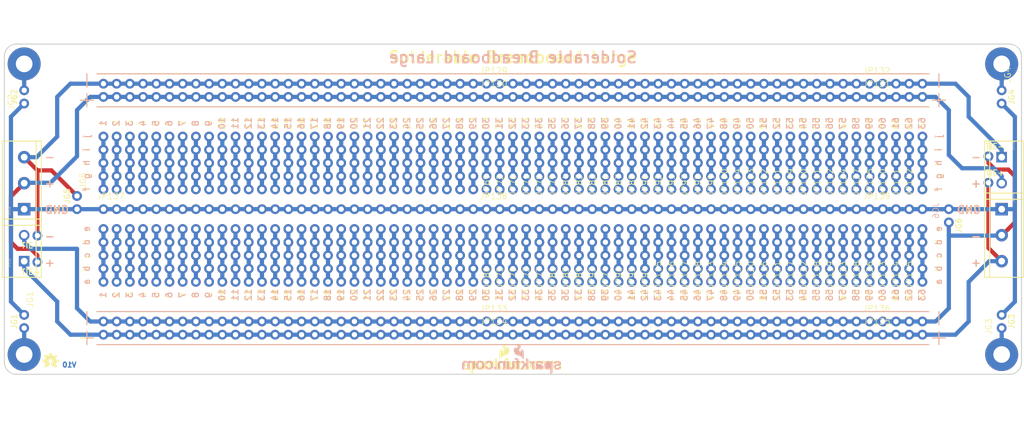
<source format=kicad_pcb>
(kicad_pcb (version 20211014) (generator pcbnew)
  (layers (0 "F.Cu" signal) (31 "B.Cu" signal) (34 "B.Paste" user) (35 "F.Paste" user) (36 "B.SilkS" user "B.Silkscreen") (37 "F.SilkS" user "F.Silkscreen") (38 "B.Mask" user) (39 "F.Mask" user) (44 "Edge.Cuts" user))
  (net 0 "")
  (net 1 "N$5")
  (net 2 "N$6")
  (net 3 "N$7")
  (net 4 "N$8")
  (net 5 "N$9")
  (net 6 "N$10")
  (net 7 "N$11")
  (net 8 "N$12")
  (net 9 "N$13")
  (net 10 "N$14")
  (net 11 "N$15")
  (net 12 "N$16")
  (net 13 "N$17")
  (net 14 "N$18")
  (net 15 "N$19")
  (net 16 "N$20")
  (net 17 "N$21")
  (net 18 "N$22")
  (net 19 "N$23")
  (net 20 "N$24")
  (net 21 "N$25")
  (net 22 "N$26")
  (net 23 "N$27")
  (net 24 "N$28")
  (net 25 "N$29")
  (net 26 "N$30")
  (net 27 "N$31")
  (net 28 "N$32")
  (net 29 "N$33")
  (net 30 "N$34")
  (net 31 "N$35")
  (net 32 "N$36")
  (net 33 "N$37")
  (net 34 "N$38")
  (net 35 "N$39")
  (net 36 "N$40")
  (net 37 "N$41")
  (net 38 "N$42")
  (net 39 "N$43")
  (net 40 "N$44")
  (net 41 "N$45")
  (net 42 "N$46")
  (net 43 "N$47")
  (net 44 "N$48")
  (net 45 "N$49")
  (net 46 "N$50")
  (net 47 "N$51")
  (net 48 "N$52")
  (net 49 "N$53")
  (net 50 "N$54")
  (net 51 "N$55")
  (net 52 "N$56")
  (net 53 "N$57")
  (net 54 "N$58")
  (net 55 "N$59")
  (net 56 "N$60")
  (net 57 "N$61")
  (net 58 "N$62")
  (net 59 "N$63")
  (net 60 "N$64")
  (net 61 "V-TOP")
  (net 62 "V+TOP")
  (net 63 "V-BOT")
  (net 64 "V+BOT")
  (net 65 "N$67")
  (net 66 "N$68")
  (net 67 "N$69")
  (net 68 "N$70")
  (net 69 "N$71")
  (net 70 "N$72")
  (net 71 "N$73")
  (net 72 "N$74")
  (net 73 "N$75")
  (net 74 "N$76")
  (net 75 "N$77")
  (net 76 "N$78")
  (net 77 "N$79")
  (net 78 "N$80")
  (net 79 "N$81")
  (net 80 "N$82")
  (net 81 "N$83")
  (net 82 "N$84")
  (net 83 "N$85")
  (net 84 "N$86")
  (net 85 "N$87")
  (net 86 "N$88")
  (net 87 "N$89")
  (net 88 "N$90")
  (net 89 "N$91")
  (net 90 "N$92")
  (net 91 "N$93")
  (net 92 "N$94")
  (net 93 "N$95")
  (net 94 "N$96")
  (net 95 "N$97")
  (net 96 "N$98")
  (net 97 "N$99")
  (net 98 "N$100")
  (net 99 "N$101")
  (net 100 "N$102")
  (net 101 "N$103")
  (net 102 "N$104")
  (net 103 "N$105")
  (net 104 "N$106")
  (net 105 "N$107")
  (net 106 "N$108")
  (net 107 "N$109")
  (net 108 "N$110")
  (net 109 "N$111")
  (net 110 "N$112")
  (net 111 "N$113")
  (net 112 "N$114")
  (net 113 "N$115")
  (net 114 "N$116")
  (net 115 "N$117")
  (net 116 "N$118")
  (net 117 "N$119")
  (net 118 "N$120")
  (net 119 "N$121")
  (net 120 "N$122")
  (net 121 "N$123")
  (net 122 "N$124")
  (net 123 "N$125")
  (net 124 "N$126")
  (net 125 "N$127")
  (net 126 "N$128")
  (net 127 "GND")
  (net 128 "N$130")
  (net 129 "N$131")
  (net 130 "N$132")
  (net 131 "N$133")
  (net 132 "N$134")
  (net 133 "N$135")
  (net 134 "N$1")
  (net 135 "N$2")
  (footprint "boardEagle:1X05_NO_SILK" (layer "F.Cu") (at 69.7611 101.1936 90)
    (fp_text reference "JP35" hide)
    (fp_text value "")
  )
  (footprint "boardEagle:1X01NS" (layer "F.Cu") (at 57.0611 110.0836)
    (fp_text reference "TIE-1" hide)
    (fp_text value "M01SMDNS" hide)
  )
  (footprint "boardEagle:STANDOFF-ELECTRICAL" (layer "F.Cu") (at 242.4811 77.0636)
    (fp_text reference "S4" hide)
    (fp_text value "STANDOFF_ELECTRICAL" hide)
  )
  (footprint "boardEagle:1X01NS" (layer "F.Cu") (at 57.0611 115.1636)
    (fp_text reference "TIE+1" hide)
    (fp_text value "M01SMDNS" hide)
  )
  (footprint "boardEagle:1X05_NO_SILK" (layer "F.Cu") (at 120.5611 118.9736 90)
    (fp_text reference "JP25" hide)
    (fp_text value "")
  )
  (footprint "boardEagle:1X05_NO_SILK" (layer "F.Cu") (at 79.9211 118.9736 90)
    (fp_text reference "JP9" hide)
    (fp_text value "")
  )
  (footprint "boardEagle:1X05_NO_SILK" (layer "F.Cu") (at 212.0011 101.1936 90)
    (fp_text reference "JP112")
    (fp_text value "")
  )
  (footprint "boardEagle:STANDOFF-ELECTRICAL" (layer "F.Cu") (at 54.5211 132.9436)
    (fp_text reference "S1" hide)
    (fp_text value "STANDOFF_ELECTRICAL" hide)
  )
  (footprint "boardEagle:1X05_NO_SILK" (layer "F.Cu") (at 95.1611 118.9736 90)
    (fp_text reference "JP15" hide)
    (fp_text value "")
  )
  (footprint "boardEagle:1X05_NO_SILK" (layer "F.Cu") (at 178.9811 118.9736 90)
    (fp_text reference "JP105")
    (fp_text value "")
  )
  (footprint "boardEagle:1X05_NO_SILK" (layer "F.Cu") (at 151.0411 118.9736 90)
    (fp_text reference "JP70")
    (fp_text value "")
  )
  (footprint "boardEagle:1X05_NO_SILK" (layer "F.Cu") (at 181.5211 101.1936 90)
    (fp_text reference "JP91")
    (fp_text value "")
  )
  (footprint "boardEagle:1X05_NO_SILK" (layer "F.Cu") (at 130.7211 118.9736 90)
    (fp_text reference "JP29" hide)
    (fp_text value "")
  )
  (footprint "boardEagle:1X05_NO_SILK" (layer "F.Cu") (at 158.6611 118.9736 90)
    (fp_text reference "JP81")
    (fp_text value "")
  )
  (footprint "boardEagle:1X05_NO_SILK" (layer "F.Cu") (at 85.0011 101.1936 90)
    (fp_text reference "JP41" hide)
    (fp_text value "")
  )
  (footprint "boardEagle:1X05_NO_SILK" (layer "F.Cu") (at 77.3811 118.9736 90)
    (fp_text reference "JP8" hide)
    (fp_text value "")
  )
  (footprint "boardEagle:1X05_NO_SILK" (layer "F.Cu") (at 138.3411 101.1936 90)
    (fp_text reference "JP62" hide)
    (fp_text value "")
  )
  (footprint "boardEagle:1X05_NO_SILK" (layer "F.Cu") (at 217.0811 129.1336)
    (fp_text reference "JP135")
    (fp_text value "")
  )
  (footprint "boardEagle:1X05_NO_SILK" (layer "F.Cu") (at 217.0811 105.0036)
    (fp_text reference "JP139")
    (fp_text value "")
  )
  (footprint "boardEagle:1X05_NO_SILK" (layer "F.Cu") (at 186.6011 101.1936 90)
    (fp_text reference "JP98")
    (fp_text value "")
  )
  (footprint "boardEagle:1X05_NO_SILK" (layer "F.Cu") (at 92.6211 118.9736 90)
    (fp_text reference "JP14" hide)
    (fp_text value "")
  )
  (footprint "boardEagle:1X05_NO_SILK" (layer "F.Cu") (at 118.0211 101.1936 90)
    (fp_text reference "JP54" hide)
    (fp_text value "")
  )
  (footprint "boardEagle:1X05_NO_SILK" (layer "F.Cu") (at 153.5811 101.1936 90)
    (fp_text reference "JP71")
    (fp_text value "")
  )
  (footprint "boardEagle:1X05_NO_SILK" (layer "F.Cu") (at 74.8411 118.9736 90)
    (fp_text reference "JP7" hide)
    (fp_text value "")
  )
  (footprint "boardEagle:1X05_NO_SILK" (layer "F.Cu") (at 107.8611 118.9736 90)
    (fp_text reference "JP20" hide)
    (fp_text value "")
  )
  (footprint "boardEagle:1X05_NO_SILK" (layer "F.Cu") (at 115.4811 118.9736 90)
    (fp_text reference "JP23" hide)
    (fp_text value "")
  )
  (footprint "boardEagle:SFE-NEW-WEBLOGO" (layer "F.Cu") (at 138.7221 136.7536)
    (fp_text reference "LOGO2" hide)
    (fp_text value "LOGO-SFENEW" hide)
  )
  (footprint "boardEagle:1X05_NO_SILK" (layer "F.Cu") (at 151.0411 101.1936 90)
    (fp_text reference "JP76")
    (fp_text value "")
  )
  (footprint "boardEagle:1X05_NO_SILK" (layer "F.Cu") (at 194.2211 118.9736 90)
    (fp_text reference "JP115")
    (fp_text value "")
  )
  (footprint "boardEagle:1X05_NO_SILK" (layer "F.Cu") (at 97.7011 118.9736 90)
    (fp_text reference "JP16" hide)
    (fp_text value "")
  )
  (footprint "boardEagle:SCREWTERMINAL-5MM-2" (layer "F.Cu") (at 54.5211 115.0036 90)
    (fp_text reference "JP149")
    (fp_text value "M025MM")
  )
  (footprint "boardEagle:1X05_NO_SILK" (layer "F.Cu") (at 181.5211 118.9736 90)
    (fp_text reference "JP106")
    (fp_text value "")
  )
  (footprint "boardEagle:1X01NS" (layer "F.Cu") (at 239.9411 99.9236)
    (fp_text reference "TIE+2" hide)
    (fp_text value "M01SMDNS" hide)
  )
  (footprint "boardEagle:1X05_NO_SILK" (layer "F.Cu") (at 217.0811 80.8736)
    (fp_text reference "JP132")
    (fp_text value "")
  )
  (footprint "boardEagle:1X05_NO_SILK" (layer "F.Cu") (at 135.8011 101.1936 90)
    (fp_text reference "JP61" hide)
    (fp_text value "")
  )
  (footprint "boardEagle:1X05_NO_SILK" (layer "F.Cu") (at 110.4011 118.9736 90)
    (fp_text reference "JP21" hide)
    (fp_text value "")
  )
  (footprint "boardEagle:1X05_NO_SILK" (layer "F.Cu") (at 219.6211 101.1936 90)
    (fp_text reference "JP125")
    (fp_text value "")
  )
  (footprint "boardEagle:1X05_NO_SILK" (layer "F.Cu") (at 209.4611 118.9736 90)
    (fp_text reference "JP118")
    (fp_text value "")
  )
  (footprint "boardEagle:1X05_NO_SILK" (layer "F.Cu") (at 206.9211 101.1936 90)
    (fp_text reference "JP110")
    (fp_text value "")
  )
  (footprint "boardEagle:1X05_NO_SILK" (layer "F.Cu") (at 72.3011 118.9736 90)
    (fp_text reference "JP6" hide)
    (fp_text value "")
  )
  (footprint "boardEagle:1X05_NO_SILK" (layer "F.Cu") (at 184.0611 118.9736 90)
    (fp_text reference "JP107")
    (fp_text value "")
  )
  (footprint "boardEagle:1X05_NO_SILK" (layer "F.Cu") (at 158.6611 101.1936 90)
    (fp_text reference "JP79")
    (fp_text value "")
  )
  (footprint "boardEagle:1X05_NO_SILK" (layer "F.Cu") (at 201.8411 101.1936 90)
    (fp_text reference "JP101")
    (fp_text value "")
  )
  (footprint "boardEagle:1X05_NO_SILK" (layer "F.Cu") (at 189.1411 101.1936 90)
    (fp_text reference "JP99")
    (fp_text value "")
  )
  (footprint "boardEagle:1X05_NO_SILK" (layer "F.Cu") (at 171.3611 101.1936 90)
    (fp_text reference "JP87")
    (fp_text value "")
  )
  (footprint "boardEagle:OSHW-LOGO-S" (layer "F.Cu") (at 59.6011 134.2136)
    (fp_text reference "LOGO3" hide)
    (fp_text value "OSHW-LOGOS" hide)
  )
  (footprint "boardEagle:1X05_NO_SILK" (layer "F.Cu") (at 224.7011 118.9736 90)
    (fp_text reference "JP144")
    (fp_text value "")
  )
  (footprint "boardEagle:STANDOFF-ELECTRICAL" (layer "F.Cu") (at 54.5211 77.0636)
    (fp_text reference "S2" hide)
    (fp_text value "STANDOFF_ELECTRICAL" hide)
  )
  (footprint "boardEagle:1X05_NO_SILK" (layer "F.Cu") (at 209.4611 101.1936 90)
    (fp_text reference "JP111")
    (fp_text value "")
  )
  (footprint "boardEagle:SCREWTERMINAL-5MM-3" (layer "F.Cu") (at 242.4811 105.0036 -90)
    (fp_text reference "JP147")
    (fp_text value "")
  )
  (footprint "boardEagle:1X05_NO_SILK" (layer "F.Cu") (at 191.6811 101.1936 90)
    (fp_text reference "JP100")
    (fp_text value "")
  )
  (footprint "boardEagle:1X29_NO_SILK" (layer "F.Cu") (at 69.7611 83.4136)
    (fp_text reference "JP2" hide)
    (fp_text value "M29NO_SILK" hide)
  )
  (footprint "boardEagle:1X05_NO_SILK" (layer "F.Cu") (at 214.5411 101.1936 90)
    (fp_text reference "JP124")
    (fp_text value "")
  )
  (footprint "boardEagle:1X29_NO_SILK" (layer "F.Cu") (at 143.4211 105.0036)
    (fp_text reference "JP138")
    (fp_text value "M29NO_SILK")
  )
  (footprint "boardEagle:1X05_NO_SILK" (layer "F.Cu") (at 148.5011 118.9736 90)
    (fp_text reference "JP75")
    (fp_text value "")
  )
  (footprint "boardEagle:1X01NS" (layer "F.Cu") (at 239.9411 94.8436)
    (fp_text reference "TIE-2" hide)
    (fp_text value "M01SMDNS" hide)
  )
  (footprint "boardEagle:1X05_NO_SILK" (layer "F.Cu") (at 82.4611 118.9736 90)
    (fp_text reference "JP10" hide)
    (fp_text value "")
  )
  (footprint "boardEagle:1X05_NO_SILK" (layer "F.Cu") (at 199.3011 118.9736 90)
    (fp_text reference "JP116")
    (fp_text value "")
  )
  (footprint "boardEagle:1X05_NO_SILK" (layer "F.Cu") (at 100.2411 101.1936 90)
    (fp_text reference "JP46" hide)
    (fp_text value "")
  )
  (footprint "boardEagle:1X05_NO_SILK" (layer "F.Cu") (at 143.4211 118.9736 90)
    (fp_text reference "JP34" hide)
    (fp_text value "")
  )
  (footprint "boardEagle:1X05_NO_SILK" (layer "F.Cu") (at 222.1611 101.1936 90)
    (fp_text reference "JP140")
    (fp_text value "")
  )
  (footprint "boardEagle:1X02_NO_SILK" (layer "F.Cu") (at 54.5211 84.6836 90)
    (fp_text reference "JG2")
    (fp_text value "M021X02_NO_SILK")
  )
  (footprint "boardEagle:1X05_NO_SILK" (layer "F.Cu") (at 128.1811 101.1936 90)
    (fp_text reference "JP58" hide)
    (fp_text value "")
  )
  (footprint "boardEagle:1X05_NO_SILK" (layer "F.Cu") (at 118.0211 118.9736 90)
    (fp_text reference "JP24" hide)
    (fp_text value "")
  )
  (footprint "boardEagle:1X05_NO_SILK" (layer "F.Cu") (at 112.9411 118.9736 90)
    (fp_text reference "JP22" hide)
    (fp_text value "")
  )
  (footprint "boardEagle:1X05_NO_SILK" (layer "F.Cu") (at 105.3211 118.9736 90)
    (fp_text reference "JP19" hide)
    (fp_text value "")
  )
  (footprint "boardEagle:1X29_NO_SILK" (layer "F.Cu") (at 143.4211 80.8736)
    (fp_text reference "JP129")
    (fp_text value "M29NO_SILK")
  )
  (footprint "boardEagle:1X05_NO_SILK" (layer "F.Cu") (at 168.8211 118.9736 90)
    (fp_text reference "JP74")
    (fp_text value "")
  )
  (footprint "boardEagle:1X05_NO_SILK" (layer "F.Cu") (at 156.1211 118.9736 90)
    (fp_text reference "JP77")
    (fp_text value "")
  )
  (footprint "boardEagle:1X05_NO_SILK" (layer "F.Cu") (at 153.5811 118.9736 90)
    (fp_text reference "JP73")
    (fp_text value "")
  )
  (footprint "boardEagle:1X05_NO_SILK" (layer "F.Cu") (at 171.3611 118.9736 90)
    (fp_text reference "JP96")
    (fp_text value "")
  )
  (footprint "boardEagle:1X05_NO_SILK" (layer "F.Cu") (at 145.9611 118.9736 90)
    (fp_text reference "JP80")
    (fp_text value "")
  )
  (footprint "boardEagle:1X02_NO_SILK" (layer "F.Cu") (at 54.5211 125.3236 -90)
    (fp_text reference "JG1")
    (fp_text value "M021X02_NO_SILK")
  )
  (footprint "boardEagle:1X05_NO_SILK" (layer "F.Cu") (at 135.8011 118.9736 90)
    (fp_text reference "JP31" hide)
    (fp_text value "")
  )
  (footprint "boardEagle:1X05_NO_SILK" (layer "F.Cu") (at 184.0611 101.1936 90)
    (fp_text reference "JP97")
    (fp_text value "")
  )
  (footprint "boardEagle:1X05_NO_SILK" (layer "F.Cu") (at 140.8811 101.1936 90)
    (fp_text reference "JP63" hide)
    (fp_text value "")
  )
  (footprint "boardEagle:STANDOFF-ELECTRICAL" (layer "F.Cu") (at 242.4811 132.9436)
    (fp_text reference "S3" hide)
    (fp_text value "STANDOFF_ELECTRICAL" hide)
  )
  (footprint "boardEagle:1X05_NO_SILK" (layer "F.Cu") (at 105.3211 101.1936 90)
    (fp_text reference "JP49" hide)
    (fp_text value "")
  )
  (footprint "boardEagle:1X29_NO_SILK" (layer "F.Cu") (at 143.4211 83.4136)
    (fp_text reference "JP130")
    (fp_text value "M29NO_SILK")
  )
  (footprint "boardEagle:1X05_NO_SILK" (layer "F.Cu") (at 133.2611 118.9736 90)
    (fp_text reference "JP30" hide)
    (fp_text value "")
  )
  (footprint "boardEagle:1X29_NO_SILK" (layer "F.Cu") (at 69.7611 129.1336)
    (fp_text reference "JP4" hide)
    (fp_text value "M29NO_SILK" hide)
  )
  (footprint "boardEagle:1X05_NO_SILK" (layer "F.Cu") (at 69.7611 118.9736 90)
    (fp_text reference "JP5" hide)
    (fp_text value "")
  )
  (footprint "boardEagle:1X05_NO_SILK" (layer "F.Cu") (at 97.7011 101.1936 90)
    (fp_text reference "JP47" hide)
    (fp_text value "")
  )
  (footprint "boardEagle:1X05_NO_SILK" (layer "F.Cu") (at 85.0011 118.9736 90)
    (fp_text reference "JP11" hide)
    (fp_text value "")
  )
  (footprint "boardEagle:1X05_NO_SILK" (layer "F.Cu") (at 90.0811 101.1936 90)
    (fp_text reference "JP43" hide)
    (fp_text value "")
  )
  (footprint "boardEagle:1X05_NO_SILK" (layer "F.Cu") (at 212.0011 118.9736 90)
    (fp_text reference "JP119")
    (fp_text value "")
  )
  (footprint "boardEagle:1X05_NO_SILK" (layer "F.Cu") (at 178.9811 101.1936 90)
    (fp_text reference "JP92")
    (fp_text value "")
  )
  (footprint "boardEagle:1X05_NO_SILK" (layer "F.Cu") (at 148.5011 101.1936 90)
    (fp_text reference "JP72")
    (fp_text value "")
  )
  (footprint "boardEagle:1X05_NO_SILK" (layer "F.Cu") (at 95.1611 101.1936 90)
    (fp_text reference "JP45" hide)
    (fp_text value "")
  )
  (footprint "boardEagle:1X05_NO_SILK" (layer "F.Cu") (at 217.0811 83.4136)
    (fp_text reference "JP131")
    (fp_text value "")
  )
  (footprint "boardEagle:1X05_NO_SILK" (layer "F.Cu") (at 125.6411 118.9736 90)
    (fp_text reference "JP27" hide)
    (fp_text value "")
  )
  (footprint "boardEagle:1X29_NO_SILK" (layer "F.Cu") (at 69.7611 80.8736)
    (fp_text reference "JP1" hide)
    (fp_text value "M29NO_SILK" hide)
  )
  (footprint "boardEagle:1X29_NO_SILK" (layer "F.Cu") (at 143.4211 129.1336)
    (fp_text reference "JP134")
    (fp_text value "M29NO_SILK")
  )
  (footprint "boardEagle:1X05_NO_SILK" (layer "F.Cu") (at 107.8611 101.1936 90)
    (fp_text reference "JP50" hide)
    (fp_text value "")
  )
  (footprint "boardEagle:1X05_NO_SILK" (layer "F.Cu") (at 176.4411 118.9736 90)
    (fp_text reference "JP94")
    (fp_text value "")
  )
  (footprint "boardEagle:1X29_NO_SILK" (layer "F.Cu") (at 69.7611 126.5936)
    (fp_text reference "JP3" hide)
    (fp_text value "M29NO_SILK" hide)
  )
  (footprint "boardEagle:1X05_NO_SILK" (layer "F.Cu") (at 204.3811 101.1936 90)
    (fp_text reference "JP109")
    (fp_text value "")
  )
  (footprint "boardEagle:1X05_NO_SILK" (layer "F.Cu") (at 143.4211 101.1936 90)
    (fp_text reference "JP64" hide)
    (fp_text value "")
  )
  (footprint "boardEagle:1X02_NO_SILK" (layer "F.Cu") (at 242.4811 127.8636 90)
    (fp_text reference "JG3")
    (fp_text value "M021X02_NO_SILK")
  )
  (footprint "boardEagle:1X05_NO_SILK" (layer "F.Cu") (at 196.7611 118.9736 90)
    (fp_text reference "JP120")
    (fp_text value "")
  )
  (footprint "boardEagle:1X05_NO_SILK" (layer "F.Cu") (at 79.9211 101.1936 90)
    (fp_text reference "JP39" hide)
    (fp_text value "")
  )
  (footprint "boardEagle:1X05_NO_SILK" (layer "F.Cu") (at 123.1011 101.1936 90)
    (fp_text reference "JP56" hide)
    (fp_text value "")
  )
  (footprint "boardEagle:1X05_NO_SILK" (layer "F.Cu") (at 227.2411 118.9736 90)
    (fp_text reference "JP145")
    (fp_text value "")
  )
  (footprint "boardEagle:1X29_NO_SILK" (layer "F.Cu") (at 69.7611 105.0036)
    (fp_text reference "JP137")
    (fp_text value "M29NO_SILK")
  )
  (footprint "boardEagle:1X05_NO_SILK" (layer "F.Cu") (at 145.9611 101.1936 90)
    (fp_text reference "JP69")
    (fp_text value "")
  )
  (footprint "boardEagle:1X05_NO_SILK" (layer "F.Cu") (at 92.6211 101.1936 90)
    (fp_text reference "JP44" hide)
    (fp_text value "")
  )
  (footprint "boardEagle:1X05_NO_SILK" (layer "F.Cu") (at 224.7011 101.1936 90)
    (fp_text reference "JP141")
    (fp_text value "")
  )
  (footprint "boardEagle:1X05_NO_SILK" (layer "F.Cu") (at 115.4811 101.1936 90)
    (fp_text reference "JP53" hide)
    (fp_text value "")
  )
  (footprint "boardEagle:1X05_NO_SILK" (layer "F.Cu") (at 217.0811 101.1936 90)
    (fp_text reference "JP127")
    (fp_text value "")
  )
  (footprint "boardEagle:1X05_NO_SILK" (layer "F.Cu") (at 222.1611 118.9736 90)
    (fp_text reference "JP143")
    (fp_text value "")
  )
  (footprint "boardEagle:1X05_NO_SILK" (layer "F.Cu") (at 186.6011 118.9736 90)
    (fp_text reference "JP108")
    (fp_text value "")
  )
  (footprint "boardEagle:1X05_NO_SILK" (layer "F.Cu") (at 189.1411 118.9736 90)
    (fp_text reference "JP113")
    (fp_text value "")
  )
  (footprint "boardEagle:1X05_NO_SILK" (layer "F.Cu") (at 74.8411 101.1936 90)
    (fp_text reference "JP37" hide)
    (fp_text value "")
  )
  (footprint "boardEagle:1X05_NO_SILK" (layer "F.Cu") (at 87.5411 118.9736 90)
    (fp_text reference "JP12" hide)
    (fp_text value "")
  )
  (footprint "boardEagle:1X05_NO_SILK" (layer "F.Cu") (at 87.5411 101.1936 90)
    (fp_text reference "JP42" hide)
    (fp_text value "")
  )
  (footprint "boardEagle:1X05_NO_SILK" (layer "F.Cu") (at 217.0811 126.5936)
    (fp_text reference "JP136")
    (fp_text value "")
  )
  (footprint "boardEagle:1X05_NO_SILK" (layer "F.Cu") (at 173.9011 118.9736 90)
    (fp_text reference "JP95")
    (fp_text value "")
  )
  (footprint "boardEagle:1X05_NO_SILK" (layer "F.Cu") (at 72.3011 101.1936 90)
    (fp_text reference "JP36" hide)
    (fp_text value "")
  )
  (footprint "boardEagle:1X05_NO_SILK" (layer "F.Cu") (at 161.2011 118.9736 90)
    (fp_text reference "JP85")
    (fp_text value "")
  )
  (footprint "boardEagle:1X02_NO_SILK" (layer "F.Cu") (at 64.6811 102.4636 -90)
    (fp_text reference "JG5")
    (fp_text value "M021X02_NO_SILK")
  )
  (footprint "boardEagle:CREATIVE_COMMONS" (layer "F.Cu") (at 72.3011 148.1836)
    (fp_text reference "FRAME2" hide)
    (fp_text value "FRAME-LEDGER" hide)
  )
  (footprint "boardEagle:1X05_NO_SILK" (layer "F.Cu") (at 130.7211 101.1936 90)
    (fp_text reference "JP59" hide)
    (fp_text value "")
  )
  (footprint "boardEagle:1X05_NO_SILK" (layer "F.Cu") (at 214.5411 118.9736 90)
    (fp_text reference "JP123")
    (fp_text value "")
  )
  (footprint "boardEagle:1X05_NO_SILK" (layer "F.Cu") (at 168.8211 101.1936 90)
    (fp_text reference "JP86")
    (fp_text value "")
  )
  (footprint "boardEagle:1X05_NO_SILK" (layer "F.Cu") (at 112.9411 101.1936 90)
    (fp_text reference "JP52" hide)
    (fp_text value "")
  )
  (footprint "boardEagle:1X05_NO_SILK" (layer "F.Cu") (at 201.8411 118.9736 90)
    (fp_text reference "JP121")
    (fp_text value "")
  )
  (footprint "boardEagle:1X02_NO_SILK" (layer "F.Cu") (at 242.4811 82.1436 -90)
    (fp_text reference "JG4")
    (fp_text value "M021X02_NO_SILK")
  )
  (footprint "boardEagle:1X05_NO_SILK" (layer "F.Cu") (at 227.2411 101.1936 90)
    (fp_text reference "JP142")
    (fp_text value "")
  )
  (footprint "boardEagle:1X29_NO_SILK" (layer "F.Cu") (at 143.4211 126.5936)
    (fp_text reference "JP133")
    (fp_text value "M29NO_SILK")
  )
  (footprint "boardEagle:1X05_NO_SILK" (layer "F.Cu") (at 204.3811 118.9736 90)
    (fp_text reference "JP117")
    (fp_text value "")
  )
  (footprint "boardEagle:1X05_NO_SILK" (layer "F.Cu") (at 166.2811 118.9736 90)
    (fp_text reference "JP93")
    (fp_text value "")
  )
  (footprint "boardEagle:1X05_NO_SILK" (layer "F.Cu") (at 82.4611 101.1936 90)
    (fp_text reference "JP40" hide)
    (fp_text value "")
  )
  (footprint "boardEagle:1X05_NO_SILK" (layer "F.Cu") (at 166.2811 101.1936 90)
    (fp_text reference "JP82")
    (fp_text value "")
  )
  (footprint "boardEagle:1X05_NO_SILK" (layer "F.Cu") (at 120.5611 101.1936 90)
    (fp_text reference "JP55" hide)
    (fp_text value "")
  )
  (footprint "boardEagle:1X05_NO_SILK" (layer "F.Cu") (at 217.0811 118.9736 90)
    (fp_text reference "JP128")
    (fp_text value "")
  )
  (footprint "boardEagle:1X05_NO_SILK" (layer "F.Cu") (at 219.6211 118.9736 90)
    (fp_text reference "JP126")
    (fp_text value "")
  )
  (footprint "boardEagle:SCREWTERMINAL-5MM-3" (layer "F.Cu") (at 54.5211 105.0036 90)
    (fp_text reference "JP146")
    (fp_text value "")
  )
  (footprint "boardEagle:1X05_NO_SILK" (layer "F.Cu") (at 199.3011 101.1936 90)
    (fp_text reference "JP102")
    (fp_text value "")
  )
  (footprint "boardEagle:1X05_NO_SILK" (layer "F.Cu") (at 138.3411 118.9736 90)
    (fp_text reference "JP32" hide)
    (fp_text value "")
  )
  (footprint "boardEagle:1X05_NO_SILK" (layer "F.Cu") (at 123.1011 118.9736 90)
    (fp_text reference "JP26" hide)
    (fp_text value "")
  )
  (footprint "boardEagle:1X05_NO_SILK" (layer "F.Cu") (at 100.2411 118.9736 90)
    (fp_text reference "JP17" hide)
    (fp_text value "")
  )
  (footprint "boardEagle:1X05_NO_SILK" (layer "F.Cu") (at 156.1211 101.1936 90)
    (fp_text reference "JP78")
    (fp_text value "")
  )
  (footprint "boardEagle:1X05_NO_SILK" (layer "F.Cu") (at 163.7411 118.9736 90)
    (fp_text reference "JP89")
    (fp_text value "")
  )
  (footprint "boardEagle:1X05_NO_SILK" (layer "F.Cu") (at 194.2211 101.1936 90)
    (fp_text reference "JP104")
    (fp_text value "")
  )
  (footprint "boardEagle:1X05_NO_SILK" (layer "F.Cu") (at 128.1811 118.9736 90)
    (fp_text reference "JP28" hide)
    (fp_text value "")
  )
  (footprint "boardEagle:1X05_NO_SILK" (layer "F.Cu") (at 110.4011 101.1936 90)
    (fp_text reference "JP51" hide)
    (fp_text value "")
  )
  (footprint "boardEagle:1X05_NO_SILK" (layer "F.Cu") (at 196.7611 101.1936 90)
    (fp_text reference "JP103")
    (fp_text value "")
  )
  (footprint "boardEagle:SCREWTERMINAL-5MM-2" (layer "F.Cu") (at 242.4811 95.0036 -90)
    (fp_text reference "JP148")
    (fp_text value "M025MM")
  )
  (footprint "boardEagle:1X05_NO_SILK" (layer "F.Cu") (at 140.8811 118.9736 90)
    (fp_text reference "JP33" hide)
    (fp_text value "")
  )
  (footprint "boardEagle:1X05_NO_SILK" (layer "F.Cu") (at 191.6811 118.9736 90)
    (fp_text reference "JP114")
    (fp_text value "")
  )
  (footprint "boardEagle:1X05_NO_SILK" (layer "F.Cu") (at 161.2011 101.1936 90)
    (fp_text reference "JP84")
    (fp_text value "")
  )
  (footprint "boardEagle:1X05_NO_SILK" (layer "F.Cu") (at 176.4411 101.1936 90)
    (fp_text reference "JP90")
    (fp_text value "")
  )
  (footprint "boardEagle:1X05_NO_SILK" (layer "F.Cu") (at 102.7811 118.9736 90)
    (fp_text reference "JP18" hide)
    (fp_text value "")
  )
  (footprint "boardEagle:1X05_NO_SILK" (layer "F.Cu") (at 90.0811 118.9736 90)
    (fp_text reference "JP13" hide)
    (fp_text value "")
  )
  (footprint "boardEagle:1X05_NO_SILK" (layer "F.Cu") (at 102.7811 101.1936 90)
    (fp_text reference "JP48" hide)
    (fp_text value "")
  )
  (footprint "boardEagle:1X05_NO_SILK" (layer "F.Cu") (at 163.7411 101.1936 90)
    (fp_text reference "JP83")
    (fp_text value "")
  )
  (footprint "boardEagle:1X05_NO_SILK" (layer "F.Cu") (at 173.9011 101.1936 90)
    (fp_text reference "JP88")
    (fp_text value "")
  )
  (footprint "boardEagle:1X05_NO_SILK" (layer "F.Cu") (at 125.6411 101.1936 90)
    (fp_text reference "JP57" hide)
    (fp_text value "")
  )
  (footprint "boardEagle:1X05_NO_SILK" (layer "F.Cu") (at 77.3811 101.1936 90)
    (fp_text reference "JP38" hide)
    (fp_text value "")
  )
  (footprint "boardEagle:1X05_NO_SILK" (layer "F.Cu") (at 206.9211 118.9736 90)
    (fp_text reference "JP122")
    (fp_text value "")
  )
  (footprint "boardEagle:1X05_NO_SILK" (layer "F.Cu") (at 133.2611 101.1936 90)
    (fp_text reference "JP60" hide)
    (fp_text value "")
  )
  (footprint "boardEagle:1X02_NO_SILK" (layer "B.Cu") (at 232.3211 105.0036 -90)
    (fp_text reference "JG6")
    (fp_text value "M021X02_NO_SILK")
  )
  (footprint "boardEagle:SFE-NEW-WEBLOGO" (layer "B.Cu") (at 157.7721 136.7536 180)
    (fp_text reference "LOGO1" hide)
    (fp_text value "LOGO-SFENEW" hide)
  )
  (gr_line (start 67.8561 84.0486) (end 66.5861 84.0486) (layer "B.SilkS") (width 0.2032))
  (gr_line (start 230.4161 127.2286) (end 230.4161 124.6886) (layer "B.SilkS") (width 0.2032))
  (gr_line (start 231.6861 84.0486) (end 230.4161 84.0486) (layer "B.SilkS") (width 0.2032))
  (gr_line (start 66.5861 127.2286) (end 66.5861 124.6886) (layer "B.SilkS") (width 0.2032))
  (gr_line (start 66.5861 128.4986) (end 66.5861 129.7686) (layer "B.SilkS") (width 0.2032))
  (gr_line (start 229.1461 84.0486) (end 230.4161 84.0486) (layer "B.SilkS") (width 0.2032))
  (gr_line (start 66.5861 81.5086) (end 66.5861 78.9686) (layer "B.SilkS") (width 0.2032))
  (gr_line (start 66.5861 82.7786) (end 66.5861 84.0486) (layer "B.SilkS") (width 0.2032))
  (gr_line (start 68.4911 78.9686) (end 228.5111 78.9686) (layer "B.SilkS") (width 0.2032))
  (gr_line (start 68.4911 124.6886) (end 228.5111 124.6886) (layer "B.SilkS") (width 0.2032))
  (gr_line (start 230.4161 129.7686) (end 230.4161 131.0386) (layer "B.SilkS") (width 0.2032))
  (gr_line (start 66.5861 84.0486) (end 66.5861 85.3186) (layer "B.SilkS") (width 0.2032))
  (gr_line (start 66.5861 129.7686) (end 66.5861 131.0386) (layer "B.SilkS") (width 0.2032))
  (gr_line (start 231.6861 129.7686) (end 230.4161 129.7686) (layer "B.SilkS") (width 0.2032))
  (gr_line (start 68.4911 85.3186) (end 228.5111 85.3186) (layer "B.SilkS") (width 0.2032))
  (gr_line (start 229.1461 129.7686) (end 230.4161 129.7686) (layer "B.SilkS") (width 0.2032))
  (gr_line (start 230.4161 84.0486) (end 230.4161 85.3186) (layer "B.SilkS") (width 0.2032))
  (gr_line (start 230.4161 82.7786) (end 230.4161 84.0486) (layer "B.SilkS") (width 0.2032))
  (gr_line (start 230.4161 128.4986) (end 230.4161 129.7686) (layer "B.SilkS") (width 0.2032))
  (gr_line (start 230.4161 81.5086) (end 230.4161 78.9686) (layer "B.SilkS") (width 0.2032))
  (gr_line (start 67.8561 129.7686) (end 66.5861 129.7686) (layer "B.SilkS") (width 0.2032))
  (gr_line (start 68.4911 131.0386) (end 228.5111 131.0386) (layer "B.SilkS") (width 0.2032))
  (gr_line (start 65.3161 84.0486) (end 66.5861 84.0486) (layer "B.SilkS") (width 0.2032))
  (gr_line (start 230.4161 82.7786) (end 230.4161 84.0486) (layer "F.SilkS") (width 0.2032))
  (gr_line (start 66.5861 127.2286) (end 66.5861 124.6886) (layer "F.SilkS") (width 0.2032))
  (gr_line (start 67.8561 84.0486) (end 66.5861 84.0486) (layer "F.SilkS") (width 0.2032))
  (gr_line (start 230.4161 129.7686) (end 230.4161 131.0386) (layer "F.SilkS") (width 0.2032))
  (gr_line (start 66.5861 129.7686) (end 66.5861 131.0386) (layer "F.SilkS") (width 0.2032))
  (gr_line (start 66.5861 84.0486) (end 66.5861 85.3186) (layer "F.SilkS") (width 0.2032))
  (gr_line (start 65.3161 84.0486) (end 66.5861 84.0486) (layer "F.SilkS") (width 0.2032))
  (gr_line (start 68.4911 85.3186) (end 228.5111 85.3186) (layer "F.SilkS") (width 0.2032))
  (gr_line (start 68.4911 78.9686) (end 228.5111 78.9686) (layer "F.SilkS") (width 0.2032))
  (gr_line (start 229.1461 84.0486) (end 230.4161 84.0486) (layer "F.SilkS") (width 0.2032))
  (gr_line (start 230.4161 84.0486) (end 230.4161 85.3186) (layer "F.SilkS") (width 0.2032))
  (gr_line (start 66.5861 128.4986) (end 66.5861 129.7686) (layer "F.SilkS") (width 0.2032))
  (gr_line (start 68.4911 131.0386) (end 228.5111 131.0386) (layer "F.SilkS") (width 0.2032))
  (gr_line (start 231.6861 84.0486) (end 230.4161 84.0486) (layer "F.SilkS") (width 0.2032))
  (gr_line (start 230.4161 127.2286) (end 230.4161 124.6886) (layer "F.SilkS") (width 0.2032))
  (gr_line (start 66.5861 82.7786) (end 66.5861 84.0486) (layer "F.SilkS") (width 0.2032))
  (gr_line (start 230.4161 128.4986) (end 230.4161 129.7686) (layer "F.SilkS") (width 0.2032))
  (gr_line (start 66.5861 81.5086) (end 66.5861 78.9686) (layer "F.SilkS") (width 0.2032))
  (gr_line (start 231.6861 129.7686) (end 230.4161 129.7686) (layer "F.SilkS") (width 0.2032))
  (gr_line (start 67.8561 129.7686) (end 66.5861 129.7686) (layer "F.SilkS") (width 0.2032))
  (gr_line (start 65.3161 129.7686) (end 66.5861 129.7686) (layer "F.SilkS") (width 0.2032))
  (gr_line (start 230.4161 81.5086) (end 230.4161 78.9686) (layer "F.SilkS") (width 0.2032))
  (gr_line (start 229.1461 129.7686) (end 230.4161 129.7686) (layer "F.SilkS") (width 0.2032))
  (gr_line (start 68.4911 124.6886) (end 228.5111 124.6886) (layer "F.SilkS") (width 0.2032))
  (gr_arc (start 53.0332 136.7536) (mid 51.391227 136.073473) (end 50.7111 134.4315) (layer "Edge.Cuts") (width 0.2032))
  (gr_line (start 53.0332 136.7536) (end 243.969 136.7536) (layer "Edge.Cuts") (width 0.2032))
  (gr_line (start 243.969 73.2536) (end 53.0332 73.2536) (layer "Edge.Cuts") (width 0.2032))
  (gr_line (start 50.7111 75.5757) (end 50.7111 134.4315) (layer "Edge.Cuts") (width 0.2032))
  (gr_line (start 246.2911 134.4315) (end 246.2911 75.5757) (layer "Edge.Cuts") (width 0.2032))
  (gr_arc (start 246.2911 134.4315) (mid 245.610973 136.073473) (end 243.969 136.7536) (layer "Edge.Cuts") (width 0.2032))
  (gr_arc (start 243.969 73.2536) (mid 245.610973 73.933727) (end 246.2911 75.5757) (layer "Edge.Cuts") (width 0.2032))
  (gr_arc (start 50.7111 75.5757) (mid 51.391227 73.933727) (end 53.0332 73.2536) (layer "Edge.Cuts") (width 0.2032))
  (gr_text "V10" (at 64.6811 135.4836) (layer "B.Cu") (effects (font (size 0.9525 0.9525) (thickness 0.3175)) (justify left bottom mirror)))
  (gr_text "45" (at 182.1561 88.4936 -270) (layer "B.SilkS") (effects (font (size 1.20904 1.20904) (thickness 0.21336)) (justify bottom mirror)))
  (gr_text "47" (at 187.2361 88.4936 -270) (layer "B.SilkS") (effects (font (size 1.20904 1.20904) (thickness 0.21336)) (justify bottom mirror)))
  (gr_text "27" (at 136.4361 121.5136 -270) (layer "B.SilkS") (effects (font (size 1.20904 1.20904) (thickness 0.21336)) (justify bottom mirror)))
  (gr_text "38" (at 164.3761 121.5136 -270) (layer "B.SilkS") (effects (font (size 1.20904 1.20904) (thickness 0.21336)) (justify bottom mirror)))
  (gr_text "1" (at 70.3961 121.5136 -270) (layer "B.SilkS") (effects (font (size 1.20904 1.20904) (thickness 0.21336)) (justify bottom mirror)))
  (gr_text "60" (at 220.2561 88.4936 -270) (layer "B.SilkS") (effects (font (size 1.20904 1.20904) (thickness 0.21336)) (justify bottom mirror)))
  (gr_text "3" (at 75.4761 88.4936 -270) (layer "B.SilkS") (effects (font (size 1.20904 1.20904) (thickness 0.21336)) (justify bottom mirror)))
  (gr_text "25" (at 131.3561 88.4936 -270) (layer "B.SilkS") (effects (font (size 1.20904 1.20904) (thickness 0.21336)) (justify bottom mirror)))
  (gr_text "44" (at 179.6161 88.4936 -270) (layer "B.SilkS") (effects (font (size 1.20904 1.20904) (thickness 0.21336)) (justify bottom mirror)))
  (gr_text "36" (at 159.2961 88.4936 -270) (layer "B.SilkS") (effects (font (size 1.20904 1.20904) (thickness 0.21336)) (justify bottom mirror)))
  (gr_text "50" (at 194.8561 121.5136 -270) (layer "B.SilkS") (effects (font (size 1.20904 1.20904) (thickness 0.21336)) (justify bottom mirror)))
  (gr_text "47" (at 187.2361 121.5136 -270) (layer "B.SilkS") (effects (font (size 1.20904 1.20904) (thickness 0.21336)) (justify bottom mirror)))
  (gr_text "53" (at 202.4761 88.4936 -270) (layer "B.SilkS") (effects (font (size 1.20904 1.20904) (thickness 0.21336)) (justify bottom mirror)))
  (gr_text "14" (at 103.4161 121.5136 -270) (layer "B.SilkS") (effects (font (size 1.20904 1.20904) (thickness 0.21336)) (justify bottom mirror)))
  (gr_text "31" (at 146.5961 88.4936 -270) (layer "B.SilkS") (effects (font (size 1.20904 1.20904) (thickness 0.21336)) (justify bottom mirror)))
  (gr_text "2" (at 72.9361 88.4936 -270) (layer "B.SilkS") (effects (font (size 1.20904 1.20904) (thickness 0.21336)) (justify bottom mirror)))
  (gr_text "59" (at 217.7161 121.5136 -270) (layer "B.SilkS") (effects (font (size 1.20904 1.20904) (thickness 0.21336)) (justify bottom mirror)))
  (gr_text "f" (at 231.0511 101.1936 -270) (layer "B.SilkS") (effects (font (size 1.20904 1.20904) (thickness 0.21336)) (justify bottom mirror)))
  (gr_text "i" (at 231.0511 93.5736 -270) (layer "B.SilkS") (effects (font (size 1.20904 1.20904) (thickness 0.21336)) (justify bottom mirror)))
  (gr_text "59" (at 217.7161 88.4936 -270) (layer "B.SilkS") (effects (font (size 1.20904 1.20904) (thickness 0.21336)) (justify bottom mirror)))
  (gr_text "54" (at 205.0161 88.4936 -270) (layer "B.SilkS") (effects (font (size 1.20904 1.20904) (thickness 0.21336)) (justify bottom mirror)))
  (gr_text "13" (at 100.8761 88.4936 -270) (layer "B.SilkS") (effects (font (size 1.20904 1.20904) (thickness 0.21336)) (justify bottom mirror)))
  (gr_text "d" (at 67.2211 111.3536 -270) (layer "B.SilkS") (effects (font (size 1.20904 1.20904) (thickness 0.21336)) (justify bottom mirror)))
  (gr_text "55" (at 207.5561 88.4936 -270) (layer "B.SilkS") (effects (font (size 1.20904 1.20904) (thickness 0.21336)) (justify bottom mirror)))
  (gr_text "39" (at 166.9161 88.4936 -270) (layer "B.SilkS") (effects (font (size 1.20904 1.20904) (thickness 0.21336)) (justify bottom mirror)))
  (gr_text "19" (at 116.1161 121.5136 -270) (layer "B.SilkS") (effects (font (size 1.20904 1.20904) (thickness 0.21336)) (justify bottom mirror)))
  (gr_text "63" (at 227.8761 121.5136 -270) (layer "B.SilkS") (effects (font (size 1.20904 1.20904) (thickness 0.21336)) (justify bottom mirror)))
  (gr_text "54" (at 205.0161 121.5136 -270) (layer "B.SilkS") (effects (font (size 1.20904 1.20904) (thickness 0.21336)) (justify bottom mirror)))
  (gr_text "12" (at 98.3361 88.4936 -270) (layer "B.SilkS") (effects (font (size 1.20904 1.20904) (thickness 0.21336)) (justify bottom mirror)))
  (gr_text "25" (at 131.3561 121.5136 -270) (layer "B.SilkS") (effects (font (size 1.20904 1.20904) (thickness 0.21336)) (justify bottom mirror)))
  (gr_text "61" (at 222.7961 121.5136 -270) (layer "B.SilkS") (effects (font (size 1.20904 1.20904) (thickness 0.21336)) (justify bottom mirror)))
  (gr_text "40" (at 169.4561 88.4936 -270) (layer "B.SilkS") (effects (font (size 1.20904 1.20904) (thickness 0.21336)) (justify bottom mirror)))
  (gr_text "-" (at 58.3311 110.2106) (layer "B.SilkS") (effects (font (size 1.5113 1.5113) (thickness 0.2667)) (justify right mirror)))
  (gr_text "20" (at 118.6561 88.4936 -270) (layer "B.SilkS") (effects (font (size 1.20904 1.20904) (thickness 0.21336)) (justify bottom mirror)))
  (gr_text "f" (at 67.2211 101.1936 -270) (layer "B.SilkS") (effects (font (size 1.20904 1.20904) (thickness 0.21336)) (justify bottom mirror)))
  (gr_text "28" (at 138.9761 121.5136 -270) (layer "B.SilkS") (effects (font (size 1.20904 1.20904) (thickness 0.21336)) (justify bottom mirror)))
  (gr_text "d" (at 231.0511 111.3536 -270) (layer "B.SilkS") (effects (font (size 1.20904 1.20904) (thickness 0.21336)) (justify bottom mirror)))
  (gr_text "h" (at 231.0511 96.1136 -270) (layer "B.SilkS") (effects (font (size 1.20904 1.20904) (thickness 0.21336)) (justify bottom mirror)))
  (gr_text "15" (at 105.9561 121.5136 -270) (layer "B.SilkS") (effects (font (size 1.20904 1.20904) (thickness 0.21336)) (justify bottom mirror)))
  (gr_text "5" (at 80.5561 88.4936 -270) (layer "B.SilkS") (effects (font (size 1.20904 1.20904) (thickness 0.21336)) (justify bottom mirror)))
  (gr_text "h" (at 67.2211 96.1136 -270) (layer "B.SilkS") (effects (font (size 1.20904 1.20904) (thickness 0.21336)) (justify bottom mirror)))
  (gr_text "+" (at 238.6711 115.2906) (layer "B.SilkS") (effects (font (size 1.5113 1.5113) (thickness 0.2667)) (justify left mirror)))
  (gr_text "37" (at 161.8361 88.4936 -270) (layer "B.SilkS") (effects (font (size 1.20904 1.20904) (thickness 0.21336)) (justify bottom mirror)))
  (gr_text "e" (at 67.2211 108.8136 -270) (layer "B.SilkS") (effects (font (size 1.20904 1.20904) (thickness 0.21336)) (justify bottom mirror)))
  (gr_text "j" (at 231.0511 91.0336 -270) (layer "B.SilkS") (effects (font (size 1.20904 1.20904) (thickness 0.21336)) (justify bottom mirror)))
  (gr_text "10" (at 93.2561 121.5136 -270) (layer "B.SilkS") (effects (font (size 1.20904 1.20904) (thickness 0.21336)) (justify bottom mirror)))
  (gr_text "b" (at 231.0511 116.4336 -270) (layer "B.SilkS") (effects (font (size 1.20904 1.20904) (thickness 0.21336)) (justify bottom mirror)))
  (gr_text "36" (at 159.2961 121.5136 -270) (layer "B.SilkS") (effects (font (size 1.20904 1.20904) (thickness 0.21336)) (justify bottom mirror)))
  (gr_text "23" (at 126.2761 88.4936 -270) (layer "B.SilkS") (effects (font (size 1.20904 1.20904) (thickness 0.21336)) (justify bottom mirror)))
  (gr_text "b" (at 67.2211 116.4336 -270) (layer "B.SilkS") (effects (font (size 1.20904 1.20904) (thickness 0.21336)) (justify bottom mirror)))
  (gr_text "26" (at 133.8961 88.4936 -270) (layer "B.SilkS") (effects (font (size 1.20904 1.20904) (thickness 0.21336)) (justify bottom mirror)))
  (gr_text "-" (at 238.6711 110.2106) (layer "B.SilkS") (effects (font (size 1.5113 1.5113) (thickness 0.2667)) (justify left mirror)))
  (gr_text "4" (at 78.0161 121.5136 -270) (layer "B.SilkS") (effects (font (size 1.20904 1.20904) (thickness 0.21336)) (justify bottom mirror)))
  (gr_text "29" (at 141.5161 88.4936 -270) (layer "B.SilkS") (effects (font (size 1.20904 1.20904) (thickness 0.21336)) (justify bottom mirror)))
  (gr_text "43" (at 177.0761 121.5136 -270) (layer "B.SilkS") (effects (font (size 1.20904 1.20904) (thickness 0.21336)) (justify bottom mirror)))
  (gr_text "50" (at 194.8561 88.4936 -270) (layer "B.SilkS") (effects (font (size 1.20904 1.20904) (thickness 0.21336)) (justify bottom mirror)))
  (gr_text "53" (at 202.4761 121.5136 -270) (layer "B.SilkS") (effects (font (size 1.20904 1.20904) (thickness 0.21336)) (justify bottom mirror)))
  (gr_text "61" (at 222.7961 88.4936 -270) (layer "B.SilkS") (effects (font (size 1.20904 1.20904) (thickness 0.21336)) (justify bottom mirror)))
  (gr_text "34" (at 154.2161 121.5136 -270) (layer "B.SilkS") (effects (font (size 1.20904 1.20904) (thickness 0.21336)) (justify bottom mirror)))
  (gr_text "26" (at 133.8961 121.5136 -270) (layer "B.SilkS") (effects (font (size 1.20904 1.20904) (thickness 0.21336)) (justify bottom mirror)))
  (gr_text "14" (at 103.4161 88.4936 -270) (layer "B.SilkS") (effects (font (size 1.20904 1.20904) (thickness 0.21336)) (justify bottom mirror)))
  (gr_text "j" (at 67.2211 91.0336 -270) (layer "B.SilkS") (effects (font (size 1.20904 1.20904) (thickness 0.21336)) (justify bottom mirror)))
  (gr_text "48" (at 189.7761 88.4936 -270) (layer "B.SilkS") (effects (font (size 1.20904 1.20904) (thickness 0.21336)) (justify bottom mirror)))
  (gr_text "31" (at 146.5961 121.5136 -270) (layer "B.SilkS") (effects (font (size 1.20904 1.20904) (thickness 0.21336)) (justify bottom mirror)))
  (gr_text "51" (at 197.3961 121.5136 -270) (layer "B.SilkS") (effects (font (size 1.20904 1.20904) (thickness 0.21336)) (justify bottom mirror)))
  (gr_text "56" (at 210.0961 121.5136 -270) (layer "B.SilkS") (effects (font (size 1.20904 1.20904) (thickness 0.21336)) (justify bottom mirror)))
  (gr_text "6" (at 83.0961 88.4936 -270) (layer "B.SilkS") (effects (font (size 1.20904 1.20904) (thickness 0.21336)) (justify bottom mirror)))
  (gr_text "57" (at 212.6361 121.5136 -270) (layer "B.SilkS") (effects (font (size 1.20904 1.20904) (thickness 0.21336)) (justify bottom mirror)))
  (gr_text "21" (at 121.1961 121.5136 -270) (layer "B.SilkS") (effects (font (size 1.20904 1.20904) (thickness 0.21336)) (justify bottom mirror)))
  (gr_text "33" (at 151.6761 88.4936 -270) (layer "B.SilkS") (effects (font (size 1.20904 1.20904) (thickness 0.21336)) (justify bottom mirror)))
  (gr_text "56" (at 210.0961 88.4936 -270) (layer "B.SilkS") (effects (font (size 1.20904 1.20904) (thickness 0.21336)) (justify bottom mirror)))
  (gr_text "58" (at 215.1761 121.5136 -270) (layer "B.SilkS") (effects (font (size 1.20904 1.20904) (thickness 0.21336)) (justify bottom mirror)))
  (gr_text "10" (at 93.2561 88.4936 -270) (layer "B.SilkS") (effects (font (size 1.20904 1.20904) (thickness 0.21336)) (justify bottom mirror)))
  (gr_text "17" (at 111.0361 121.5136 -270) (layer "B.SilkS") (effects (font (size 1.20904 1.20904) (thickness 0.21336)) (justify bottom mirror)))
  (gr_text "-" (at 58.3311 94.9706) (layer "B.SilkS") (effects (font (size 1.5113 1.5113) (thickness 0.2667)) (justify right mirror)))
  (gr_text "24" (at 128.8161 88.4936 -270) (layer "B.SilkS") (effects (font (size 1.20904 1.20904) (thickness 0.21336)) (justify bottom mirror)))
  (gr_text "19" (at 116.1161 88.4936 -270) (layer "B.SilkS") (effects (font (size 1.20904 1.20904) (thickness 0.21336)) (justify bottom mirror)))
  (gr_text "g" (at 231.0511 98.6536 -270) (layer "B.SilkS") (effects (font (size 1.20904 1.20904) (thickness 0.21336)) (justify bottom mirror)))
  (gr_text "35" (at 156.7561 88.4936 -270) (layer "B.SilkS") (effects (font (size 1.20904 1.20904) (thickness 0.21336)) (justify bottom mirror)))
  (gr_text "34" (at 154.2161 88.4936 -270) (layer "B.SilkS") (effects (font (size 1.20904 1.20904) (thickness 0.21336)) (justify bottom mirror)))
  (gr_text "12" (at 98.3361 121.5136 -270) (layer "B.SilkS") (effects (font (size 1.20904 1.20904) (thickness 0.21336)) (justify bottom mirror)))
  (gr_text "g" (at 67.2211 98.6536 -270) (layer "B.SilkS") (effects (font (size 1.20904 1.20904) (thickness 0.21336)) (justify bottom mirror)))
  (gr_text "c" (at 67.2211 113.8936 -270) (layer "B.SilkS") (effects (font (size 1.20904 1.20904) (thickness 0.21336)) (justify bottom mirror)))
  (gr_text "38" (at 164.3761 88.4936 -270) (layer "B.SilkS") (effects (font (size 1.20904 1.20904) (thickness 0.21336)) (justify bottom mirror)))
  (gr_text "GND" (at 58.3311 105.1306) (layer "B.SilkS") (effects (font (size 1.5113 1.5113) (thickness 0.2667)) (justify right mirror)))
  (gr_text "62" (at 225.3361 121.5136 -270) (layer "B.SilkS") (effects (font (size 1.20904 1.20904) (thickness 0.21336)) (justify bottom mirror)))
  (gr_text "7" (at 85.6361 121.5136 -270) (layer "B.SilkS") (effects (font (size 1.20904 1.20904) (thickness 0.21336)) (justify bottom mirror)))
  (gr_text "16" (at 108.4961 88.4936 -270) (layer "B.SilkS") (effects (font (size 1.20904 1.20904) (thickness 0.21336)) (justify bottom mirror)))
  (gr_text "2" (at 72.9361 121.5136 -270) (layer "B.SilkS") (effects (font (size 1.20904 1.20904) (thickness 0.21336)) (justify bottom mirror)))
  (gr_text "+" (at 58.3311 100.0506) (layer "B.SilkS") (effects (font (size 1.5113 1.5113) (thickness 0.2667)) (justify right mirror)))
  (gr_text "46" (at 184.6961 88.4936 -270) (layer "B.SilkS") (effects (font (size 1.20904 1.20904) (thickness 0.21336)) (justify bottom mirror)))
  (gr_text "18" (at 113.5761 88.4936 -270) (layer "B.SilkS") (effects (font (size 1.20904 1.20904) (thickness 0.21336)) (justify bottom mirror)))
  (gr_text "46" (at 184.6961 121.5136 -270) (layer "B.SilkS") (effects (font (size 1.20904 1.20904) (thickness 0.21336)) (justify bottom mirror)))
  (gr_text "c" (at 231.0511 113.8936 -270) (layer "B.SilkS") (effects (font (size 1.20904 1.20904) (thickness 0.21336)) (justify bottom mirror)))
  (gr_text "35" (at 156.7561 121.5136 -270) (layer "B.SilkS") (effects (font (size 1.20904 1.20904) (thickness 0.21336)) (justify bottom mirror)))
  (gr_text "32" (at 149.1361 121.5136 -270) (layer "B.SilkS") (effects (font (size 1.20904 1.20904) (thickness 0.21336)) (justify bottom mirror)))
  (gr_text "41" (at 171.9961 121.5136 -270) (layer "B.SilkS") (effects (font (size 1.20904 1.20904) (thickness 0.21336)) (justify bottom mirror)))
  (gr_text "7" (at 85.6361 88.4936 -270) (layer "B.SilkS") (effects (font (size 1.20904 1.20904) (thickness 0.21336)) (justify bottom mirror)))
  (gr_text "58" (at 215.1761 88.4936 -270) (layer "B.SilkS") (effects (font (size 1.20904 1.20904) (thickness 0.21336)) (justify bottom mirror)))
  (gr_text "49" (at 192.3161 88.4936 -270) (layer "B.SilkS") (effects (font (size 1.20904 1.20904) (thickness 0.21336)) (justify bottom mirror)))
  (gr_text "62" (at 225.3361 88.4936 -270) (layer "B.SilkS") (effects (font (size 1.20904 1.20904) (thickness 0.21336)) (justify bottom mirror)))
  (gr_text "44" (at 179.6161 121.5136 -270) (layer "B.SilkS") (effects (font (size 1.20904 1.20904) (thickness 0.21336)) (justify bottom mirror)))
  (gr_text "13" (at 100.8761 121.5136 -270) (layer "B.SilkS") (effects (font (size 1.20904 1.20904) (thickness 0.21336)) (justify bottom mirror)))
  (gr_text "21" (at 121.1961 88.4936 -270) (layer "B.SilkS") (effects (font (size 1.20904 1.20904) (thickness 0.21336)) (justify bottom mirror)))
  (gr_text "49" (at 192.3161 121.5136 -270) (layer "B.SilkS") (effects (font (size 1.20904 1.20904) (thickness 0.21336)) (justify bottom mirror)))
  (gr_text "18" (at 113.5761 121.5136 -270) (layer "B.SilkS") (effects (font (size 1.20904 1.20904) (thickness 0.21336)) (justify bottom mirror)))
  (gr_text "27" (at 136.4361 88.4936 -270) (layer "B.SilkS") (effects (font (size 1.20904 1.20904) (thickness 0.21336)) (justify bottom mirror)))
  (gr_text "23" (at 126.2761 121.5136 -270) (layer "B.SilkS") (effects (font (size 1.20904 1.20904) (thickness 0.21336)) (justify bottom mirror)))
  (gr_text "a" (at 67.2211 118.9736 -270) (layer "B.SilkS") (effects (font (size 1.20904 1.20904) (thickness 0.21336)) (justify bottom mirror)))
  (gr_text "52" (at 199.9361 121.5136 -270) (layer "B.SilkS") (effects (font (size 1.20904 1.20904) (thickness 0.21336)) (justify bottom mirror)))
  (gr_text "e" (at 231.0511 108.8136 -270) (layer "B.SilkS") (effects (font (size 1.20904 1.20904) (thickness 0.21336)) (justify bottom mirror)))
  (gr_text "17" (at 111.0361 88.4936 -270) (layer "B.SilkS") (effects (font (size 1.20904 1.20904) (thickness 0.21336)) (justify bottom mirror)))
  (gr_text "8" (at 88.1761 121.5136 -270) (layer "B.SilkS") (effects (font (size 1.20904 1.20904) (thickness 0.21336)) (justify bottom mirror)))
  (gr_text "22" (at 123.7361 121.5136 -270) (layer "B.SilkS") (effects (font (size 1.20904 1.20904) (thickness 0.21336)) (justify bottom mirror)))
  (gr_text "+" (at 58.3311 115.2906) (layer "B.SilkS") (effects (font (size 1.5113 1.5113) (thickness 0.2667)) (justify right mirror)))
  (gr_text "55" (at 207.5561 121.5136 -270) (layer "B.SilkS") (effects (font (size 1.20904 1.20904) (thickness 0.21336)) (justify bottom mirror)))
  (gr_text "20" (at 118.6561 121.5136 -270) (layer "B.SilkS") (effects (font (size 1.20904 1.20904) (thickness 0.21336)) (justify bottom mirror)))
  (gr_text "16" (at 108.4961 121.5136 -270) (layer "B.SilkS") (effects (font (size 1.20904 1.20904) (thickness 0.21336)) (justify bottom mirror)))
  (gr_text "6" (at 83.0961 121.5136 -270) (layer "B.SilkS") (effects (font (size 1.20904 1.20904) (thickness 0.21336)) (justify bottom mirror)))
  (gr_text "41" (at 171.9961 88.4936 -270) (layer "B.SilkS") (effects (font (size 1.20904 1.20904) (thickness 0.21336)) (justify bottom mirror)))
  (gr_text "+" (at 238.6711 100.0506) (layer "B.SilkS") (effects (font (size 1.5113 1.5113) (thickness 0.2667)) (justify left mirror)))
  (gr_text "57" (at 212.6361 88.4936 -270) (layer "B.SilkS") (effects (font (size 1.20904 1.20904) (thickness 0.21336)) (justify bottom mirror)))
  (gr_text "43" (at 177.0761 88.4936 -270) (layer "B.SilkS") (effects (font (size 1.20904 1.20904) (thickness 0.21336)) (justify bottom mirror)))
  (gr_text "GND" (at 238.6711 105.1306) (layer "B.SilkS") (effects (font (size 1.5113 1.5113) (thickness 0.2667)) (justify left mirror)))
  (gr_text "3" (at 75.4761 121.5136 -270) (layer "B.SilkS") (effects (font (size 1.20904 1.20904) (thickness 0.21336)) (justify bottom mirror)))
  (gr_text "a" (at 231.0511 118.9736 -270) (layer "B.SilkS") (effects (font (size 1.20904 1.20904) (thickness 0.21336)) (justify bottom mirror)))
  (gr_text "22" (at 123.7361 88.4936 -270) (layer "B.SilkS") (effects (font (size 1.20904 1.20904) (thickness 0.21336)) (justify bottom mirror)))
  (gr_text "60" (at 220.2561 121.5136 -270) (layer "B.SilkS") (effects (font (size 1.20904 1.20904) (thickness 0.21336)) (justify bottom mirror)))
  (gr_text "63" (at 227.8761 88.4936 -270) (layer "B.SilkS") (effects (font (size 1.20904 1.20904) (thickness 0.21336)) (justify bottom mirror)))
  (gr_text "11" (at 95.7961 121.5136 -270) (layer "B.SilkS") (effects (font (size 1.20904 1.20904) (thickness 0.21336)) (justify bottom mirror)))
  (gr_text "48" (at 189.7761 121.5136 -270) (layer "B.SilkS") (effects (font (size 1.20904 1.20904) (thickness 0.21336)) (justify bottom mirror)))
  (gr_text "32" (at 149.1361 88.4936 -270) (layer "B.SilkS") (effects (font (size 1.20904 1.20904) (thickness 0.21336)) (justify bottom mirror)))
  (gr_text "33" (at 151.6761 121.5136 -270) (layer "B.SilkS") (effects (font (size 1.20904 1.20904) (thickness 0.21336)) (justify bottom mirror)))
  (gr_text "30" (at 144.0561 121.5136 -270) (layer "B.SilkS") (effects (font (size 1.20904 1.20904) (thickness 0.21336)) (justify bottom mirror)))
  (gr_text "9" (at 90.7161 121.5136 -270) (layer "B.SilkS") (effects (font (size 1.20904 1.20904) (thickness 0.21336)) (justify bottom mirror)))
  (gr_text "37" (at 161.8361 121.5136 -270) (layer "B.SilkS") (effects (font (size 1.20904 1.20904) (thickness 0.21336)) (justify bottom mirror)))
  (gr_text "5" (at 80.5561 121.5136 -270) (layer "B.SilkS") (effects (font (size 1.20904 1.20904) (thickness 0.21336)) (justify bottom mirror)))
  (gr_text "39" (at 166.9161 121.5136 -270) (layer "B.SilkS") (effects (font (size 1.20904 1.20904) (thickness 0.21336)) (justify bottom mirror)))
  (gr_text "28" (at 138.9761 88.4936 -270) (layer "B.SilkS") (effects (font (size 1.20904 1.20904) (thickness 0.21336)) (justify bottom mirror)))
  (gr_text "42" (at 174.5361 121.5136 -270) (layer "B.SilkS") (effects (font (size 1.20904 1.20904) (thickness 0.21336)) (justify bottom mirror)))
  (gr_text "11" (at 95.7961 88.4936 -270) (layer "B.SilkS") (effects (font (size 1.20904 1.20904) (thickness 0.21336)) (justify bottom mirror)))
  (gr_text "4" (at 78.0161 88.4936 -270) (layer "B.SilkS") (effects (font (size 1.20904 1.20904) (thickness 0.21336)) (justify bottom mirror)))
  (gr_text "45" (at 182.1561 121.5136 -270) (layer "B.SilkS") (effects (font (size 1.20904 1.20904) (thickness 0.21336)) (justify bottom mirror)))
  (gr_text "42" (at 174.5361 88.4936 -270) (layer "B.SilkS") (effects (font (size 1.20904 1.20904) (thickness 0.21336)) (justify bottom mirror)))
  (gr_text "51" (at 197.3961 88.4936 -270) (layer "B.SilkS") (effects (font (size 1.20904 1.20904) (thickness 0.21336)) (justify bottom mirror)))
  (gr_text "30" (at 144.0561 88.4936 -270) (layer "B.SilkS") (effects (font (size 1.20904 1.20904) (thickness 0.21336)) (justify bottom mirror)))
  (gr_text "40" (at 169.4561 121.5136 -270) (layer "B.SilkS") (effects (font (size 1.20904 1.20904) (thickness 0.21336)) (justify bottom mirror)))
  (gr_text "-" (at 238.6711 94.9706) (layer "B.SilkS") (effects (font (size 1.5113 1.5113) (thickness 0.2667)) (justify left mirror)))
  (gr_text "Solderable Breadboard Large" (at 148.5011 77.0636) (layer "B.SilkS") (effects (font (size 2.159 2.159) (thickness 0.381)) (justify bottom mirror)))
  (gr_text "9" (at 90.7161 88.4936 -270) (layer "B.SilkS") (effects (font (size 1.20904 1.20904) (thickness 0.21336)) (justify bottom mirror)))
  (gr_text "24" (at 128.8161 121.5136 -270) (layer "B.SilkS") (effects (font (size 1.20904 1.20904) (thickness 0.21336)) (justify bottom mirror)))
  (gr_text "29" (at 141.5161 121.5136 -270) (layer "B.SilkS") (effects (font (size 1.20904 1.20904) (thickness 0.21336)) (justify bottom mirror)))
  (gr_text "15" (at 105.9561 88.4936 -270) (layer "B.SilkS") (effects (font (size 1.20904 1.20904) (thickness 0.21336)) (justify bottom mirror)))
  (gr_text "i" (at 67.2211 93.5736 -270) (layer "B.SilkS") (effects (font (size 1.20904 1.20904) (thickness 0.21336)) (justify bottom mirror)))
  (gr_text "8" (at 88.1761 88.4936 -270) (layer "B.SilkS") (effects (font (size 1.20904 1.20904) (thickness 0.21336)) (justify bottom mirror)))
  (gr_text "1" (at 70.3961 88.4936 -270) (layer "B.SilkS") (effects (font (size 1.20904 1.20904) (thickness 0.21336)) (justify bottom mirror)))
  (gr_text "52" (at 199.9361 88.4936 -270) (layer "B.SilkS") (effects (font (size 1.20904 1.20904) (thickness 0.21336)) (justify bottom mirror)))
  (gr_text "10" (at 93.2561 121.5136 90) (layer "F.SilkS") (effects (font (size 1.20904 1.20904) (thickness 0.21336)) (justify bottom)))
  (gr_text "61" (at 222.7961 121.5136 90) (layer "F.SilkS") (effects (font (size 1.20904 1.20904) (thickness 0.21336)) (justify bottom)))
  (gr_text "44" (at 179.6161 121.5136 90) (layer "F.SilkS") (effects (font (size 1.20904 1.20904) (thickness 0.21336)) (justify bottom)))
  (gr_text "21" (at 121.1961 88.4936 90) (layer "F.SilkS") (effects (font (size 1.20904 1.20904) (thickness 0.21336)) (justify bottom)))
  (gr_text "48" (at 189.7761 121.5136 90) (layer "F.SilkS") (effects (font (size 1.20904 1.20904) (thickness 0.21336)) (justify bottom)))
  (gr_text "52" (at 199.9361 121.5136 90) (layer "F.SilkS") (effects (font (size 1.20904 1.20904) (thickness 0.21336)) (justify bottom)))
  (gr_text "32" (at 149.1361 121.5136 90) (layer "F.SilkS") (effects (font (size 1.20904 1.20904) (thickness 0.21336)) (justify bottom)))
  (gr_text "3" (at 75.4761 121.5136 90) (layer "F.SilkS") (effects (font (size 1.20904 1.20904) (thickness 0.21336)) (justify bottom)))
  (gr_text "j" (at 231.0511 91.0336 90) (layer "F.SilkS") (effects (font (size 1.20904 1.20904) (thickness 0.21336)) (justify bottom)))
  (gr_text "b" (at 231.0511 116.4336 90) (layer "F.SilkS") (effects (font (size 1.20904 1.20904) (thickness 0.21336)) (justify bottom)))
  (gr_text "33" (at 151.6761 121.5136 90) (layer "F.SilkS") (effects (font (size 1.20904 1.20904) (thickness 0.21336)) (justify bottom)))
  (gr_text "18" (at 113.5761 121.5136 90) (layer "F.SilkS") (effects (font (size 1.20904 1.20904) (thickness 0.21336)) (justify bottom)))
  (gr_text "45" (at 182.1561 88.4936 90) (layer "F.SilkS") (effects (font (size 1.20904 1.20904) (thickness 0.21336)) (justify bottom)))
  (gr_text "32" (at 149.1361 88.4936 90) (layer "F.SilkS") (effects (font (size 1.20904 1.20904) (thickness 0.21336)) (justify bottom)))
  (gr_text "24" (at 128.8161 88.4936 90) (layer "F.SilkS") (effects (font (size 1.20904 1.20904) (thickness 0.21336)) (justify bottom)))
  (gr_text "b" (at 67.2211 116.4336 90) (layer "F.SilkS") (effects (font (size 1.20904 1.20904) (thickness 0.21336)) (justify bottom)))
  (gr_text "51" (at 197.3961 121.5136 90) (layer "F.SilkS") (effects (font (size 1.20904 1.20904) (thickness 0.21336)) (justify bottom)))
  (gr_text "+" (at 238.6711 100.0506) (layer "F.SilkS") (effects (font (size 1.5113 1.5113) (thickness 0.2667)) (justify right)))
  (gr_text "7" (at 85.6361 121.5136 90) (layer "F.SilkS") (effects (font (size 1.20904 1.20904) (thickness 0.21336)) (justify bottom)))
  (gr_text "21" (at 121.1961 121.5136 90) (layer "F.SilkS") (effects (font (size 1.20904 1.20904) (thickness 0.21336)) (justify bottom)))
  (gr_text "26" (at 133.8961 121.5136 90) (layer "F.SilkS") (effects (font (size 1.20904 1.20904) (thickness 0.21336)) (justify bottom)))
  (gr_text "JG6" (at 234.8611 108.1786 90) (layer "F.SilkS") (effects (font (size 1.0795 1.0795) (thickness 0.1905)) (justify bottom)))
  (gr_text "39" (at 166.9161 121.5136 90) (layer "F.SilkS") (effects (font (size 1.20904 1.20904) (thickness 0.21336)) (justify bottom)))
  (gr_text "i" (at 231.0511 93.5736 90) (layer "F.SilkS") (effects (font (size 1.20904 1.20904) (thickness 0.21336)) (justify bottom)))
  (gr_text "63" (at 227.8761 88.4936 90) (layer "F.SilkS") (effects (font (size 1.20904 1.20904) (thickness 0.21336)) (justify bottom)))
  (gr_text "38" (at 164.3761 88.4936 90) (layer "F.SilkS") (effects (font (size 1.20904 1.20904) (thickness 0.21336)) (justify bottom)))
  (gr_text "58" (at 215.1761 121.5136 90) (layer "F.SilkS") (effects (font (size 1.20904 1.20904) (thickness 0.21336)) (justify bottom)))
  (gr_text "42" (at 174.5361 88.4936 90) (layer "F.SilkS") (effects (font (size 1.20904 1.20904) (thickness 0.21336)) (justify bottom)))
  (gr_text "16" (at 108.4961 121.5136 90) (layer "F.SilkS") (effects (font (size 1.20904 1.20904) (thickness 0.21336)) (justify bottom)))
  (gr_text "42" (at 174.5361 121.5136 90) (layer "F.SilkS") (effects (font (size 1.20904 1.20904) (thickness 0.21336)) (justify bottom)))
  (gr_text "50" (at 194.8561 88.4936 90) (layer "F.SilkS") (effects (font (size 1.20904 1.20904) (thickness 0.21336)) (justify bottom)))
  (gr_text "1" (at 70.3961 88.4936 90) (layer "F.SilkS") (effects (font (size 1.20904 1.20904) (thickness 0.21336)) (justify bottom)))
  (gr_text "GND" (at 58.3311 105.1306) (layer "F.SilkS") (effects (font (size 1.5113 1.5113) (thickness 0.2667)) (justify left)))
  (gr_text "39" (at 166.9161 88.4936 90) (layer "F.SilkS") (effects (font (size 1.20904 1.20904) (thickness 0.21336)) (justify bottom)))
  (gr_text "12" (at 98.3361 121.5136 90) (layer "F.SilkS") (effects (font (size 1.20904 1.20904) (thickness 0.21336)) (justify bottom)))
  (gr_text "35" (at 156.7561 121.5136 90) (layer "F.SilkS") (effects (font (size 1.20904 1.20904) (thickness 0.21336)) (justify bottom)))
  (gr_text "22" (at 123.7361 88.4936 90) (layer "F.SilkS") (effects (font (size 1.20904 1.20904) (thickness 0.21336)) (justify bottom)))
  (gr_text "TIE+" (at 55.7911 117.7036) (layer "F.SilkS") (effects (font (size 1.0795 1.0795) (thickness 0.1905)) (justify bottom)))
  (gr_text "19" (at 116.1161 121.5136 90) (layer "F.SilkS") (effects (font (size 1.20904 1.20904) (thickness 0.21336)) (justify bottom)))
  (gr_text "22" (at 123.7361 121.5136 90) (layer "F.SilkS") (effects (font (size 1.20904 1.20904) (thickness 0.21336)) (justify bottom)))
  (gr_text "41" (at 171.9961 121.5136 90) (layer "F.SilkS") (effects (font (size 1.20904 1.20904) (thickness 0.21336)) (justify bottom)))
  (gr_text "6" (at 83.0961 121.5136 90) (layer "F.SilkS") (effects (font (size 1.20904 1.20904) (thickness 0.21336)) (justify bottom)))
  (gr_text "38" (at 164.3761 121.5136 90) (layer "F.SilkS") (effects (font (size 1.20904 1.20904) (thickness 0.21336)) (justify bottom)))
  (gr_text "d" (at 67.2211 111.3536 90) (layer "F.SilkS") (effects (font (size 1.20904 1.20904) (thickness 0.21336)) (justify bottom)))
  (gr_text "37" (at 161.8361 121.5136 90) (layer "F.SilkS") (effects (font (size 1.20904 1.20904) (thickness 0.21336)) (justify bottom)))
  (gr_text "4" (at 78.0161 121.5136 90) (layer "F.SilkS") (effects (font (size 1.20904 1.20904) (thickness 0.21336)) (justify bottom)))
  (gr_text "47" (at 187.2361 121.5136 90) (layer "F.SilkS") (effects (font (size 1.20904 1.20904) (thickness 0.21336)) (justify bottom)))
  (gr_text "2" (at 72.9361 88.4936 90) (layer "F.SilkS") (effects (font (size 1.20904 1.20904) (thickness 0.21336)) (justify bottom)))
  (gr_text "54" (at 205.0161 121.5136 90) (layer "F.SilkS") (effects (font (size 1.20904 1.20904) (thickness 0.21336)) (justify bottom)))
  (gr_text "a" (at 231.0511 118.9736 90) (layer "F.SilkS") (effects (font (size 1.20904 1.20904) (thickness 0.21336)) (justify bottom)))
  (gr_text "63" (at 227.8761 121.5136 90) (layer "F.SilkS") (effects (font (size 1.20904 1.20904) (thickness 0.21336)) (justify bottom)))
  (gr_text "55" (at 207.5561 121.5136 90) (layer "F.SilkS") (effects (font (size 1.20904 1.20904) (thickness 0.21336)) (justify bottom)))
  (gr_text "55" (at 207.5561 88.4936 90) (layer "F.SilkS") (effects (font (size 1.20904 1.20904) (thickness 0.21336)) (justify bottom)))
  (gr_text "TIE+" (at 241.2111 98.6536) (layer "F.SilkS") (effects (font (size 1.0795 1.0795) (thickness 0.1905)) (justify bottom)))
  (gr_text "44" (at 179.6161 88.4936 90) (layer "F.SilkS") (effects (font (size 1.20904 1.20904) (thickness 0.21336)) (justify bottom)))
  (gr_text "17" (at 111.0361 121.5136 90) (layer "F.SilkS") (effects (font (size 1.20904 1.20904) (thickness 0.21336)) (justify bottom)))
  (gr_text "58" (at 215.1761 88.4936 90) (layer "F.SilkS") (effects (font (size 1.20904 1.20904) (thickness 0.21336)) (justify bottom)))
  (gr_text "18" (at 113.5761 88.4936 90) (layer "F.SilkS") (effects (font (size 1.20904 1.20904) (thickness 0.21336)) (justify bottom)))
  (gr_text "GND" (at 238.6711 105.1306) (layer "F.SilkS") (effects (font (size 1.5113 1.5113) (thickness 0.2667)) (justify right)))
  (gr_text "5" (at 80.5561 121.5136 90) (layer "F.SilkS") (effects (font (size 1.20904 1.20904) (thickness 0.21336)) (justify bottom)))
  (gr_text "g" (at 231.0511 98.6536 90) (layer "F.SilkS") (effects (font (size 1.20904 1.20904) (thickness 0.21336)) (justify bottom)))
  (gr_text "47" (at 187.2361 88.4936 90) (layer "F.SilkS") (effects (font (size 1.20904 1.20904) (thickness 0.21336)) (justify bottom)))
  (gr_text "19" (at 116.1161 88.4936 90) (layer "F.SilkS") (effects (font (size 1.20904 1.20904) (thickness 0.21336)) (justify bottom)))
  (gr_text "56" (at 210.0961 88.4936 90) (layer "F.SilkS") (effects (font (size 1.20904 1.20904) (thickness 0.21336)) (justify bottom)))
  (gr_text "15" (at 105.9561 88.4936 90) (layer "F.SilkS") (effects (font (size 1.20904 1.20904) (thickness 0.21336)) (justify bottom)))
  (gr_text "60" (at 220.2561 121.5136 90) (layer "F.SilkS") (effects (font (size 1.20904 1.20904) (thickness 0.21336)) (justify bottom)))
  (gr_text "c" (at 67.2211 113.8936 90) (layer "F.SilkS") (effects (font (size 1.20904 1.20904) (thickness 0.21336)) (justify bottom)))
  (gr_text "JG1" (at 53.2511 126.5936 90) (layer "F.SilkS") (effects (font (size 1.0795 1.0795) (thickness 0.1905)) (justify bottom)))
  (gr_text "46" (at 184.6961 121.5136 90) (layer "F.SilkS") (effects (font (size 1.20904 1.20904) (thickness 0.21336)) (justify bottom)))
  (gr_text "e" (at 231.0511 108.8136 90) (layer "F.SilkS") (effects (font (size 1.20904 1.20904) (thickness 0.21336)) (justify bottom)))
  (gr_text "6" (at 83.0961 88.4936 90) (layer "F.SilkS") (effects (font (size 1.20904 1.20904) (thickness 0.21336)) (justify bottom)))
  (gr_text "13" (at 100.8761 121.5136 90) (layer "F.SilkS") (effects (font (size 1.20904 1.20904) (thickness 0.21336)) (justify bottom)))
  (gr_text "62" (at 225.3361 88.4936 90) (layer "F.SilkS") (effects (font (size 1.20904 1.20904) (thickness 0.21336)) (justify bottom)))
  (gr_text "29" (at 141.5161 88.4936 90) (layer "F.SilkS") (effects (font (size 1.20904 1.20904) (thickness 0.21336)) (justify bottom)))
  (gr_text "JG4" (at 245.0211 83.4136 90) (layer "F.SilkS") (effects (font (size 1.0795 1.0795) (thickness 0.1905)) (justify bottom)))
  (gr_text "8" (at 88.1761 121.5136 90) (layer "F.SilkS") (effects (font (size 1.20904 1.20904) (thickness 0.21336)) (justify bottom)))
  (gr_text "JG3" (at 245.0211 126.5936 90) (layer "F.SilkS") (effects (font (size 1.0795 1.0795) (thickness 0.1905)) (justify bottom)))
  (gr_text "20" (at 118.6561 121.5136 90) (layer "F.SilkS") (effects (font (size 1.20904 1.20904) (thickness 0.21336)) (justify bottom)))
  (gr_text "TIE-" (at 241.2111 93.5736) (layer "F.SilkS") (effects (font (size 1.0795 1.0795) (thickness 0.1905)) (justify bottom)))
  (gr_text "1" (at 70.3961 121.5136 90) (layer "F.SilkS") (effects (font (size 1.20904 1.20904) (thickness 0.21336)) (justify bottom)))
  (gr_text "8" (at 88.1761 88.4936 90) (layer "F.SilkS") (effects (font (size 1.20904 1.20904) (thickness 0.21336)) (justify bottom)))
  (gr_text "-" (at 238.6711 94.9706) (layer "F.SilkS") (effects (font (size 1.5113 1.5113) (thickness 0.2667)) (justify right)))
  (gr_text "31" (at 146.5961 88.4936 90) (layer "F.SilkS") (effects (font (size 1.20904 1.20904) (thickness 0.21336)) (justify bottom)))
  (gr_text "c" (at 231.0511 113.8936 90) (layer "F.SilkS") (effects (font (size 1.20904 1.20904) (thickness 0.21336)) (justify bottom)))
  (gr_text "a" (at 67.2211 118.9736 90) (layer "F.SilkS") (effects (font (size 1.20904 1.20904) (thickness 0.21336)) (justify bottom)))
  (gr_text "59" (at 217.7161 121.5136 90) (layer "F.SilkS") (effects (font (size 1.20904 1.20904) (thickness 0.21336)) (justify bottom)))
  (gr_text "f" (at 231.0511 101.1936 90) (layer "F.SilkS") (effects (font (size 1.20904 1.20904) (thickness 0.21336)) (justify bottom)))
  (gr_text "2" (at 72.9361 121.5136 90) (layer "F.SilkS") (effects (font (size 1.20904 1.20904) (thickness 0.21336)) (justify bottom)))
  (gr_text "28" (at 138.9761 121.5136 90) (layer "F.SilkS") (effects (font (size 1.20904 1.20904) (thickness 0.21336)) (justify bottom)))
  (gr_text "f" (at 67.2211 101.1936 90) (layer "F.SilkS") (effects (font (size 1.20904 1.20904) (thickness 0.21336)) (justify bottom)))
  (gr_text "60" (at 220.2561 88.4936 90) (layer "F.SilkS") (effects (font (size 1.20904 1.20904) (thickness 0.21336)) (justify bottom)))
  (gr_text "17" (at 111.0361 88.4936 90) (layer "F.SilkS") (effects (font (size 1.20904 1.20904) (thickness 0.21336)) (justify bottom)))
  (gr_text "9" (at 90.7161 88.4936 90) (layer "F.SilkS") (effects (font (size 1.20904 1.20904) (thickness 0.21336)) (justify bottom)))
  (gr_text "23" (at 126.2761 121.5136 90) (layer "F.SilkS") (effects (font (size 1.20904 1.20904) (thickness 0.21336)) (justify bottom)))
  (gr_text "5" (at 80.5561 88.4936 90) (layer "F.SilkS") (effects (font (size 1.20904 1.20904) (thickness 0.21336)) (justify bottom)))
  (gr_text "13" (at 100.8761 88.4936 90) (layer "F.SilkS") (effects (font (size 1.20904 1.20904) (thickness 0.21336)) (justify bottom)))
  (gr_text "54" (at 205.0161 88.4936 90) (layer "F.SilkS") (effects (font (size 1.20904 1.20904) (thickness 0.21336)) (justify bottom)))
  (gr_text "10" (at 93.2561 88.4936 90) (layer "F.SilkS") (effects (font (size 1.20904 1.20904) (thickness 0.21336)) (justify bottom)))
  (gr_text "20" (at 118.6561 88.4936 90) (layer "F.SilkS") (effects (font (size 1.20904 1.20904) (thickness 0.21336)) (justify bottom)))
  (gr_text "14" (at 103.4161 121.5136 90) (layer "F.SilkS") (effects (font (size 1.20904 1.20904) (thickness 0.21336)) (justify bottom)))
  (gr_text "31" (at 146.5961 121.5136 90) (layer "F.SilkS") (effects (font (size 1.20904 1.20904) (thickness 0.21336)) (justify bottom)))
  (gr_text "57" (at 212.6361 88.4936 90) (layer "F.SilkS") (effects (font (size 1.20904 1.20904) (thickness 0.21336)) (justify bottom)))
  (gr_text "49" (at 192.3161 121.5136 90) (layer "F.SilkS") (effects (font (size 1.20904 1.20904) (thickness 0.21336)) (justify bottom)))
  (gr_text "g" (at 67.2211 98.6536 90) (layer "F.SilkS") (effects (font (size 1.20904 1.20904) (thickness 0.21336)) (justify bottom)))
  (gr_text "56" (at 210.0961 121.5136 90) (layer "F.SilkS") (effects (font (size 1.20904 1.20904) (thickness 0.21336)) (justify bottom)))
  (gr_text "+" (at 58.3311 100.0506) (layer "F.SilkS") (effects (font (size 1.5113 1.5113) (thickness 0.2667)) (justify left)))
  (gr_text "45" (at 182.1561 121.5136 90) (layer "F.SilkS") (effects (font (size 1.20904 1.20904) (thickness 0.21336)) (justify bottom)))
  (gr_text "JG5" (at 63.4111 102.4636 90) (layer "F.SilkS") (effects (font (size 1.0795 1.0795) (thickness 0.1905)) (justify bottom)))
  (gr_text "11" (at 95.7961 88.4936 90) (layer "F.SilkS") (effects (font (size 1.20904 1.20904) (thickness 0.21336)) (justify bottom)))
  (gr_text "26" (at 133.8961 88.4936 90) (layer "F.SilkS") (effects (font (size 1.20904 1.20904) (thickness 0.21336)) (justify bottom)))
  (gr_text "49" (at 192.3161 88.4936 90) (layer "F.SilkS") (effects (font (size 1.20904 1.20904) (thickness 0.21336)) (justify bottom)))
  (gr_text "23" (at 126.2761 88.4936 90) (layer "F.SilkS") (effects (font (size 1.20904 1.20904) (thickness 0.21336)) (justify bottom)))
  (gr_text "-" (at 58.3311 110.2106) (layer "F.SilkS") (effects (font (size 1.5113 1.5113) (thickness 0.2667)) (justify left)))
  (gr_text "36" (at 159.2961 88.4936 90) (layer "F.SilkS") (effects (font (size 1.20904 1.20904) (thickness 0.21336)) (justify bottom)))
  (gr_text "28" (at 138.9761 88.4936 90) (layer "F.SilkS") (effects (font (size 1.20904 1.20904) (thickness 0.21336)) (justify bottom)))
  (gr_text "25" (at 131.3561 121.5136 90) (layer "F.SilkS") (effects (font (size 1.20904 1.20904) (thickness 0.21336)) (justify bottom)))
  (gr_text "14" (at 103.4161 88.4936 90) (layer "F.SilkS") (effects (font (size 1.20904 1.20904) (thickness 0.21336)) (justify bottom)))
  (gr_text "Solderable Breadboard Large" (at 148.5011 77.0636) (layer "F.SilkS") (effects (font (size 2.159 2.159) (thickness 0.381)) (justify bottom)))
  (gr_text "24" (at 128.8161 121.5136 90) (layer "F.SilkS") (effects (font (size 1.20904 1.20904) (thickness 0.21336)) (justify bottom)))
  (gr_text "48" (at 189.7761 88.4936 90) (layer "F.SilkS") (effects (font (size 1.20904 1.20904) (thickness 0.21336)) (justify bottom)))
  (gr_text "37" (at 161.8361 88.4936 90) (layer "F.SilkS") (effects (font (size 1.20904 1.20904) (thickness 0.21336)) (justify bottom)))
  (gr_text "35" (at 156.7561 88.4936 90) (layer "F.SilkS") (effects (font (size 1.20904 1.20904) (thickness 0.21336)) (justify bottom)))
  (gr_text "16" (at 108.4961 88.4936 90) (layer "F.SilkS") (effects (font (size 1.20904 1.20904) (thickness 0.21336)) (justify bottom)))
  (gr_text "d" (at 231.0511 111.3536 90) (layer "F.SilkS") (effects (font (size 1.20904 1.20904) (thickness 0.21336)) (justify bottom)))
  (gr_text "TIE-" (at 55.7911 112.6236) (layer "F.SilkS") (effects (font (size 1.0795 1.0795) (thickness 0.1905)) (justify bottom)))
  (gr_text "h" (at 67.2211 96.1136 90) (layer "F.SilkS") (effects (font (size 1.20904 1.20904) (thickness 0.21336)) (justify bottom)))
  (gr_text "-" (at 238.6711 110.2106) (layer "F.SilkS") (effects (font (size 1.5113 1.5113) (thickness 0.2667)) (justify right)))
  (gr_text "e" (at 67.2211 108.8136 90) (layer "F.SilkS") (effects (font (size 1.20904 1.20904) (thickness 0.21336)) (justify bottom)))
  (gr_text "+" (at 238.6711 115.2906) (layer "F.SilkS") (effects (font (size 1.5113 1.5113) (thickness 0.2667)) (justify right)))
  (gr_text "51" (at 197.3961 88.4936 90) (layer "F.SilkS") (effects (font (size 1.20904 1.20904) (thickness 0.21336)) (justify bottom)))
  (gr_text "29" (at 141.5161 121.5136 90) (layer "F.SilkS") (effects (font (size 1.20904 1.20904) (thickness 0.21336)) (justify bottom)))
  (gr_text "4" (at 78.0161 88.4936 90) (layer "F.SilkS") (effects (font (size 1.20904 1.20904) (thickness 0.21336)) (justify bottom)))
  (gr_text "57" (at 212.6361 121.5136 90) (layer "F.SilkS") (effects (font (size 1.20904 1.20904) (thickness 0.21336)) (justify bottom)))
  (gr_text "46" (at 184.6961 88.4936 90) (layer "F.SilkS") (effects (font (size 1.20904 1.20904) (thickness 0.21336)) (justify bottom)))
  (gr_text "50" (at 194.8561 121.5136 90) (layer "F.SilkS") (effects (font (size 1.20904 1.20904) (thickness 0.21336)) (justify bottom)))
  (gr_text "i" (at 67.2211 93.5736 90) (layer "F.SilkS") (effects (font (size 1.20904 1.20904) (thickness 0.21336)) (justify bottom)))
  (gr_text "15" (at 105.9561 121.5136 90) (layer "F.SilkS") (effects (font (size 1.20904 1.20904) (thickness 0.21336)) (justify bottom)))
  (gr_text "36" (at 159.2961 121.5136 90) (layer "F.SilkS") (effects (font (size 1.20904 1.20904) (thickness 0.21336)) (justify bottom)))
  (gr_text "JG2" (at 53.2511 83.4136 90) (layer "F.SilkS") (effects (font (size 1.0795 1.0795) (thickness 0.1905)) (justify bottom)))
  (gr_text "30" (at 144.0561 121.5136 90) (layer "F.SilkS") (effects (font (size 1.20904 1.20904) (thickness 0.21336)) (justify bottom)))
  (gr_text "-" (at 58.3311 94.9706) (layer "F.SilkS") (effects (font (size 1.5113 1.5113) (thickness 0.2667)) (justify left)))
  (gr_text "61" (at 222.7961 88.4936 90) (layer "F.SilkS") (effects (font (size 1.20904 1.20904) (thickness 0.21336)) (justify bottom)))
  (gr_text "40" (at 169.4561 88.4936 90) (layer "F.SilkS") (effects (font (size 1.20904 1.20904) (thickness 0.21336)) (justify bottom)))
  (gr_text "43" (at 177.0761 88.4936 90) (layer "F.SilkS") (effects (font (size 1.20904 1.20904) (thickness 0.21336)) (justify bottom)))
  (gr_text "62" (at 225.3361 121.5136 90) (layer "F.SilkS") (effects (font (size 1.20904 1.20904) (thickness 0.21336)) (justify bottom)))
  (gr_text "11" (at 95.7961 121.5136 90) (layer "F.SilkS") (effects (font (size 1.20904 1.20904) (thickness 0.21336)) (justify bottom)))
  (gr_text "40" (at 169.4561 121.5136 90) (layer "F.SilkS") (effects (font (size 1.20904 1.20904) (thickness 0.21336)) (justify bottom)))
  (gr_text "34" (at 154.2161 88.4936 90) (layer "F.SilkS") (effects (font (size 1.20904 1.20904) (thickness 0.21336)) (justify bottom)))
  (gr_text "33" (at 151.6761 88.4936 90) (layer "F.SilkS") (effects (font (size 1.20904 1.20904) (thickness 0.21336)) (justify bottom)))
  (gr_text "25" (at 131.3561 88.4936 90) (layer "F.SilkS") (effects (font (size 1.20904 1.20904) (thickness 0.21336)) (justify bottom)))
  (gr_text "27" (at 136.4361 121.5136 90) (layer "F.SilkS") (effects (font (size 1.20904 1.20904) (thickness 0.21336)) (justify bottom)))
  (gr_text "+" (at 58.3311 115.2906) (layer "F.SilkS") (effects (font (size 1.5113 1.5113) (thickness 0.2667)) (justify left)))
  (gr_text "9" (at 90.7161 121.5136 90) (layer "F.SilkS") (effects (font (size 1.20904 1.20904) (thickness 0.21336)) (justify bottom)))
  (gr_text "3" (at 75.4761 88.4936 90) (layer "F.SilkS") (effects (font (size 1.20904 1.20904) (thickness 0.21336)) (justify bottom)))
  (gr_text "j" (at 67.2211 91.0336 90) (layer "F.SilkS") (effects (font (size 1.20904 1.20904) (thickness 0.21336)) (justify bottom)))
  (gr_text "h" (at 231.0511 96.1136 90) (layer "F.SilkS") (effects (font (size 1.20904 1.20904) (thickness 0.21336)) (justify bottom)))
  (gr_text "52" (at 199.9361 88.4936 90) (layer "F.SilkS") (effects (font (size 1.20904 1.20904) (thickness 0.21336)) (justify bottom)))
  (gr_text "59" (at 217.7161 88.4936 90) (layer "F.SilkS") (effects (font (size 1.20904 1.20904) (thickness 0.21336)) (justify bottom)))
  (gr_text "7" (at 85.6361 88.4936 90) (layer "F.SilkS") (effects (font (size 1.20904 1.20904) (thickness 0.21336)) (justify bottom)))
  (gr_text "30" (at 144.0561 88.4936 90) (layer "F.SilkS") (effects (font (size 1.20904 1.20904) (thickness 0.21336)) (justify bottom)))
  (gr_text "43" (at 177.0761 121.5136 90) (layer "F.SilkS") (effects (font (size 1.20904 1.20904) (thickness 0.21336)) (justify bottom)))
  (gr_text "27" (at 136.4361 88.4936 90) (layer "F.SilkS") (effects (font (size 1.20904 1.20904) (thickness 0.21336)) (justify bottom)))
  (gr_text "53" (at 202.4761 121.5136 90) (layer "F.SilkS") (effects (font (size 1.20904 1.20904) (thickness 0.21336)) (justify bottom)))
  (gr_text "53" (at 202.4761 88.4936 90) (layer "F.SilkS") (effects (font (size 1.20904 1.20904) (thickness 0.21336)) (justify bottom)))
  (gr_text "41" (at 171.9961 88.4936 90) (layer "F.SilkS") (effects (font (size 1.20904 1.20904) (thickness 0.21336)) (justify bottom)))
  (gr_text "34" (at 154.2161 121.5136 90) (layer "F.SilkS") (effects (font (size 1.20904 1.20904) (thickness 0.21336)) (justify bottom)))
  (gr_text "12" (at 98.3361 88.4936 90) (layer "F.SilkS") (effects (font (size 1.20904 1.20904) (thickness 0.21336)) (justify bottom)))
  (segment (start 82.4611 118.9736) (end 82.4611 116.4336) (width 0.8128) (layer "B.Cu") (net 1))
  (segment (start 82.4611 116.4336) (end 82.4611 113.8936) (width 0.8128) (layer "B.Cu") (net 1))
  (segment (start 82.4611 111.3536) (end 82.4611 108.8136) (width 0.8128) (layer "B.Cu") (net 1))
  (segment (start 82.4611 113.8936) (end 82.4611 111.3536) (width 0.8128) (layer "B.Cu") (net 1))
  (segment (start 69.7611 108.8136) (end 69.7611 111.3536) (width 0.8128) (layer "B.Cu") (net 2))
  (segment (start 69.7611 116.4336) (end 69.7611 118.9736) (width 0.8128) (layer "B.Cu") (net 2))
  (segment (start 69.7611 113.8936) (end 69.7611 116.4336) (width 0.8128) (layer "B.Cu") (net 2))
  (segment (start 69.7611 111.3536) (end 69.7611 113.8936) (width 0.8128) (layer "B.Cu") (net 2))
  (segment (start 72.3011 118.9736) (end 72.3011 116.4336) (width 0.8128) (layer "B.Cu") (net 3))
  (segment (start 72.3011 116.4336) (end 72.3011 113.8936) (width 0.8128) (layer "B.Cu") (net 3))
  (segment (start 72.3011 113.8936) (end 72.3011 111.3536) (width 0.8128) (layer "B.Cu") (net 3))
  (segment (start 72.3011 111.3536) (end 72.3011 108.8136) (width 0.8128) (layer "B.Cu") (net 3))
  (segment (start 74.8411 111.3536) (end 74.8411 113.8936) (width 0.8128) (layer "B.Cu") (net 4))
  (segment (start 74.8411 113.8936) (end 74.8411 116.4336) (width 0.8128) (layer "B.Cu") (net 4))
  (segment (start 74.8411 108.8136) (end 74.8411 111.3536) (width 0.8128) (layer "B.Cu") (net 4))
  (segment (start 74.8411 116.4336) (end 74.8411 118.9736) (width 0.8128) (layer "B.Cu") (net 4))
  (segment (start 77.3811 118.9736) (end 77.3811 116.4336) (width 0.8128) (layer "B.Cu") (net 5))
  (segment (start 77.3811 111.3536) (end 77.3811 108.8136) (width 0.8128) (layer "B.Cu") (net 5))
  (segment (start 77.3811 113.8936) (end 77.3811 111.3536) (width 0.8128) (layer "B.Cu") (net 5))
  (segment (start 77.3811 116.4336) (end 77.3811 113.8936) (width 0.8128) (layer "B.Cu") (net 5))
  (segment (start 79.9211 108.8136) (end 79.9211 111.3536) (width 0.8128) (layer "B.Cu") (net 6))
  (segment (start 79.9211 116.4336) (end 79.9211 118.9736) (width 0.8128) (layer "B.Cu") (net 6))
  (segment (start 79.9211 113.8936) (end 79.9211 116.4336) (width 0.8128) (layer "B.Cu") (net 6))
  (segment (start 79.9211 111.3536) (end 79.9211 113.8936) (width 0.8128) (layer "B.Cu") (net 6))
  (segment (start 85.0011 111.3536) (end 85.0011 113.8936) (width 0.8128) (layer "B.Cu") (net 7))
  (segment (start 85.0011 113.8936) (end 85.0011 116.4336) (width 0.8128) (layer "B.Cu") (net 7))
  (segment (start 85.0011 108.8136) (end 85.0011 111.3536) (width 0.8128) (layer "B.Cu") (net 7))
  (segment (start 85.0011 116.4336) (end 85.0011 118.9736) (width 0.8128) (layer "B.Cu") (net 7))
  (segment (start 87.5411 111.3536) (end 87.5411 108.8136) (width 0.8128) (layer "B.Cu") (net 8))
  (segment (start 87.5411 118.9736) (end 87.5411 116.4336) (width 0.8128) (layer "B.Cu") (net 8))
  (segment (start 87.5411 113.8936) (end 87.5411 111.3536) (width 0.8128) (layer "B.Cu") (net 8))
  (segment (start 87.5411 116.4336) (end 87.5411 113.8936) (width 0.8128) (layer "B.Cu") (net 8))
  (segment (start 90.0811 116.4336) (end 90.0811 118.9736) (width 0.8128) (layer "B.Cu") (net 9))
  (segment (start 90.0811 113.8936) (end 90.0811 116.4336) (width 0.8128) (layer "B.Cu") (net 9))
  (segment (start 90.0811 111.3536) (end 90.0811 113.8936) (width 0.8128) (layer "B.Cu") (net 9))
  (segment (start 90.0811 108.8136) (end 90.0811 111.3536) (width 0.8128) (layer "B.Cu") (net 9))
  (segment (start 92.6211 113.8936) (end 92.6211 111.3536) (width 0.8128) (layer "B.Cu") (net 10))
  (segment (start 92.6211 116.4336) (end 92.6211 113.8936) (width 0.8128) (layer "B.Cu") (net 10))
  (segment (start 92.6211 118.9736) (end 92.6211 116.4336) (width 0.8128) (layer "B.Cu") (net 10))
  (segment (start 92.6211 111.3536) (end 92.6211 108.8136) (width 0.8128) (layer "B.Cu") (net 10))
  (segment (start 95.1611 113.8936) (end 95.1611 116.4336) (width 0.8128) (layer "B.Cu") (net 11))
  (segment (start 95.1611 111.3536) (end 95.1611 113.8936) (width 0.8128) (layer "B.Cu") (net 11))
  (segment (start 95.1611 116.4336) (end 95.1611 118.9736) (width 0.8128) (layer "B.Cu") (net 11))
  (segment (start 95.1611 108.8136) (end 95.1611 111.3536) (width 0.8128) (layer "B.Cu") (net 11))
  (segment (start 97.7011 116.4336) (end 97.7011 113.8936) (width 0.8128) (layer "B.Cu") (net 12))
  (segment (start 97.7011 113.8936) (end 97.7011 111.3536) (width 0.8128) (layer "B.Cu") (net 12))
  (segment (start 97.7011 118.9736) (end 97.7011 116.4336) (width 0.8128) (layer "B.Cu") (net 12))
  (segment (start 97.7011 111.3536) (end 97.7011 108.8136) (width 0.8128) (layer "B.Cu") (net 12))
  (segment (start 100.2411 116.4336) (end 100.2411 113.8936) (width 0.8128) (layer "B.Cu") (net 13))
  (segment (start 100.2411 118.9736) (end 100.2411 116.4336) (width 0.8128) (layer "B.Cu") (net 13))
  (segment (start 100.2411 113.8936) (end 100.2411 111.3536) (width 0.8128) (layer "B.Cu") (net 13))
  (segment (start 100.2411 111.3536) (end 100.2411 108.8136) (width 0.8128) (layer "B.Cu") (net 13))
  (segment (start 102.7811 116.4336) (end 102.7811 118.9736) (width 0.8128) (layer "B.Cu") (net 14))
  (segment (start 102.7811 111.3536) (end 102.7811 113.8936) (width 0.8128) (layer "B.Cu") (net 14))
  (segment (start 102.7811 113.8936) (end 102.7811 116.4336) (width 0.8128) (layer "B.Cu") (net 14))
  (segment (start 102.7811 108.8136) (end 102.7811 111.3536) (width 0.8128) (layer "B.Cu") (net 14))
  (segment (start 105.3211 111.3536) (end 105.3211 108.8136) (width 0.8128) (layer "B.Cu") (net 15))
  (segment (start 105.3211 116.4336) (end 105.3211 113.8936) (width 0.8128) (layer "B.Cu") (net 15))
  (segment (start 105.3211 113.8936) (end 105.3211 111.3536) (width 0.8128) (layer "B.Cu") (net 15))
  (segment (start 105.3211 118.9736) (end 105.3211 116.4336) (width 0.8128) (layer "B.Cu") (net 15))
  (segment (start 107.8611 108.8136) (end 107.8611 111.3536) (width 0.8128) (layer "B.Cu") (net 16))
  (segment (start 107.8611 116.4336) (end 107.8611 118.9736) (width 0.8128) (layer "B.Cu") (net 16))
  (segment (start 107.8611 113.8936) (end 107.8611 116.4336) (width 0.8128) (layer "B.Cu") (net 16))
  (segment (start 107.8611 111.3536) (end 107.8611 113.8936) (width 0.8128) (layer "B.Cu") (net 16))
  (segment (start 110.4011 118.9736) (end 110.4011 116.4336) (width 0.8128) (layer "B.Cu") (net 17))
  (segment (start 110.4011 111.3536) (end 110.4011 108.8136) (width 0.8128) (layer "B.Cu") (net 17))
  (segment (start 110.4011 113.8936) (end 110.4011 111.3536) (width 0.8128) (layer "B.Cu") (net 17))
  (segment (start 110.4011 116.4336) (end 110.4011 113.8936) (width 0.8128) (layer "B.Cu") (net 17))
  (segment (start 112.9411 111.3536) (end 112.9411 113.8936) (width 0.8128) (layer "B.Cu") (net 18))
  (segment (start 112.9411 113.8936) (end 112.9411 116.4336) (width 0.8128) (layer "B.Cu") (net 18))
  (segment (start 112.9411 108.8136) (end 112.9411 111.3536) (width 0.8128) (layer "B.Cu") (net 18))
  (segment (start 112.9411 116.4336) (end 112.9411 118.9736) (width 0.8128) (layer "B.Cu") (net 18))
  (segment (start 115.4811 111.3536) (end 115.4811 108.8136) (width 0.8128) (layer "B.Cu") (net 19))
  (segment (start 115.4811 118.9736) (end 115.4811 116.4336) (width 0.8128) (layer "B.Cu") (net 19))
  (segment (start 115.4811 116.4336) (end 115.4811 113.8936) (width 0.8128) (layer "B.Cu") (net 19))
  (segment (start 115.4811 113.8936) (end 115.4811 111.3536) (width 0.8128) (layer "B.Cu") (net 19))
  (segment (start 118.0211 108.8136) (end 118.0211 111.3536) (width 0.8128) (layer "B.Cu") (net 20))
  (segment (start 118.0211 111.3536) (end 118.0211 113.8936) (width 0.8128) (layer "B.Cu") (net 20))
  (segment (start 118.0211 113.8936) (end 118.0211 116.4336) (width 0.8128) (layer "B.Cu") (net 20))
  (segment (start 118.0211 116.4336) (end 118.0211 118.9736) (width 0.8128) (layer "B.Cu") (net 20))
  (segment (start 120.5611 113.8936) (end 120.5611 111.3536) (width 0.8128) (layer "B.Cu") (net 21))
  (segment (start 120.5611 116.4336) (end 120.5611 113.8936) (width 0.8128) (layer "B.Cu") (net 21))
  (segment (start 120.5611 118.9736) (end 120.5611 116.4336) (width 0.8128) (layer "B.Cu") (net 21))
  (segment (start 120.5611 111.3536) (end 120.5611 108.8136) (width 0.8128) (layer "B.Cu") (net 21))
  (segment (start 123.1011 116.4336) (end 123.1011 118.9736) (width 0.8128) (layer "B.Cu") (net 22))
  (segment (start 123.1011 113.8936) (end 123.1011 116.4336) (width 0.8128) (layer "B.Cu") (net 22))
  (segment (start 123.1011 111.3536) (end 123.1011 113.8936) (width 0.8128) (layer "B.Cu") (net 22))
  (segment (start 123.1011 108.8136) (end 123.1011 111.3536) (width 0.8128) (layer "B.Cu") (net 22))
  (segment (start 125.6411 111.3536) (end 125.6411 108.8136) (width 0.8128) (layer "B.Cu") (net 23))
  (segment (start 125.6411 118.9736) (end 125.6411 116.4336) (width 0.8128) (layer "B.Cu") (net 23))
  (segment (start 125.6411 113.8936) (end 125.6411 111.3536) (width 0.8128) (layer "B.Cu") (net 23))
  (segment (start 125.6411 116.4336) (end 125.6411 113.8936) (width 0.8128) (layer "B.Cu") (net 23))
  (segment (start 128.1811 111.3536) (end 128.1811 113.8936) (width 0.8128) (layer "B.Cu") (net 24))
  (segment (start 128.1811 108.8136) (end 128.1811 111.3536) (width 0.8128) (layer "B.Cu") (net 24))
  (segment (start 128.1811 113.8936) (end 128.1811 116.4336) (width 0.8128) (layer "B.Cu") (net 24))
  (segment (start 128.1811 116.4336) (end 128.1811 118.9736) (width 0.8128) (layer "B.Cu") (net 24))
  (segment (start 130.7211 113.8936) (end 130.7211 111.3536) (width 0.8128) (layer "B.Cu") (net 25))
  (segment (start 130.7211 118.9736) (end 130.7211 116.4336) (width 0.8128) (layer "B.Cu") (net 25))
  (segment (start 130.7211 116.4336) (end 130.7211 113.8936) (width 0.8128) (layer "B.Cu") (net 25))
  (segment (start 130.7211 111.3536) (end 130.7211 108.8136) (width 0.8128) (layer "B.Cu") (net 25))
  (segment (start 133.2611 113.8936) (end 133.2611 116.4336) (width 0.8128) (layer "B.Cu") (net 26))
  (segment (start 133.2611 116.4336) (end 133.2611 118.9736) (width 0.8128) (layer "B.Cu") (net 26))
  (segment (start 133.2611 108.8136) (end 133.2611 111.3536) (width 0.8128) (layer "B.Cu") (net 26))
  (segment (start 133.2611 111.3536) (end 133.2611 113.8936) (width 0.8128) (layer "B.Cu") (net 26))
  (segment (start 135.8011 118.9736) (end 135.8011 116.4336) (width 0.8128) (layer "B.Cu") (net 27))
  (segment (start 135.8011 111.3536) (end 135.8011 108.8136) (width 0.8128) (layer "B.Cu") (net 27))
  (segment (start 135.8011 113.8936) (end 135.8011 111.3536) (width 0.8128) (layer "B.Cu") (net 27))
  (segment (start 135.8011 116.4336) (end 135.8011 113.8936) (width 0.8128) (layer "B.Cu") (net 27))
  (segment (start 138.3411 113.8936) (end 138.3411 116.4336) (width 0.8128) (layer "B.Cu") (net 28))
  (segment (start 138.3411 111.3536) (end 138.3411 113.8936) (width 0.8128) (layer "B.Cu") (net 28))
  (segment (start 138.3411 108.8136) (end 138.3411 111.3536) (width 0.8128) (layer "B.Cu") (net 28))
  (segment (start 138.3411 116.4336) (end 138.3411 118.9736) (width 0.8128) (layer "B.Cu") (net 28))
  (segment (start 140.8811 116.4336) (end 140.8811 113.8936) (width 0.8128) (layer "B.Cu") (net 29))
  (segment (start 140.8811 111.3536) (end 140.8811 108.8136) (width 0.8128) (layer "B.Cu") (net 29))
  (segment (start 140.8811 113.8936) (end 140.8811 111.3536) (width 0.8128) (layer "B.Cu") (net 29))
  (segment (start 140.8811 118.9736) (end 140.8811 116.4336) (width 0.8128) (layer "B.Cu") (net 29))
  (segment (start 143.4211 108.8136) (end 143.4211 111.3536) (width 0.8128) (layer "B.Cu") (net 30))
  (segment (start 143.4211 116.4336) (end 143.4211 118.9736) (width 0.8128) (layer "B.Cu") (net 30))
  (segment (start 143.4211 113.8936) (end 143.4211 116.4336) (width 0.8128) (layer "B.Cu") (net 30))
  (segment (start 143.4211 111.3536) (end 143.4211 113.8936) (width 0.8128) (layer "B.Cu") (net 30))
  (segment (start 69.7611 93.5736) (end 69.7611 96.1136) (width 0.8128) (layer "B.Cu") (net 31))
  (segment (start 69.7611 91.0336) (end 69.7611 93.5736) (width 0.8128) (layer "B.Cu") (net 31))
  (segment (start 69.7611 98.6536) (end 69.7611 101.1936) (width 0.8128) (layer "B.Cu") (net 31))
  (segment (start 69.7611 96.1136) (end 69.7611 98.6536) (width 0.8128) (layer "B.Cu") (net 31))
  (segment (start 72.3011 101.1936) (end 72.3011 98.6536) (width 0.8128) (layer "B.Cu") (net 32))
  (segment (start 72.3011 98.6536) (end 72.3011 96.1136) (width 0.8128) (layer "B.Cu") (net 32))
  (segment (start 72.3011 93.5736) (end 72.3011 91.0336) (width 0.8128) (layer "B.Cu") (net 32))
  (segment (start 72.3011 96.1136) (end 72.3011 93.5736) (width 0.8128) (layer "B.Cu") (net 32))
  (segment (start 74.8411 91.0336) (end 74.8411 93.5736) (width 0.8128) (layer "B.Cu") (net 33))
  (segment (start 74.8411 96.1136) (end 74.8411 98.6536) (width 0.8128) (layer "B.Cu") (net 33))
  (segment (start 74.8411 93.5736) (end 74.8411 96.1136) (width 0.8128) (layer "B.Cu") (net 33))
  (segment (start 74.8411 98.6536) (end 74.8411 101.1936) (width 0.8128) (layer "B.Cu") (net 33))
  (segment (start 77.3811 101.1936) (end 77.3811 98.6536) (width 0.8128) (layer "B.Cu") (net 34))
  (segment (start 77.3811 98.6536) (end 77.3811 96.1136) (width 0.8128) (layer "B.Cu") (net 34))
  (segment (start 77.3811 93.5736) (end 77.3811 91.0336) (width 0.8128) (layer "B.Cu") (net 34))
  (segment (start 77.3811 96.1136) (end 77.3811 93.5736) (width 0.8128) (layer "B.Cu") (net 34))
  (segment (start 79.9211 91.0336) (end 79.9211 93.5736) (width 0.8128) (layer "B.Cu") (net 35))
  (segment (start 79.9211 93.5736) (end 79.9211 96.1136) (width 0.8128) (layer "B.Cu") (net 35))
  (segment (start 79.9211 98.6536) (end 79.9211 101.1936) (width 0.8128) (layer "B.Cu") (net 35))
  (segment (start 79.9211 96.1136) (end 79.9211 98.6536) (width 0.8128) (layer "B.Cu") (net 35))
  (segment (start 82.4611 101.1936) (end 82.4611 98.6536) (width 0.8128) (layer "B.Cu") (net 36))
  (segment (start 82.4611 93.5736) (end 82.4611 91.0336) (width 0.8128) (layer "B.Cu") (net 36))
  (segment (start 82.4611 98.6536) (end 82.4611 96.1136) (width 0.8128) (layer "B.Cu") (net 36))
  (segment (start 82.4611 96.1136) (end 82.4611 93.5736) (width 0.8128) (layer "B.Cu") (net 36))
  (segment (start 85.0011 91.0336) (end 85.0011 93.5736) (width 0.8128) (layer "B.Cu") (net 37))
  (segment (start 85.0011 93.5736) (end 85.0011 96.1136) (width 0.8128) (layer "B.Cu") (net 37))
  (segment (start 85.0011 96.1136) (end 85.0011 98.6536) (width 0.8128) (layer "B.Cu") (net 37))
  (segment (start 85.0011 98.6536) (end 85.0011 101.1936) (width 0.8128) (layer "B.Cu") (net 37))
  (segment (start 87.5411 98.6536) (end 87.5411 96.1136) (width 0.8128) (layer "B.Cu") (net 38))
  (segment (start 87.5411 101.1936) (end 87.5411 98.6536) (width 0.8128) (layer "B.Cu") (net 38))
  (segment (start 87.5411 96.1136) (end 87.5411 93.5736) (width 0.8128) (layer "B.Cu") (net 38))
  (segment (start 87.5411 93.5736) (end 87.5411 91.0336) (width 0.8128) (layer "B.Cu") (net 38))
  (segment (start 90.0811 96.1136) (end 90.0811 98.6536) (width 0.8128) (layer "B.Cu") (net 39))
  (segment (start 90.0811 91.0336) (end 90.0811 93.5736) (width 0.8128) (layer "B.Cu") (net 39))
  (segment (start 90.0811 93.5736) (end 90.0811 96.1136) (width 0.8128) (layer "B.Cu") (net 39))
  (segment (start 90.0811 98.6536) (end 90.0811 101.1936) (width 0.8128) (layer "B.Cu") (net 39))
  (segment (start 92.6211 98.6536) (end 92.6211 96.1136) (width 0.8128) (layer "B.Cu") (net 40))
  (segment (start 92.6211 93.5736) (end 92.6211 91.0336) (width 0.8128) (layer "B.Cu") (net 40))
  (segment (start 92.6211 96.1136) (end 92.6211 93.5736) (width 0.8128) (layer "B.Cu") (net 40))
  (segment (start 92.6211 101.1936) (end 92.6211 98.6536) (width 0.8128) (layer "B.Cu") (net 40))
  (segment (start 95.1611 93.5736) (end 95.1611 96.1136) (width 0.8128) (layer "B.Cu") (net 41))
  (segment (start 95.1611 98.6536) (end 95.1611 101.1936) (width 0.8128) (layer "B.Cu") (net 41))
  (segment (start 95.1611 96.1136) (end 95.1611 98.6536) (width 0.8128) (layer "B.Cu") (net 41))
  (segment (start 95.1611 91.0336) (end 95.1611 93.5736) (width 0.8128) (layer "B.Cu") (net 41))
  (segment (start 100.2411 96.1136) (end 100.2411 98.6536) (width 0.8128) (layer "B.Cu") (net 42))
  (segment (start 100.2411 91.0336) (end 100.2411 93.5736) (width 0.8128) (layer "B.Cu") (net 42))
  (segment (start 100.2411 93.5736) (end 100.2411 96.1136) (width 0.8128) (layer "B.Cu") (net 42))
  (segment (start 100.2411 98.6536) (end 100.2411 101.1936) (width 0.8128) (layer "B.Cu") (net 42))
  (segment (start 97.7011 98.6536) (end 97.7011 96.1136) (width 0.8128) (layer "B.Cu") (net 43))
  (segment (start 97.7011 93.5736) (end 97.7011 91.0336) (width 0.8128) (layer "B.Cu") (net 43))
  (segment (start 97.7011 96.1136) (end 97.7011 93.5736) (width 0.8128) (layer "B.Cu") (net 43))
  (segment (start 97.7011 101.1936) (end 97.7011 98.6536) (width 0.8128) (layer "B.Cu") (net 43))
  (segment (start 102.7811 98.6536) (end 102.7811 96.1136) (width 0.8128) (layer "B.Cu") (net 44))
  (segment (start 102.7811 96.1136) (end 102.7811 93.5736) (width 0.8128) (layer "B.Cu") (net 44))
  (segment (start 102.7811 101.1936) (end 102.7811 98.6536) (width 0.8128) (layer "B.Cu") (net 44))
  (segment (start 102.7811 93.5736) (end 102.7811 91.0336) (width 0.8128) (layer "B.Cu") (net 44))
  (segment (start 105.3211 93.5736) (end 105.3211 96.1136) (width 0.8128) (layer "B.Cu") (net 45))
  (segment (start 105.3211 91.0336) (end 105.3211 93.5736) (width 0.8128) (layer "B.Cu") (net 45))
  (segment (start 105.3211 96.1136) (end 105.3211 98.6536) (width 0.8128) (layer "B.Cu") (net 45))
  (segment (start 105.3211 98.6536) (end 105.3211 101.1936) (width 0.8128) (layer "B.Cu") (net 45))
  (segment (start 107.8611 98.6536) (end 107.8611 96.1136) (width 0.8128) (layer "B.Cu") (net 46))
  (segment (start 107.8611 96.1136) (end 107.8611 93.5736) (width 0.8128) (layer "B.Cu") (net 46))
  (segment (start 107.8611 101.1936) (end 107.8611 98.6536) (width 0.8128) (layer "B.Cu") (net 46))
  (segment (start 107.8611 93.5736) (end 107.8611 91.0336) (width 0.8128) (layer "B.Cu") (net 46))
  (segment (start 110.4011 93.5736) (end 110.4011 96.1136) (width 0.8128) (layer "B.Cu") (net 47))
  (segment (start 110.4011 96.1136) (end 110.4011 98.6536) (width 0.8128) (layer "B.Cu") (net 47))
  (segment (start 110.4011 98.6536) (end 110.4011 101.1936) (width 0.8128) (layer "B.Cu") (net 47))
  (segment (start 110.4011 91.0336) (end 110.4011 93.5736) (width 0.8128) (layer "B.Cu") (net 47))
  (segment (start 112.9411 93.5736) (end 112.9411 91.0336) (width 0.8128) (layer "B.Cu") (net 48))
  (segment (start 112.9411 96.1136) (end 112.9411 93.5736) (width 0.8128) (layer "B.Cu") (net 48))
  (segment (start 112.9411 98.6536) (end 112.9411 96.1136) (width 0.8128) (layer "B.Cu") (net 48))
  (segment (start 112.9411 101.1936) (end 112.9411 98.6536) (width 0.8128) (layer "B.Cu") (net 48))
  (segment (start 115.4811 98.6536) (end 115.4811 96.1136) (width 0.8128) (layer "B.Cu") (net 49))
  (segment (start 115.4811 98.6536) (end 115.4811 101.1936) (width 0.8128) (layer "B.Cu") (net 49))
  (segment (start 115.4811 93.5736) (end 115.4811 96.1136) (width 0.8128) (layer "B.Cu") (net 49))
  (segment (start 115.4811 91.0336) (end 115.4811 93.5736) (width 0.8128) (layer "B.Cu") (net 49))
  (segment (start 118.0211 93.5736) (end 118.0211 96.1136) (width 0.8128) (layer "B.Cu") (net 50))
  (segment (start 118.0211 96.1136) (end 118.0211 98.6536) (width 0.8128) (layer "B.Cu") (net 50))
  (segment (start 118.0211 91.0336) (end 118.0211 93.5736) (width 0.8128) (layer "B.Cu") (net 50))
  (segment (start 118.0211 98.6536) (end 118.0211 101.1936) (width 0.8128) (layer "B.Cu") (net 50))
  (segment (start 120.5611 101.1936) (end 120.5611 98.6536) (width 0.8128) (layer "B.Cu") (net 51))
  (segment (start 120.5611 96.1136) (end 120.5611 93.5736) (width 0.8128) (layer "B.Cu") (net 51))
  (segment (start 120.5611 98.6536) (end 120.5611 96.1136) (width 0.8128) (layer "B.Cu") (net 51))
  (segment (start 120.5611 93.5736) (end 120.5611 91.0336) (width 0.8128) (layer "B.Cu") (net 51))
  (segment (start 123.1011 93.5736) (end 123.1011 96.1136) (width 0.8128) (layer "B.Cu") (net 52))
  (segment (start 123.1011 98.6536) (end 123.1011 101.1936) (width 0.8128) (layer "B.Cu") (net 52))
  (segment (start 123.1011 96.1136) (end 123.1011 98.6536) (width 0.8128) (layer "B.Cu") (net 52))
  (segment (start 123.1011 91.0336) (end 123.1011 93.5736) (width 0.8128) (layer "B.Cu") (net 52))
  (segment (start 125.6411 96.1136) (end 125.6411 93.5736) (width 0.8128) (layer "B.Cu") (net 53))
  (segment (start 125.6411 93.5736) (end 125.6411 91.0336) (width 0.8128) (layer "B.Cu") (net 53))
  (segment (start 125.6411 98.6536) (end 125.6411 96.1136) (width 0.8128) (layer "B.Cu") (net 53))
  (segment (start 125.6411 101.1936) (end 125.6411 98.6536) (width 0.8128) (layer "B.Cu") (net 53))
  (segment (start 128.1811 98.6536) (end 128.1811 101.1936) (width 0.8128) (layer "B.Cu") (net 54))
  (segment (start 128.1811 96.1136) (end 128.1811 98.6536) (width 0.8128) (layer "B.Cu") (net 54))
  (segment (start 128.1811 93.5736) (end 128.1811 96.1136) (width 0.8128) (layer "B.Cu") (net 54))
  (segment (start 128.1811 91.0336) (end 128.1811 93.5736) (width 0.8128) (layer "B.Cu") (net 54))
  (segment (start 130.7211 101.1936) (end 130.7211 98.6536) (width 0.8128) (layer "B.Cu") (net 55))
  (segment (start 130.7211 96.1136) (end 130.7211 93.5736) (width 0.8128) (layer "B.Cu") (net 55))
  (segment (start 130.7211 93.5736) (end 130.7211 91.0336) (width 0.8128) (layer "B.Cu") (net 55))
  (segment (start 130.7211 98.6536) (end 130.7211 96.1136) (width 0.8128) (layer "B.Cu") (net 55))
  (segment (start 133.2611 93.5736) (end 133.2611 96.1136) (width 0.8128) (layer "B.Cu") (net 56))
  (segment (start 133.2611 96.1136) (end 133.2611 98.6536) (width 0.8128) (layer "B.Cu") (net 56))
  (segment (start 133.2611 91.0336) (end 133.2611 93.5736) (width 0.8128) (layer "B.Cu") (net 56))
  (segment (start 133.2611 98.6536) (end 133.2611 101.1936) (width 0.8128) (layer "B.Cu") (net 56))
  (segment (start 135.8011 93.5736) (end 135.8011 91.0336) (width 0.8128) (layer "B.Cu") (net 57))
  (segment (start 135.8011 101.1936) (end 135.8011 98.6536) (width 0.8128) (layer "B.Cu") (net 57))
  (segment (start 135.8011 98.6536) (end 135.8011 96.1136) (width 0.8128) (layer "B.Cu") (net 57))
  (segment (start 135.8011 96.1136) (end 135.8011 93.5736) (width 0.8128) (layer "B.Cu") (net 57))
  (segment (start 138.3411 96.1136) (end 138.3411 98.6536) (width 0.8128) (layer "B.Cu") (net 58))
  (segment (start 138.3411 98.6536) (end 138.3411 101.1936) (width 0.8128) (layer "B.Cu") (net 58))
  (segment (start 138.3411 91.0336) (end 138.3411 93.5736) (width 0.8128) (layer "B.Cu") (net 58))
  (segment (start 138.3411 93.5736) (end 138.3411 96.1136) (width 0.8128) (layer "B.Cu") (net 58))
  (segment (start 140.8811 93.5736) (end 140.8811 91.0336) (width 0.8128) (layer "B.Cu") (net 59))
  (segment (start 140.8811 96.1136) (end 140.8811 93.5736) (width 0.8128) (layer "B.Cu") (net 59))
  (segment (start 140.8811 101.1936) (end 140.8811 98.6536) (width 0.8128) (layer "B.Cu") (net 59))
  (segment (start 140.8811 98.6536) (end 140.8811 96.1136) (width 0.8128) (layer "B.Cu") (net 59))
  (segment (start 143.4211 96.1136) (end 143.4211 98.6536) (width 0.8128) (layer "B.Cu") (net 60))
  (segment (start 143.4211 93.5736) (end 143.4211 96.1136) (width 0.8128) (layer "B.Cu") (net 60))
  (segment (start 143.4211 91.0336) (end 143.4211 93.5736) (width 0.8128) (layer "B.Cu") (net 60))
  (segment (start 143.4211 98.6536) (end 143.4211 101.1936) (width 0.8128) (layer "B.Cu") (net 60))
  (segment (start 57.0611 97.5436) (end 54.5211 95.0036) (width 0.8128) (layer "F.Cu") (net 61))
  (segment (start 57.0611 110.0836) (end 57.0611 97.5436) (width 0.8128) (layer "F.Cu") (net 61))
  (segment (start 59.7611 97.5436) (end 64.6811 102.4636) (width 0.8128) (layer "F.Cu") (net 61))
  (segment (start 57.0611 97.5436) (end 59.7611 97.5436) (width 0.8128) (layer "F.Cu") (net 61))
  (segment (start 212.0011 80.8736) (end 214.5411 80.8736) (width 0.8128) (layer "B.Cu") (net 61))
  (segment (start 227.2411 80.8736) (end 224.7011 80.8736) (width 0.8128) (layer "B.Cu") (net 61))
  (segment (start 196.7611 80.8736) (end 199.3011 80.8736) (width 0.8128) (layer "B.Cu") (net 61))
  (segment (start 74.8411 80.8736) (end 77.3811 80.8736) (width 0.8128) (layer "B.Cu") (net 61))
  (segment (start 105.3211 80.8736) (end 107.8611 80.8736) (width 0.8128) (layer "B.Cu") (net 61))
  (segment (start 130.7211 80.8736) (end 133.2611 80.8736) (width 0.8128) (layer "B.Cu") (net 61))
  (segment (start 191.6811 80.8736) (end 194.2211 80.8736) (width 0.8128) (layer "B.Cu") (net 61))
  (segment (start 143.4211 80.8736) (end 145.9611 80.8736) (width 0.8128) (layer "B.Cu") (net 61))
  (segment (start 171.3611 80.8736) (end 173.9011 80.8736) (width 0.8128) (layer "B.Cu") (net 61))
  (segment (start 186.6011 80.8736) (end 189.1411 80.8736) (width 0.8128) (layer "B.Cu") (net 61))
  (segment (start 242.4811 93.5736) (end 242.4811 95.0036) (width 0.8128) (layer "B.Cu") (net 61))
  (segment (start 92.6211 80.8736) (end 95.1611 80.8736) (width 0.8128) (layer "B.Cu") (net 61))
  (segment (start 100.2411 80.8736) (end 102.7811 80.8736) (width 0.8128) (layer "B.Cu") (net 61))
  (segment (start 219.6211 80.8736) (end 217.0811 80.8736) (width 0.8128) (layer "B.Cu") (net 61))
  (segment (start 63.4111 80.8736) (end 60.8711 83.4136) (width 0.8128) (layer "B.Cu") (net 61))
  (segment (start 56.9011 95.0036) (end 54.5211 95.0036) (width 0.8128) (layer "B.Cu") (net 61))
  (segment (start 79.9211 80.8736) (end 82.4611 80.8736) (width 0.8128) (layer "B.Cu") (net 61))
  (segment (start 206.9211 80.8736) (end 209.4611 80.8736) (width 0.8128) (layer "B.Cu") (net 61))
  (segment (start 95.1611 80.8736) (end 97.7011 80.8736) (width 0.8128) (layer "B.Cu") (net 61))
  (segment (start 140.8811 80.8736) (end 143.4211 80.8736) (width 0.8128) (layer "B.Cu") (net 61))
  (segment (start 87.5411 80.8736) (end 90.0811 80.8736) (width 0.8128) (layer "B.Cu") (net 61))
  (segment (start 158.6611 80.8736) (end 161.2011 80.8736) (width 0.8128) (layer "B.Cu") (net 61))
  (segment (start 153.5811 80.8736) (end 156.1211 80.8736) (width 0.8128) (layer "B.Cu") (net 61))
  (segment (start 135.8011 80.8736) (end 138.3411 80.8736) (width 0.8128) (layer "B.Cu") (net 61))
  (segment (start 145.9611 80.8736) (end 148.5011 80.8736) (width 0.8128) (layer "B.Cu") (net 61))
  (segment (start 163.7411 80.8736) (end 166.2811 80.8736) (width 0.8128) (layer "B.Cu") (net 61))
  (segment (start 133.2611 80.8736) (end 135.8011 80.8736) (width 0.8128) (layer "B.Cu") (net 61))
  (segment (start 168.8211 80.8736) (end 171.3611 80.8736) (width 0.8128) (layer "B.Cu") (net 61))
  (segment (start 166.2811 80.8736) (end 168.8211 80.8736) (width 0.8128) (layer "B.Cu") (net 61))
  (segment (start 118.0211 80.8736) (end 120.5611 80.8736) (width 0.8128) (layer "B.Cu") (net 61))
  (segment (start 194.2211 80.8736) (end 196.7611 80.8736) (width 0.8128) (layer "B.Cu") (net 61))
  (segment (start 82.4611 80.8736) (end 85.0011 80.8736) (width 0.8128) (layer "B.Cu") (net 61))
  (segment (start 69.7611 80.8736) (end 63.4111 80.8736) (width 0.8128) (layer "B.Cu") (net 61))
  (segment (start 224.7011 80.8736) (end 222.1611 80.8736) (width 0.8128) (layer "B.Cu") (net 61))
  (segment (start 69.7611 80.8736) (end 72.3011 80.8736) (width 0.8128) (layer "B.Cu") (net 61))
  (segment (start 222.1611 80.8736) (end 219.6211 80.8736) (width 0.8128) (layer "B.Cu") (net 61))
  (segment (start 110.4011 80.8736) (end 112.9411 80.8736) (width 0.8128) (layer "B.Cu") (net 61))
  (segment (start 178.9811 80.8736) (end 181.5211 80.8736) (width 0.8128) (layer "B.Cu") (net 61))
  (segment (start 77.3811 80.8736) (end 79.9211 80.8736) (width 0.8128) (layer "B.Cu") (net 61))
  (segment (start 236.1311 83.4136) (end 236.1311 87.2236) (width 0.8128) (layer "B.Cu") (net 61))
  (segment (start 156.1211 80.8736) (end 158.6611 80.8736) (width 0.8128) (layer "B.Cu") (net 61))
  (segment (start 102.7811 80.8736) (end 105.3211 80.8736) (width 0.8128) (layer "B.Cu") (net 61))
  (segment (start 115.4811 80.8736) (end 118.0211 80.8736) (width 0.8128) (layer "B.Cu") (net 61))
  (segment (start 151.0411 80.8736) (end 153.5811 80.8736) (width 0.8128) (layer "B.Cu") (net 61))
  (segment (start 120.5611 80.8736) (end 123.1011 80.8736) (width 0.8128) (layer "B.Cu") (net 61))
  (segment (start 161.2011 80.8736) (end 163.7411 80.8736) (width 0.8128) (layer "B.Cu") (net 61))
  (segment (start 227.2411 80.8736) (end 233.5911 80.8736) (width 0.8128) (layer "B.Cu") (net 61))
  (segment (start 128.1811 80.8736) (end 130.7211 80.8736) (width 0.8128) (layer "B.Cu") (net 61))
  (segment (start 204.3811 80.8736) (end 206.9211 80.8736) (width 0.8128) (layer "B.Cu") (net 61))
  (segment (start 148.5011 80.8736) (end 151.0411 80.8736) (width 0.8128) (layer "B.Cu") (net 61))
  (segment (start 201.8411 80.8736) (end 204.3811 80.8736) (width 0.8128) (layer "B.Cu") (net 61))
  (segment (start 184.0611 80.8736) (end 186.6011 80.8736) (width 0.8128) (layer "B.Cu") (net 61))
  (segment (start 236.1311 87.2236) (end 242.4811 93.5736) (width 0.8128) (layer "B.Cu") (net 61))
  (segment (start 173.9011 80.8736) (end 176.4411 80.8736) (width 0.8128) (layer "B.Cu") (net 61))
  (segment (start 125.6411 80.8736) (end 128.1811 80.8736) (width 0.8128) (layer "B.Cu") (net 61))
  (segment (start 72.3011 80.8736) (end 74.8411 80.8736) (width 0.8128) (layer "B.Cu") (net 61))
  (segment (start 123.1011 80.8736) (end 125.6411 80.8736) (width 0.8128) (layer "B.Cu") (net 61))
  (segment (start 233.5911 80.8736) (end 236.1311 83.4136) (width 0.8128) (layer "B.Cu") (net 61))
  (segment (start 181.5211 80.8736) (end 184.0611 80.8736) (width 0.8128) (layer "B.Cu") (net 61))
  (segment (start 112.9411 80.8736) (end 115.4811 80.8736) (width 0.8128) (layer "B.Cu") (net 61))
  (segment (start 85.0011 80.8736) (end 87.5411 80.8736) (width 0.8128) (layer "B.Cu") (net 61))
  (segment (start 60.8711 83.4136) (end 60.8711 91.0336) (width 0.8128) (layer "B.Cu") (net 61))
  (segment (start 214.5411 80.8736) (end 217.0811 80.8736) (width 0.8128) (layer "B.Cu") (net 61))
  (segment (start 189.1411 80.8736) (end 191.6811 80.8736) (width 0.8128) (layer "B.Cu") (net 61))
  (segment (start 176.4411 80.8736) (end 178.9811 80.8736) (width 0.8128) (layer "B.Cu") (net 61))
  (segment (start 138.3411 80.8736) (end 140.8811 80.8736) (width 0.8128) (layer "B.Cu") (net 61))
  (segment (start 107.8611 80.8736) (end 110.4011 80.8736) (width 0.8128) (layer "B.Cu") (net 61))
  (segment (start 199.3011 80.8736) (end 201.8411 80.8736) (width 0.8128) (layer "B.Cu") (net 61))
  (segment (start 90.0811 80.8736) (end 92.6211 80.8736) (width 0.8128) (layer "B.Cu") (net 61))
  (segment (start 209.4611 80.8736) (end 212.0011 80.8736) (width 0.8128) (layer "B.Cu") (net 61))
  (segment (start 60.8711 91.0336) (end 56.9011 95.0036) (width 0.8128) (layer "B.Cu") (net 61))
  (segment (start 97.7011 80.8736) (end 100.2411 80.8736) (width 0.8128) (layer "B.Cu") (net 61))
  (segment (start 55.7911 112.6236) (end 53.2511 112.6236) (width 0.8128) (layer "F.Cu") (net 62))
  (segment (start 51.9811 102.5436) (end 54.5211 100.0036) (width 0.8128) (layer "F.Cu") (net 62))
  (segment (start 51.9811 111.3536) (end 51.9811 102.5436) (width 0.8128) (layer "F.Cu") (net 62))
  (segment (start 57.0611 115.1636) (end 57.0611 113.8936) (width 0.8128) (layer "F.Cu") (net 62))
  (segment (start 57.0611 113.8936) (end 55.7911 112.6236) (width 0.8128) (layer "F.Cu") (net 62))
  (segment (start 53.2511 112.6236) (end 51.9811 111.3536) (width 0.8128) (layer "F.Cu") (net 62))
  (segment (start 105.3211 83.4136) (end 102.7811 83.4136) (width 0.8128) (layer "B.Cu") (net 62))
  (segment (start 92.6211 83.4136) (end 95.1611 83.4136) (width 0.8128) (layer "B.Cu") (net 62))
  (segment (start 79.9211 83.4136) (end 82.4611 83.4136) (width 0.8128) (layer "B.Cu") (net 62))
  (segment (start 227.2411 83.4136) (end 224.7011 83.4136) (width 0.8128) (layer "B.Cu") (net 62))
  (segment (start 90.0811 83.4136) (end 92.6211 83.4136) (width 0.8128) (layer "B.Cu") (net 62))
  (segment (start 204.3811 83.4136) (end 201.8411 83.4136) (width 0.8128) (layer "B.Cu") (net 62))
  (segment (start 173.9011 83.4136) (end 176.4411 83.4136) (width 0.8128) (layer "B.Cu") (net 62))
  (segment (start 156.1211 83.4136) (end 158.6611 83.4136) (width 0.8128) (layer "B.Cu") (net 62))
  (segment (start 143.4211 83.4136) (end 145.9611 83.4136) (width 0.8128) (layer "B.Cu") (net 62))
  (segment (start 206.9211 83.4136) (end 204.3811 83.4136) (width 0.8128) (layer "B.Cu") (net 62))
  (segment (start 234.8611 97.1296) (end 232.3211 94.5896) (width 0.8128) (layer "B.Cu") (net 62))
  (segment (start 186.6011 83.4136) (end 189.1411 83.4136) (width 0.8128) (layer "B.Cu") (net 62))
  (segment (start 97.7011 83.4136) (end 100.2411 83.4136) (width 0.8128) (layer "B.Cu") (net 62))
  (segment (start 191.6811 83.4136) (end 194.2211 83.4136) (width 0.8128) (layer "B.Cu") (net 62))
  (segment (start 107.8611 83.4136) (end 105.3211 83.4136) (width 0.8128) (layer "B.Cu") (net 62))
  (segment (start 163.7411 83.4136) (end 166.2811 83.4136) (width 0.8128) (layer "B.Cu") (net 62))
  (segment (start 130.7211 83.4136) (end 128.1811 83.4136) (width 0.8128) (layer "B.Cu") (net 62))
  (segment (start 100.2411 83.4136) (end 102.7811 83.4136) (width 0.8128) (layer "B.Cu") (net 62))
  (segment (start 82.4611 83.4136) (end 85.0011 83.4136) (width 0.8128) (layer "B.Cu") (net 62))
  (segment (start 219.6211 83.4136) (end 217.0811 83.4136) (width 0.8128) (layer "B.Cu") (net 62))
  (segment (start 161.2011 83.4136) (end 163.7411 83.4136) (width 0.8128) (layer "B.Cu") (net 62))
  (segment (start 184.0611 83.4136) (end 186.6011 83.4136) (width 0.8128) (layer "B.Cu") (net 62))
  (segment (start 242.4811 98.6536) (end 240.9571 97.1296) (width 0.8128) (layer "B.Cu") (net 62))
  (segment (start 171.3611 83.4136) (end 173.9011 83.4136) (width 0.8128) (layer "B.Cu") (net 62))
  (segment (start 64.6811 85.9536) (end 67.2211 83.4136) (width 0.8128) (layer "B.Cu") (net 62))
  (segment (start 69.7611 83.4136) (end 72.3011 83.4136) (width 0.8128) (layer "B.Cu") (net 62))
  (segment (start 67.2211 83.4136) (end 69.7611 83.4136) (width 0.8128) (layer "B.Cu") (net 62))
  (segment (start 242.4811 100.0036) (end 242.4811 98.6536) (width 0.8128) (layer "B.Cu") (net 62))
  (segment (start 59.6011 99.9236) (end 64.6811 94.8436) (width 0.8128) (layer "B.Cu") (net 62))
  (segment (start 133.2611 83.4136) (end 130.7211 83.4136) (width 0.8128) (layer "B.Cu") (net 62))
  (segment (start 176.4411 83.4136) (end 178.9811 83.4136) (width 0.8128) (layer "B.Cu") (net 62))
  (segment (start 74.8411 83.4136) (end 77.3811 83.4136) (width 0.8128) (layer "B.Cu") (net 62))
  (segment (start 181.5211 83.4136) (end 184.0611 83.4136) (width 0.8128) (layer "B.Cu") (net 62))
  (segment (start 120.5611 83.4136) (end 118.0211 83.4136) (width 0.8128) (layer "B.Cu") (net 62))
  (segment (start 95.1611 83.4136) (end 97.7011 83.4136) (width 0.8128) (layer "B.Cu") (net 62))
  (segment (start 166.2811 83.4136) (end 168.8211 83.4136) (width 0.8128) (layer "B.Cu") (net 62))
  (segment (start 189.1411 83.4136) (end 191.6811 83.4136) (width 0.8128) (layer "B.Cu") (net 62))
  (segment (start 115.4811 83.4136) (end 112.9411 83.4136) (width 0.8128) (layer "B.Cu") (net 62))
  (segment (start 145.9611 83.4136) (end 148.5011 83.4136) (width 0.8128) (layer "B.Cu") (net 62))
  (segment (start 64.6811 94.8436) (end 64.6811 85.9536) (width 0.8128) (layer "B.Cu") (net 62))
  (segment (start 232.3211 94.5896) (end 232.3211 85.9536) (width 0.8128) (layer "B.Cu") (net 62))
  (segment (start 110.4011 83.4136) (end 107.8611 83.4136) (width 0.8128) (layer "B.Cu") (net 62))
  (segment (start 128.1811 83.4136) (end 125.6411 83.4136) (width 0.8128) (layer "B.Cu") (net 62))
  (segment (start 138.3411 83.4136) (end 135.8011 83.4136) (width 0.8128) (layer "B.Cu") (net 62))
  (segment (start 222.1611 83.4136) (end 219.6211 83.4136) (width 0.8128) (layer "B.Cu") (net 62))
  (segment (start 240.9571 97.1296) (end 234.8611 97.1296) (width 0.8128) (layer "B.Cu") (net 62))
  (segment (start 232.3211 85.9536) (end 229.7811 83.4136) (width 0.8128) (layer "B.Cu") (net 62))
  (segment (start 54.6011 99.9236) (end 59.6011 99.9236) (width 0.8128) (layer "B.Cu") (net 62))
  (segment (start 72.3011 83.4136) (end 74.8411 83.4136) (width 0.8128) (layer "B.Cu") (net 62))
  (segment (start 151.0411 83.4136) (end 153.5811 83.4136) (width 0.8128) (layer "B.Cu") (net 62))
  (segment (start 112.9411 83.4136) (end 110.4011 83.4136) (width 0.8128) (layer "B.Cu") (net 62))
  (segment (start 54.5211 100.0036) (end 54.6011 99.9236) (width 0.8128) (layer "B.Cu") (net 62))
  (segment (start 168.8211 83.4136) (end 171.3611 83.4136) (width 0.8128) (layer "B.Cu") (net 62))
  (segment (start 178.9811 83.4136) (end 181.5211 83.4136) (width 0.8128) (layer "B.Cu") (net 62))
  (segment (start 140.8811 83.4136) (end 138.3411 83.4136) (width 0.8128) (layer "B.Cu") (net 62))
  (segment (start 229.7811 83.4136) (end 227.2411 83.4136) (width 0.8128) (layer "B.Cu") (net 62))
  (segment (start 224.7011 83.4136) (end 222.1611 83.4136) (width 0.8128) (layer "B.Cu") (net 62))
  (segment (start 125.6411 83.4136) (end 123.1011 83.4136) (width 0.8128) (layer "B.Cu") (net 62))
  (segment (start 196.7611 83.4136) (end 199.3011 83.4136) (width 0.8128) (layer "B.Cu") (net 62))
  (segment (start 123.1011 83.4136) (end 120.5611 83.4136) (width 0.8128) (layer "B.Cu") (net 62))
  (segment (start 118.0211 83.4136) (end 115.4811 83.4136) (width 0.8128) (layer "B.Cu") (net 62))
  (segment (start 217.0811 83.4136) (end 214.5411 83.4136) (width 0.8128) (layer "B.Cu") (net 62))
  (segment (start 153.5811 83.4136) (end 156.1211 83.4136) (width 0.8128) (layer "B.Cu") (net 62))
  (segment (start 87.5411 83.4136) (end 90.0811 83.4136) (width 0.8128) (layer "B.Cu") (net 62))
  (segment (start 214.5411 83.4136) (end 212.0011 83.4136) (width 0.8128) (layer "B.Cu") (net 62))
  (segment (start 135.8011 83.4136) (end 133.2611 83.4136) (width 0.8128) (layer "B.Cu") (net 62))
  (segment (start 212.0011 83.4136) (end 209.4611 83.4136) (width 0.8128) (layer "B.Cu") (net 62))
  (segment (start 140.8811 83.4136) (end 143.4211 83.4136) (width 0.8128) (layer "B.Cu") (net 62))
  (segment (start 194.2211 83.4136) (end 196.7611 83.4136) (width 0.8128) (layer "B.Cu") (net 62))
  (segment (start 77.3811 83.4136) (end 79.9211 83.4136) (width 0.8128) (layer "B.Cu") (net 62))
  (segment (start 158.6611 83.4136) (end 161.2011 83.4136) (width 0.8128) (layer "B.Cu") (net 62))
  (segment (start 85.0011 83.4136) (end 87.5411 83.4136) (width 0.8128) (layer "B.Cu") (net 62))
  (segment (start 201.8411 83.4136) (end 199.3011 83.4136) (width 0.8128) (layer "B.Cu") (net 62))
  (segment (start 148.5011 83.4136) (end 151.0411 83.4136) (width 0.8128) (layer "B.Cu") (net 62))
  (segment (start 209.4611 83.4136) (end 206.9211 83.4136) (width 0.8128) (layer "B.Cu") (net 62))
  (segment (start 243.7511 97.3836) (end 245.0211 98.6536) (width 0.8128) (layer "F.Cu") (net 63))
  (segment (start 239.9411 96.1136) (end 241.2111 97.3836) (width 0.8128) (layer "F.Cu") (net 63))
  (segment (start 239.9411 94.8436) (end 239.9411 96.1136) (width 0.8128) (layer "F.Cu") (net 63))
  (segment (start 245.0211 98.6536) (end 245.0211 107.5436) (width 0.8128) (layer "F.Cu") (net 63))
  (segment (start 241.2111 97.3836) (end 243.7511 97.3836) (width 0.8128) (layer "F.Cu") (net 63))
  (segment (start 245.0211 107.5436) (end 242.5611 110.0036) (width 0.8128) (layer "F.Cu") (net 63))
  (segment (start 242.5611 110.0036) (end 242.4811 110.0036) (width 0.8128) (layer "F.Cu") (net 63))
  (segment (start 97.7011 126.5936) (end 100.2411 126.5936) (width 0.8128) (layer "B.Cu") (net 63))
  (segment (start 105.3211 126.5936) (end 107.8611 126.5936) (width 0.8128) (layer "B.Cu") (net 63))
  (segment (start 64.6811 124.0536) (end 67.2211 126.5936) (width 0.8128) (layer "B.Cu") (net 63))
  (segment (start 229.7811 126.5936) (end 232.3211 124.0536) (width 0.8128) (layer "B.Cu") (net 63))
  (segment (start 102.7811 126.5936) (end 105.3211 126.5936) (width 0.8128) (layer "B.Cu") (net 63))
  (segment (start 232.3211 107.5436) (end 232.3211 110.0836) (width 0.8128) (layer "B.Cu") (net 63))
  (segment (start 222.1611 126.5936) (end 219.6211 126.5936) (width 0.8128) (layer "B.Cu") (net 63))
  (segment (start 112.9411 126.5936) (end 110.4011 126.5936) (width 0.8128) (layer "B.Cu") (net 63))
  (segment (start 140.8811 126.5936) (end 138.3411 126.5936) (width 0.8128) (layer "B.Cu") (net 63))
  (segment (start 143.4211 126.5936) (end 145.9611 126.5936) (width 0.8128) (layer "B.Cu") (net 63))
  (segment (start 138.3411 126.5936) (end 135.8011 126.5936) (width 0.8128) (layer "B.Cu") (net 63))
  (segment (start 130.7211 126.5936) (end 128.1811 126.5936) (width 0.8128) (layer "B.Cu") (net 63))
  (segment (start 100.2411 126.5936) (end 102.7811 126.5936) (width 0.8128) (layer "B.Cu") (net 63))
  (segment (start 189.1411 126.5936) (end 186.6011 126.5936) (width 0.8128) (layer "B.Cu") (net 63))
  (segment (start 186.6011 126.5936) (end 184.0611 126.5936) (width 0.8128) (layer "B.Cu") (net 63))
  (segment (start 115.4811 126.5936) (end 112.9411 126.5936) (width 0.8128) (layer "B.Cu") (net 63))
  (segment (start 118.0211 126.5936) (end 115.4811 126.5936) (width 0.8128) (layer "B.Cu") (net 63))
  (segment (start 85.0011 126.5936) (end 87.5411 126.5936) (width 0.8128) (layer "B.Cu") (net 63))
  (segment (start 54.5211 110.0036) (end 54.5211 111.3536) (width 0.8128) (layer "B.Cu") (net 63))
  (segment (start 145.9611 126.5936) (end 148.5011 126.5936) (width 0.8128) (layer "B.Cu") (net 63))
  (segment (start 166.2811 126.5936) (end 168.8211 126.5936) (width 0.8128) (layer "B.Cu") (net 63))
  (segment (start 54.5211 111.3536) (end 55.7911 112.6236) (width 0.8128) (layer "B.Cu") (net 63))
  (segment (start 64.6811 112.6236) (end 64.6811 124.0536) (width 0.8128) (layer "B.Cu") (net 63))
  (segment (start 184.0611 126.5936) (end 181.5211 126.5936) (width 0.8128) (layer "B.Cu") (net 63))
  (segment (start 204.3811 126.5936) (end 201.8411 126.5936) (width 0.8128) (layer "B.Cu") (net 63))
  (segment (start 90.0811 126.5936) (end 92.6211 126.5936) (width 0.8128) (layer "B.Cu") (net 63))
  (segment (start 232.3211 124.0536) (end 232.3211 110.0836) (width 0.8128) (layer "B.Cu") (net 63))
  (segment (start 123.1011 126.5936) (end 120.5611 126.5936) (width 0.8128) (layer "B.Cu") (net 63))
  (segment (start 95.1611 126.5936) (end 97.7011 126.5936) (width 0.8128) (layer "B.Cu") (net 63))
  (segment (start 201.8411 126.5936) (end 199.3011 126.5936) (width 0.8128) (layer "B.Cu") (net 63))
  (segment (start 168.8211 126.5936) (end 171.3611 126.5936) (width 0.8128) (layer "B.Cu") (net 63))
  (segment (start 242.4811 110.0036) (end 242.4011 110.0836) (width 0.8128) (layer "B.Cu") (net 63))
  (segment (start 79.9211 126.5936) (end 82.4611 126.5936) (width 0.8128) (layer "B.Cu") (net 63))
  (segment (start 209.4611 126.5936) (end 206.9211 126.5936) (width 0.8128) (layer "B.Cu") (net 63))
  (segment (start 217.0811 126.5936) (end 214.5411 126.5936) (width 0.8128) (layer "B.Cu") (net 63))
  (segment (start 214.5411 126.5936) (end 212.0011 126.5936) (width 0.8128) (layer "B.Cu") (net 63))
  (segment (start 133.2611 126.5936) (end 130.7211 126.5936) (width 0.8128) (layer "B.Cu") (net 63))
  (segment (start 153.5811 126.5936) (end 156.1211 126.5936) (width 0.8128) (layer "B.Cu") (net 63))
  (segment (start 224.7011 126.5936) (end 222.1611 126.5936) (width 0.8128) (layer "B.Cu") (net 63))
  (segment (start 212.0011 126.5936) (end 209.4611 126.5936) (width 0.8128) (layer "B.Cu") (net 63))
  (segment (start 219.6211 126.5936) (end 217.0811 126.5936) (width 0.8128) (layer "B.Cu") (net 63))
  (segment (start 125.6411 126.5936) (end 123.1011 126.5936) (width 0.8128) (layer "B.Cu") (net 63))
  (segment (start 69.7611 126.5936) (end 72.3011 126.5936) (width 0.8128) (layer "B.Cu") (net 63))
  (segment (start 242.4011 110.0836) (end 232.3211 110.0836) (width 0.8128) (layer "B.Cu") (net 63))
  (segment (start 199.3011 126.5936) (end 196.7611 126.5936) (width 0.8128) (layer "B.Cu") (net 63))
  (segment (start 151.0411 126.5936) (end 153.5811 126.5936) (width 0.8128) (layer "B.Cu") (net 63))
  (segment (start 120.5611 126.5936) (end 118.0211 126.5936) (width 0.8128) (layer "B.Cu") (net 63))
  (segment (start 156.1211 126.5936) (end 158.6611 126.5936) (width 0.8128) (layer "B.Cu") (net 63))
  (segment (start 128.1811 126.5936) (end 125.6411 126.5936) (width 0.8128) (layer "B.Cu") (net 63))
  (segment (start 92.6211 126.5936) (end 95.1611 126.5936) (width 0.8128) (layer "B.Cu") (net 63))
  (segment (start 196.7611 126.5936) (end 194.2211 126.5936) (width 0.8128) (layer "B.Cu") (net 63))
  (segment (start 176.4411 126.5936) (end 178.9811 126.5936) (width 0.8128) (layer "B.Cu") (net 63))
  (segment (start 55.7911 112.6236) (end 64.6811 112.6236) (width 0.8128) (layer "B.Cu") (net 63))
  (segment (start 206.9211 126.5936) (end 204.3811 126.5936) (width 0.8128) (layer "B.Cu") (net 63))
  (segment (start 227.2411 126.5936) (end 224.7011 126.5936) (width 0.8128) (layer "B.Cu") (net 63))
  (segment (start 77.3811 126.5936) (end 79.9211 126.5936) (width 0.8128) (layer "B.Cu") (net 63))
  (segment (start 140.8811 126.5936) (end 143.4211 126.5936) (width 0.8128) (layer "B.Cu") (net 63))
  (segment (start 161.2011 126.5936) (end 163.7411 126.5936) (width 0.8128) (layer "B.Cu") (net 63))
  (segment (start 87.5411 126.5936) (end 90.0811 126.5936) (width 0.8128) (layer "B.Cu") (net 63))
  (segment (start 178.9811 126.5936) (end 181.5211 126.5936) (width 0.8128) (layer "B.Cu") (net 63))
  (segment (start 148.5011 126.5936) (end 151.0411 126.5936) (width 0.8128) (layer "B.Cu") (net 63))
  (segment (start 163.7411 126.5936) (end 166.2811 126.5936) (width 0.8128) (layer "B.Cu") (net 63))
  (segment (start 191.6811 126.5936) (end 189.1411 126.5936) (width 0.8128) (layer "B.Cu") (net 63))
  (segment (start 227.2411 126.5936) (end 229.7811 126.5936) (width 0.8128) (layer "B.Cu") (net 63))
  (segment (start 74.8411 126.5936) (end 77.3811 126.5936) (width 0.8128) (layer "B.Cu") (net 63))
  (segment (start 82.4611 126.5936) (end 85.0011 126.5936) (width 0.8128) (layer "B.Cu") (net 63))
  (segment (start 107.8611 126.5936) (end 110.4011 126.5936) (width 0.8128) (layer "B.Cu") (net 63))
  (segment (start 72.3011 126.5936) (end 74.8411 126.5936) (width 0.8128) (layer "B.Cu") (net 63))
  (segment (start 135.8011 126.5936) (end 133.2611 126.5936) (width 0.8128) (layer "B.Cu") (net 63))
  (segment (start 171.3611 126.5936) (end 173.9011 126.5936) (width 0.8128) (layer "B.Cu") (net 63))
  (segment (start 158.6611 126.5936) (end 161.2011 126.5936) (width 0.8128) (layer "B.Cu") (net 63))
  (segment (start 67.2211 126.5936) (end 69.7611 126.5936) (width 0.8128) (layer "B.Cu") (net 63))
  (segment (start 173.9011 126.5936) (end 176.4411 126.5936) (width 0.8128) (layer "B.Cu") (net 63))
  (segment (start 194.2211 126.5936) (end 191.6811 126.5936) (width 0.8128) (layer "B.Cu") (net 63))
  (segment (start 239.9411 112.4636) (end 242.4811 115.0036) (width 0.8128) (layer "F.Cu") (net 64))
  (segment (start 239.9411 99.9236) (end 239.9411 112.4636) (width 0.8128) (layer "F.Cu") (net 64))
  (segment (start 110.4011 129.1336) (end 112.9411 129.1336) (width 0.8128) (layer "B.Cu") (net 64))
  (segment (start 54.5211 116.4336) (end 60.8711 122.7836) (width 0.8128) (layer "B.Cu") (net 64))
  (segment (start 171.3611 129.1336) (end 173.9011 129.1336) (width 0.8128) (layer "B.Cu") (net 64))
  (segment (start 156.1211 129.1336) (end 158.6611 129.1336) (width 0.8128) (layer "B.Cu") (net 64))
  (segment (start 233.5911 129.1336) (end 236.1311 126.5936) (width 0.8128) (layer "B.Cu") (net 64))
  (segment (start 224.7011 129.1336) (end 227.2411 129.1336) (width 0.8128) (layer "B.Cu") (net 64))
  (segment (start 222.1611 129.1336) (end 224.7011 129.1336) (width 0.8128) (layer "B.Cu") (net 64))
  (segment (start 140.8811 129.1336) (end 143.4211 129.1336) (width 0.8128) (layer "B.Cu") (net 64))
  (segment (start 112.9411 129.1336) (end 115.4811 129.1336) (width 0.8128) (layer "B.Cu") (net 64))
  (segment (start 153.5811 129.1336) (end 156.1211 129.1336) (width 0.8128) (layer "B.Cu") (net 64))
  (segment (start 206.9211 129.1336) (end 209.4611 129.1336) (width 0.8128) (layer "B.Cu") (net 64))
  (segment (start 161.2011 129.1336) (end 163.7411 129.1336) (width 0.8128) (layer "B.Cu") (net 64))
  (segment (start 135.8011 129.1336) (end 138.3411 129.1336) (width 0.8128) (layer "B.Cu") (net 64))
  (segment (start 181.5211 129.1336) (end 184.0611 129.1336) (width 0.8128) (layer "B.Cu") (net 64))
  (segment (start 201.8411 129.1336) (end 204.3811 129.1336) (width 0.8128) (layer "B.Cu") (net 64))
  (segment (start 178.9811 129.1336) (end 181.5211 129.1336) (width 0.8128) (layer "B.Cu") (net 64))
  (segment (start 60.8711 122.7836) (end 60.8711 126.5936) (width 0.8128) (layer "B.Cu") (net 64))
  (segment (start 189.1411 129.1336) (end 191.6811 129.1336) (width 0.8128) (layer "B.Cu") (net 64))
  (segment (start 191.6811 129.1336) (end 194.2211 129.1336) (width 0.8128) (layer "B.Cu") (net 64))
  (segment (start 54.5211 115.0036) (end 54.5211 116.4336) (width 0.8128) (layer "B.Cu") (net 64))
  (segment (start 128.1811 129.1336) (end 130.7211 129.1336) (width 0.8128) (layer "B.Cu") (net 64))
  (segment (start 130.7211 129.1336) (end 133.2611 129.1336) (width 0.8128) (layer "B.Cu") (net 64))
  (segment (start 158.6611 129.1336) (end 161.2011 129.1336) (width 0.8128) (layer "B.Cu") (net 64))
  (segment (start 163.7411 129.1336) (end 166.2811 129.1336) (width 0.8128) (layer "B.Cu") (net 64))
  (segment (start 85.0011 129.1336) (end 87.5411 129.1336) (width 0.8128) (layer "B.Cu") (net 64))
  (segment (start 107.8611 129.1336) (end 110.4011 129.1336) (width 0.8128) (layer "B.Cu") (net 64))
  (segment (start 133.2611 129.1336) (end 135.8011 129.1336) (width 0.8128) (layer "B.Cu") (net 64))
  (segment (start 120.5611 129.1336) (end 123.1011 129.1336) (width 0.8128) (layer "B.Cu") (net 64))
  (segment (start 118.0211 129.1336) (end 120.5611 129.1336) (width 0.8128) (layer "B.Cu") (net 64))
  (segment (start 63.4111 129.1336) (end 60.8711 126.5936) (width 0.8128) (layer "B.Cu") (net 64))
  (segment (start 227.2411 129.1336) (end 233.5911 129.1336) (width 0.8128) (layer "B.Cu") (net 64))
  (segment (start 77.3811 129.1336) (end 79.9211 129.1336) (width 0.8128) (layer "B.Cu") (net 64))
  (segment (start 151.0411 129.1336) (end 153.5811 129.1336) (width 0.8128) (layer "B.Cu") (net 64))
  (segment (start 168.8211 129.1336) (end 171.3611 129.1336) (width 0.8128) (layer "B.Cu") (net 64))
  (segment (start 186.6011 129.1336) (end 189.1411 129.1336) (width 0.8128) (layer "B.Cu") (net 64))
  (segment (start 214.5411 129.1336) (end 217.0811 129.1336) (width 0.8128) (layer "B.Cu") (net 64))
  (segment (start 148.5011 129.1336) (end 151.0411 129.1336) (width 0.8128) (layer "B.Cu") (net 64))
  (segment (start 125.6411 129.1336) (end 128.1811 129.1336) (width 0.8128) (layer "B.Cu") (net 64))
  (segment (start 100.2411 129.1336) (end 102.7811 129.1336) (width 0.8128) (layer "B.Cu") (net 64))
  (segment (start 115.4811 129.1336) (end 118.0211 129.1336) (width 0.8128) (layer "B.Cu") (net 64))
  (segment (start 199.3011 129.1336) (end 201.8411 129.1336) (width 0.8128) (layer "B.Cu") (net 64))
  (segment (start 196.7611 129.1336) (end 199.3011 129.1336) (width 0.8128) (layer "B.Cu") (net 64))
  (segment (start 87.5411 129.1336) (end 90.0811 129.1336) (width 0.8128) (layer "B.Cu") (net 64))
  (segment (start 166.2811 129.1336) (end 168.8211 129.1336) (width 0.8128) (layer "B.Cu") (net 64))
  (segment (start 138.3411 129.1336) (end 140.8811 129.1336) (width 0.8128) (layer "B.Cu") (net 64))
  (segment (start 204.3811 129.1336) (end 206.9211 129.1336) (width 0.8128) (layer "B.Cu") (net 64))
  (segment (start 79.9211 129.1336) (end 82.4611 129.1336) (width 0.8128) (layer "B.Cu") (net 64))
  (segment (start 72.3011 129.1336) (end 74.8411 129.1336) (width 0.8128) (layer "B.Cu") (net 64))
  (segment (start 97.7011 129.1336) (end 100.2411 129.1336) (width 0.8128) (layer "B.Cu") (net 64))
  (segment (start 143.4211 129.1336) (end 145.9611 129.1336) (width 0.8128) (layer "B.Cu") (net 64))
  (segment (start 90.0811 129.1336) (end 92.6211 129.1336) (width 0.8128) (layer "B.Cu") (net 64))
  (segment (start 240.1011 115.0036) (end 242.4811 115.0036) (width 0.8128) (layer "B.Cu") (net 64))
  (segment (start 74.8411 129.1336) (end 77.3811 129.1336) (width 0.8128) (layer "B.Cu") (net 64))
  (segment (start 219.6211 129.1336) (end 222.1611 129.1336) (width 0.8128) (layer "B.Cu") (net 64))
  (segment (start 95.1611 129.1336) (end 97.7011 129.1336) (width 0.8128) (layer "B.Cu") (net 64))
  (segment (start 209.4611 129.1336) (end 212.0011 129.1336) (width 0.8128) (layer "B.Cu") (net 64))
  (segment (start 123.1011 129.1336) (end 125.6411 129.1336) (width 0.8128) (layer "B.Cu") (net 64))
  (segment (start 92.6211 129.1336) (end 95.1611 129.1336) (width 0.8128) (layer "B.Cu") (net 64))
  (segment (start 82.4611 129.1336) (end 85.0011 129.1336) (width 0.8128) (layer "B.Cu") (net 64))
  (segment (start 194.2211 129.1336) (end 196.7611 129.1336) (width 0.8128) (layer "B.Cu") (net 64))
  (segment (start 173.9011 129.1336) (end 176.4411 129.1336) (width 0.8128) (layer "B.Cu") (net 64))
  (segment (start 102.7811 129.1336) (end 105.3211 129.1336) (width 0.8128) (layer "B.Cu") (net 64))
  (segment (start 145.9611 129.1336) (end 148.5011 129.1336) (width 0.8128) (layer "B.Cu") (net 64))
  (segment (start 69.7611 129.1336) (end 72.3011 129.1336) (width 0.8128) (layer "B.Cu") (net 64))
  (segment (start 176.4411 129.1336) (end 178.9811 129.1336) (width 0.8128) (layer "B.Cu") (net 64))
  (segment (start 105.3211 129.1336) (end 107.8611 129.1336) (width 0.8128) (layer "B.Cu") (net 64))
  (segment (start 212.0011 129.1336) (end 214.5411 129.1336) (width 0.8128) (layer "B.Cu") (net 64))
  (segment (start 184.0611 129.1336) (end 186.6011 129.1336) (width 0.8128) (layer "B.Cu") (net 64))
  (segment (start 236.1311 118.9736) (end 240.1011 115.0036) (width 0.8128) (layer "B.Cu") (net 64))
  (segment (start 217.0811 129.1336) (end 219.6211 129.1336) (width 0.8128) (layer "B.Cu") (net 64))
  (segment (start 69.7611 129.1336) (end 63.4111 129.1336) (width 0.8128) (layer "B.Cu") (net 64))
  (segment (start 236.1311 126.5936) (end 236.1311 118.9736) (width 0.8128) (layer "B.Cu") (net 64))
  (segment (start 242.4811 132.9436) (end 242.4811 127.8636) (width 0.8128) (layer "B.Cu") (net 65))
  (segment (start 242.4811 77.0636) (end 242.4811 82.1436) (width 0.8128) (layer "B.Cu") (net 66))
  (segment (start 145.9611 96.1136) (end 145.9611 98.6536) (width 0.8128) (layer "B.Cu") (net 67))
  (segment (start 145.9611 91.0336) (end 145.9611 93.5736) (width 0.8128) (layer "B.Cu") (net 67))
  (segment (start 145.9611 98.6536) (end 145.9611 101.1936) (width 0.8128) (layer "B.Cu") (net 67))
  (segment (start 145.9611 93.5736) (end 145.9611 96.1136) (width 0.8128) (layer "B.Cu") (net 67))
  (segment (start 151.0411 108.8136) (end 151.0411 111.3536) (width 0.8128) (layer "B.Cu") (net 68))
  (segment (start 151.0411 113.8936) (end 151.0411 116.4336) (width 0.8128) (layer "B.Cu") (net 68))
  (segment (start 151.0411 111.3536) (end 151.0411 113.8936) (width 0.8128) (layer "B.Cu") (net 68))
  (segment (start 151.0411 116.4336) (end 151.0411 118.9736) (width 0.8128) (layer "B.Cu") (net 68))
  (segment (start 153.5811 96.1136) (end 153.5811 93.5736) (width 0.8128) (layer "B.Cu") (net 69))
  (segment (start 153.5811 98.6536) (end 153.5811 96.1136) (width 0.8128) (layer "B.Cu") (net 69))
  (segment (start 153.5811 93.5736) (end 153.5811 91.0336) (width 0.8128) (layer "B.Cu") (net 69))
  (segment (start 153.5811 101.1936) (end 153.5811 98.6536) (width 0.8128) (layer "B.Cu") (net 69))
  (segment (start 148.5011 96.1136) (end 148.5011 93.5736) (width 0.8128) (layer "B.Cu") (net 70))
  (segment (start 148.5011 98.6536) (end 148.5011 96.1136) (width 0.8128) (layer "B.Cu") (net 70))
  (segment (start 148.5011 101.1936) (end 148.5011 98.6536) (width 0.8128) (layer "B.Cu") (net 70))
  (segment (start 148.5011 93.5736) (end 148.5011 91.0336) (width 0.8128) (layer "B.Cu") (net 70))
  (segment (start 153.5811 113.8936) (end 153.5811 111.3536) (width 0.8128) (layer "B.Cu") (net 71))
  (segment (start 153.5811 111.3536) (end 153.5811 108.8136) (width 0.8128) (layer "B.Cu") (net 71))
  (segment (start 153.5811 118.9736) (end 153.5811 116.4336) (width 0.8128) (layer "B.Cu") (net 71))
  (segment (start 153.5811 116.4336) (end 153.5811 113.8936) (width 0.8128) (layer "B.Cu") (net 71))
  (segment (start 168.8211 118.9736) (end 168.8211 116.4336) (width 0.8128) (layer "B.Cu") (net 72))
  (segment (start 168.8211 116.4336) (end 168.8211 113.8936) (width 0.8128) (layer "B.Cu") (net 72))
  (segment (start 168.8211 113.8936) (end 168.8211 111.3536) (width 0.8128) (layer "B.Cu") (net 72))
  (segment (start 168.8211 111.3536) (end 168.8211 108.8136) (width 0.8128) (layer "B.Cu") (net 72))
  (segment (start 148.5011 113.8936) (end 148.5011 111.3536) (width 0.8128) (layer "B.Cu") (net 73))
  (segment (start 148.5011 116.4336) (end 148.5011 113.8936) (width 0.8128) (layer "B.Cu") (net 73))
  (segment (start 148.5011 118.9736) (end 148.5011 116.4336) (width 0.8128) (layer "B.Cu") (net 73))
  (segment (start 148.5011 111.3536) (end 148.5011 108.8136) (width 0.8128) (layer "B.Cu") (net 73))
  (segment (start 151.0411 91.0336) (end 151.0411 93.5736) (width 0.8128) (layer "B.Cu") (net 74))
  (segment (start 151.0411 96.1136) (end 151.0411 98.6536) (width 0.8128) (layer "B.Cu") (net 74))
  (segment (start 151.0411 98.6536) (end 151.0411 101.1936) (width 0.8128) (layer "B.Cu") (net 74))
  (segment (start 151.0411 93.5736) (end 151.0411 96.1136) (width 0.8128) (layer "B.Cu") (net 74))
  (segment (start 156.1211 111.3536) (end 156.1211 113.8936) (width 0.8128) (layer "B.Cu") (net 75))
  (segment (start 156.1211 113.8936) (end 156.1211 116.4336) (width 0.8128) (layer "B.Cu") (net 75))
  (segment (start 156.1211 108.8136) (end 156.1211 111.3536) (width 0.8128) (layer "B.Cu") (net 75))
  (segment (start 156.1211 116.4336) (end 156.1211 118.9736) (width 0.8128) (layer "B.Cu") (net 75))
  (segment (start 156.1211 93.5736) (end 156.1211 91.0336) (width 0.8128) (layer "B.Cu") (net 76))
  (segment (start 156.1211 96.1136) (end 156.1211 93.5736) (width 0.8128) (layer "B.Cu") (net 76))
  (segment (start 156.1211 98.6536) (end 156.1211 96.1136) (width 0.8128) (layer "B.Cu") (net 76))
  (segment (start 156.1211 101.1936) (end 156.1211 98.6536) (width 0.8128) (layer "B.Cu") (net 76))
  (segment (start 158.6611 93.5736) (end 158.6611 96.1136) (width 0.8128) (layer "B.Cu") (net 77))
  (segment (start 158.6611 96.1136) (end 158.6611 98.6536) (width 0.8128) (layer "B.Cu") (net 77))
  (segment (start 158.6611 98.6536) (end 158.6611 101.1936) (width 0.8128) (layer "B.Cu") (net 77))
  (segment (start 158.6611 91.0336) (end 158.6611 93.5736) (width 0.8128) (layer "B.Cu") (net 77))
  (segment (start 145.9611 111.3536) (end 145.9611 108.8136) (width 0.8128) (layer "B.Cu") (net 78))
  (segment (start 145.9611 118.9736) (end 145.9611 116.4336) (width 0.8128) (layer "B.Cu") (net 78))
  (segment (start 145.9611 113.8936) (end 145.9611 111.3536) (width 0.8128) (layer "B.Cu") (net 78))
  (segment (start 145.9611 116.4336) (end 145.9611 113.8936) (width 0.8128) (layer "B.Cu") (net 78))
  (segment (start 158.6611 113.8936) (end 158.6611 111.3536) (width 0.8128) (layer "B.Cu") (net 79))
  (segment (start 158.6611 116.4336) (end 158.6611 113.8936) (width 0.8128) (layer "B.Cu") (net 79))
  (segment (start 158.6611 111.3536) (end 158.6611 108.8136) (width 0.8128) (layer "B.Cu") (net 79))
  (segment (start 158.6611 118.9736) (end 158.6611 116.4336) (width 0.8128) (layer "B.Cu") (net 79))
  (segment (start 166.2811 101.1936) (end 166.2811 98.6536) (width 0.8128) (layer "B.Cu") (net 80))
  (segment (start 166.2811 96.1136) (end 166.2811 93.5736) (width 0.8128) (layer "B.Cu") (net 80))
  (segment (start 166.2811 98.6536) (end 166.2811 96.1136) (width 0.8128) (layer "B.Cu") (net 80))
  (segment (start 166.2811 93.5736) (end 166.2811 91.0336) (width 0.8128) (layer "B.Cu") (net 80))
  (segment (start 163.7411 93.5736) (end 163.7411 96.1136) (width 0.8128) (layer "B.Cu") (net 81))
  (segment (start 163.7411 98.6536) (end 163.7411 101.1936) (width 0.8128) (layer "B.Cu") (net 81))
  (segment (start 163.7411 91.0336) (end 163.7411 93.5736) (width 0.8128) (layer "B.Cu") (net 81))
  (segment (start 163.7411 96.1136) (end 163.7411 98.6536) (width 0.8128) (layer "B.Cu") (net 81))
  (segment (start 161.2011 101.1936) (end 161.2011 98.6536) (width 0.8128) (layer "B.Cu") (net 82))
  (segment (start 161.2011 96.1136) (end 161.2011 93.5736) (width 0.8128) (layer "B.Cu") (net 82))
  (segment (start 161.2011 98.6536) (end 161.2011 96.1136) (width 0.8128) (layer "B.Cu") (net 82))
  (segment (start 161.2011 93.5736) (end 161.2011 91.0336) (width 0.8128) (layer "B.Cu") (net 82))
  (segment (start 161.2011 113.8936) (end 161.2011 116.4336) (width 0.8128) (layer "B.Cu") (net 83))
  (segment (start 161.2011 111.3536) (end 161.2011 113.8936) (width 0.8128) (layer "B.Cu") (net 83))
  (segment (start 161.2011 108.8136) (end 161.2011 111.3536) (width 0.8128) (layer "B.Cu") (net 83))
  (segment (start 161.2011 116.4336) (end 161.2011 118.9736) (width 0.8128) (layer "B.Cu") (net 83))
  (segment (start 168.8211 98.6536) (end 168.8211 101.1936) (width 0.8128) (layer "B.Cu") (net 84))
  (segment (start 168.8211 93.5736) (end 168.8211 96.1136) (width 0.8128) (layer "B.Cu") (net 84))
  (segment (start 168.8211 96.1136) (end 168.8211 98.6536) (width 0.8128) (layer "B.Cu") (net 84))
  (segment (start 168.8211 91.0336) (end 168.8211 93.5736) (width 0.8128) (layer "B.Cu") (net 84))
  (segment (start 171.3611 98.6536) (end 171.3611 96.1136) (width 0.8128) (layer "B.Cu") (net 85))
  (segment (start 171.3611 96.1136) (end 171.3611 93.5736) (width 0.8128) (layer "B.Cu") (net 85))
  (segment (start 171.3611 101.1936) (end 171.3611 98.6536) (width 0.8128) (layer "B.Cu") (net 85))
  (segment (start 171.3611 93.5736) (end 171.3611 91.0336) (width 0.8128) (layer "B.Cu") (net 85))
  (segment (start 173.9011 91.0336) (end 173.9011 93.5736) (width 0.8128) (layer "B.Cu") (net 86))
  (segment (start 173.9011 96.1136) (end 173.9011 98.6536) (width 0.8128) (layer "B.Cu") (net 86))
  (segment (start 173.9011 93.5736) (end 173.9011 96.1136) (width 0.8128) (layer "B.Cu") (net 86))
  (segment (start 173.9011 98.6536) (end 173.9011 101.1936) (width 0.8128) (layer "B.Cu") (net 86))
  (segment (start 163.7411 111.3536) (end 163.7411 108.8136) (width 0.8128) (layer "B.Cu") (net 87))
  (segment (start 163.7411 113.8936) (end 163.7411 111.3536) (width 0.8128) (layer "B.Cu") (net 87))
  (segment (start 163.7411 118.9736) (end 163.7411 116.4336) (width 0.8128) (layer "B.Cu") (net 87))
  (segment (start 163.7411 116.4336) (end 163.7411 113.8936) (width 0.8128) (layer "B.Cu") (net 87))
  (segment (start 176.4411 98.6536) (end 176.4411 96.1136) (width 0.8128) (layer "B.Cu") (net 88))
  (segment (start 176.4411 101.1936) (end 176.4411 98.6536) (width 0.8128) (layer "B.Cu") (net 88))
  (segment (start 176.4411 96.1136) (end 176.4411 93.5736) (width 0.8128) (layer "B.Cu") (net 88))
  (segment (start 176.4411 93.5736) (end 176.4411 91.0336) (width 0.8128) (layer "B.Cu") (net 88))
  (segment (start 181.5211 101.1936) (end 181.5211 98.6536) (width 0.8128) (layer "B.Cu") (net 89))
  (segment (start 181.5211 96.1136) (end 181.5211 93.5736) (width 0.8128) (layer "B.Cu") (net 89))
  (segment (start 181.5211 98.6536) (end 181.5211 96.1136) (width 0.8128) (layer "B.Cu") (net 89))
  (segment (start 181.5211 93.5736) (end 181.5211 91.0336) (width 0.8128) (layer "B.Cu") (net 89))
  (segment (start 178.9811 91.0336) (end 178.9811 93.5736) (width 0.8128) (layer "B.Cu") (net 90))
  (segment (start 178.9811 98.6536) (end 178.9811 101.1936) (width 0.8128) (layer "B.Cu") (net 90))
  (segment (start 178.9811 93.5736) (end 178.9811 96.1136) (width 0.8128) (layer "B.Cu") (net 90))
  (segment (start 178.9811 96.1136) (end 178.9811 98.6536) (width 0.8128) (layer "B.Cu") (net 90))
  (segment (start 166.2811 113.8936) (end 166.2811 116.4336) (width 0.8128) (layer "B.Cu") (net 91))
  (segment (start 166.2811 116.4336) (end 166.2811 118.9736) (width 0.8128) (layer "B.Cu") (net 91))
  (segment (start 166.2811 111.3536) (end 166.2811 113.8936) (width 0.8128) (layer "B.Cu") (net 91))
  (segment (start 166.2811 108.8136) (end 166.2811 111.3536) (width 0.8128) (layer "B.Cu") (net 91))
  (segment (start 176.4411 113.8936) (end 176.4411 116.4336) (width 0.8128) (layer "B.Cu") (net 92))
  (segment (start 176.4411 108.8136) (end 176.4411 111.3536) (width 0.8128) (layer "B.Cu") (net 92))
  (segment (start 176.4411 116.4336) (end 176.4411 118.9736) (width 0.8128) (layer "B.Cu") (net 92))
  (segment (start 176.4411 111.3536) (end 176.4411 113.8936) (width 0.8128) (layer "B.Cu") (net 92))
  (segment (start 173.9011 118.9736) (end 173.9011 116.4336) (width 0.8128) (layer "B.Cu") (net 93))
  (segment (start 173.9011 116.4336) (end 173.9011 113.8936) (width 0.8128) (layer "B.Cu") (net 93))
  (segment (start 173.9011 113.8936) (end 173.9011 111.3536) (width 0.8128) (layer "B.Cu") (net 93))
  (segment (start 173.9011 111.3536) (end 173.9011 108.8136) (width 0.8128) (layer "B.Cu") (net 93))
  (segment (start 171.3611 108.8136) (end 171.3611 111.3536) (width 0.8128) (layer "B.Cu") (net 94))
  (segment (start 171.3611 113.8936) (end 171.3611 116.4336) (width 0.8128) (layer "B.Cu") (net 94))
  (segment (start 171.3611 111.3536) (end 171.3611 113.8936) (width 0.8128) (layer "B.Cu") (net 94))
  (segment (start 171.3611 116.4336) (end 171.3611 118.9736) (width 0.8128) (layer "B.Cu") (net 94))
  (segment (start 184.0611 98.6536) (end 184.0611 101.1936) (width 0.8128) (layer "B.Cu") (net 95))
  (segment (start 184.0611 93.5736) (end 184.0611 96.1136) (width 0.8128) (layer "B.Cu") (net 95))
  (segment (start 184.0611 96.1136) (end 184.0611 98.6536) (width 0.8128) (layer "B.Cu") (net 95))
  (segment (start 184.0611 91.0336) (end 184.0611 93.5736) (width 0.8128) (layer "B.Cu") (net 95))
  (segment (start 186.6011 101.1936) (end 186.6011 98.6536) (width 0.8128) (layer "B.Cu") (net 96))
  (segment (start 186.6011 93.5736) (end 186.6011 91.0336) (width 0.8128) (layer "B.Cu") (net 96))
  (segment (start 186.6011 96.1136) (end 186.6011 93.5736) (width 0.8128) (layer "B.Cu") (net 96))
  (segment (start 186.6011 98.6536) (end 186.6011 96.1136) (width 0.8128) (layer "B.Cu") (net 96))
  (segment (start 189.1411 96.1136) (end 189.1411 98.6536) (width 0.8128) (layer "B.Cu") (net 97))
  (segment (start 189.1411 98.6536) (end 189.1411 101.1936) (width 0.8128) (layer "B.Cu") (net 97))
  (segment (start 189.1411 93.5736) (end 189.1411 96.1136) (width 0.8128) (layer "B.Cu") (net 97))
  (segment (start 189.1411 91.0336) (end 189.1411 93.5736) (width 0.8128) (layer "B.Cu") (net 97))
  (segment (start 191.6811 101.1936) (end 191.6811 98.6536) (width 0.8128) (layer "B.Cu") (net 98))
  (segment (start 191.6811 98.6536) (end 191.6811 96.1136) (width 0.8128) (layer "B.Cu") (net 98))
  (segment (start 191.6811 96.1136) (end 191.6811 93.5736) (width 0.8128) (layer "B.Cu") (net 98))
  (segment (start 191.6811 93.5736) (end 191.6811 91.0336) (width 0.8128) (layer "B.Cu") (net 98))
  (segment (start 201.8411 101.1936) (end 201.8411 98.6536) (width 0.8128) (layer "B.Cu") (net 99))
  (segment (start 201.8411 96.1136) (end 201.8411 93.5736) (width 0.8128) (layer "B.Cu") (net 99))
  (segment (start 201.8411 93.5736) (end 201.8411 91.0336) (width 0.8128) (layer "B.Cu") (net 99))
  (segment (start 201.8411 98.6536) (end 201.8411 96.1136) (width 0.8128) (layer "B.Cu") (net 99))
  (segment (start 199.3011 91.0336) (end 199.3011 93.5736) (width 0.8128) (layer "B.Cu") (net 100))
  (segment (start 199.3011 98.6536) (end 199.3011 101.1936) (width 0.8128) (layer "B.Cu") (net 100))
  (segment (start 199.3011 96.1136) (end 199.3011 98.6536) (width 0.8128) (layer "B.Cu") (net 100))
  (segment (start 199.3011 93.5736) (end 199.3011 96.1136) (width 0.8128) (layer "B.Cu") (net 100))
  (segment (start 196.7611 91.0336) (end 196.7611 93.5736) (width 0.8128) (layer "B.Cu") (net 101))
  (segment (start 196.7611 98.6536) (end 196.7611 96.1136) (width 0.8128) (layer "B.Cu") (net 101))
  (segment (start 196.7611 96.1136) (end 196.7611 93.5736) (width 0.8128) (layer "B.Cu") (net 101))
  (segment (start 196.7611 101.1936) (end 196.7611 98.6536) (width 0.8128) (layer "B.Cu") (net 101))
  (segment (start 194.2211 98.6536) (end 194.2211 101.1936) (width 0.8128) (layer "B.Cu") (net 102))
  (segment (start 194.2211 93.5736) (end 194.2211 96.1136) (width 0.8128) (layer "B.Cu") (net 102))
  (segment (start 194.2211 91.0336) (end 194.2211 93.5736) (width 0.8128) (layer "B.Cu") (net 102))
  (segment (start 194.2211 96.1136) (end 194.2211 98.6536) (width 0.8128) (layer "B.Cu") (net 102))
  (segment (start 178.9811 113.8936) (end 178.9811 111.3536) (width 0.8128) (layer "B.Cu") (net 103))
  (segment (start 178.9811 116.4336) (end 178.9811 113.8936) (width 0.8128) (layer "B.Cu") (net 103))
  (segment (start 178.9811 118.9736) (end 178.9811 116.4336) (width 0.8128) (layer "B.Cu") (net 103))
  (segment (start 178.9811 111.3536) (end 178.9811 108.8136) (width 0.8128) (layer "B.Cu") (net 103))
  (segment (start 181.5211 108.8136) (end 181.5211 111.3536) (width 0.8128) (layer "B.Cu") (net 104))
  (segment (start 181.5211 116.4336) (end 181.5211 118.9736) (width 0.8128) (layer "B.Cu") (net 104))
  (segment (start 181.5211 113.8936) (end 181.5211 116.4336) (width 0.8128) (layer "B.Cu") (net 104))
  (segment (start 181.5211 111.3536) (end 181.5211 113.8936) (width 0.8128) (layer "B.Cu") (net 104))
  (segment (start 184.0611 113.8936) (end 184.0611 111.3536) (width 0.8128) (layer "B.Cu") (net 105))
  (segment (start 184.0611 116.4336) (end 184.0611 113.8936) (width 0.8128) (layer "B.Cu") (net 105))
  (segment (start 184.0611 118.9736) (end 184.0611 116.4336) (width 0.8128) (layer "B.Cu") (net 105))
  (segment (start 184.0611 111.3536) (end 184.0611 108.8136) (width 0.8128) (layer "B.Cu") (net 105))
  (segment (start 186.6011 108.8136) (end 186.6011 111.3536) (width 0.8128) (layer "B.Cu") (net 106))
  (segment (start 186.6011 116.4336) (end 186.6011 118.9736) (width 0.8128) (layer "B.Cu") (net 106))
  (segment (start 186.6011 111.3536) (end 186.6011 113.8936) (width 0.8128) (layer "B.Cu") (net 106))
  (segment (start 186.6011 113.8936) (end 186.6011 116.4336) (width 0.8128) (layer "B.Cu") (net 106))
  (segment (start 204.3811 98.6536) (end 204.3811 101.1936) (width 0.8128) (layer "B.Cu") (net 107))
  (segment (start 204.3811 93.5736) (end 204.3811 96.1136) (width 0.8128) (layer "B.Cu") (net 107))
  (segment (start 204.3811 91.0336) (end 204.3811 93.5736) (width 0.8128) (layer "B.Cu") (net 107))
  (segment (start 204.3811 96.1136) (end 204.3811 98.6536) (width 0.8128) (layer "B.Cu") (net 107))
  (segment (start 206.9211 101.1936) (end 206.9211 98.6536) (width 0.8128) (layer "B.Cu") (net 108))
  (segment (start 206.9211 93.5736) (end 206.9211 91.0336) (width 0.8128) (layer "B.Cu") (net 108))
  (segment (start 206.9211 96.1136) (end 206.9211 93.5736) (width 0.8128) (layer "B.Cu") (net 108))
  (segment (start 206.9211 98.6536) (end 206.9211 96.1136) (width 0.8128) (layer "B.Cu") (net 108))
  (segment (start 209.4611 91.0336) (end 209.4611 93.5736) (width 0.8128) (layer "B.Cu") (net 109))
  (segment (start 209.4611 98.6536) (end 209.4611 101.1936) (width 0.8128) (layer "B.Cu") (net 109))
  (segment (start 209.4611 96.1136) (end 209.4611 98.6536) (width 0.8128) (layer "B.Cu") (net 109))
  (segment (start 209.4611 93.5736) (end 209.4611 96.1136) (width 0.8128) (layer "B.Cu") (net 109))
  (segment (start 212.0011 101.1936) (end 212.0011 98.6536) (width 0.8128) (layer "B.Cu") (net 110))
  (segment (start 212.0011 98.6536) (end 212.0011 96.1136) (width 0.8128) (layer "B.Cu") (net 110))
  (segment (start 212.0011 96.1136) (end 212.0011 93.5736) (width 0.8128) (layer "B.Cu") (net 110))
  (segment (start 212.0011 93.5736) (end 212.0011 91.0336) (width 0.8128) (layer "B.Cu") (net 110))
  (segment (start 189.1411 116.4336) (end 189.1411 113.8936) (width 0.8128) (layer "B.Cu") (net 111))
  (segment (start 189.1411 113.8936) (end 189.1411 111.3536) (width 0.8128) (layer "B.Cu") (net 111))
  (segment (start 189.1411 118.9736) (end 189.1411 116.4336) (width 0.8128) (layer "B.Cu") (net 111))
  (segment (start 189.1411 111.3536) (end 189.1411 108.8136) (width 0.8128) (layer "B.Cu") (net 111))
  (segment (start 191.6811 113.8936) (end 191.6811 116.4336) (width 0.8128) (layer "B.Cu") (net 112))
  (segment (start 191.6811 111.3536) (end 191.6811 113.8936) (width 0.8128) (layer "B.Cu") (net 112))
  (segment (start 191.6811 108.8136) (end 191.6811 111.3536) (width 0.8128) (layer "B.Cu") (net 112))
  (segment (start 191.6811 116.4336) (end 191.6811 118.9736) (width 0.8128) (layer "B.Cu") (net 112))
  (segment (start 194.2211 113.8936) (end 194.2211 111.3536) (width 0.8128) (layer "B.Cu") (net 113))
  (segment (start 194.2211 111.3536) (end 194.2211 108.8136) (width 0.8128) (layer "B.Cu") (net 113))
  (segment (start 194.2211 116.4336) (end 194.2211 113.8936) (width 0.8128) (layer "B.Cu") (net 113))
  (segment (start 194.2211 118.9736) (end 194.2211 116.4336) (width 0.8128) (layer "B.Cu") (net 113))
  (segment (start 199.3011 116.4336) (end 199.3011 113.8936) (width 0.8128) (layer "B.Cu") (net 114))
  (segment (start 199.3011 111.3536) (end 199.3011 108.8136) (width 0.8128) (layer "B.Cu") (net 114))
  (segment (start 199.3011 113.8936) (end 199.3011 111.3536) (width 0.8128) (layer "B.Cu") (net 114))
  (segment (start 199.3011 118.9736) (end 199.3011 116.4336) (width 0.8128) (layer "B.Cu") (net 114))
  (segment (start 204.3811 116.4336) (end 204.3811 118.9736) (width 0.8128) (layer "B.Cu") (net 115))
  (segment (start 204.3811 111.3536) (end 204.3811 113.8936) (width 0.8128) (layer "B.Cu") (net 115))
  (segment (start 204.3811 108.8136) (end 204.3811 111.3536) (width 0.8128) (layer "B.Cu") (net 115))
  (segment (start 204.3811 113.8936) (end 204.3811 116.4336) (width 0.8128) (layer "B.Cu") (net 115))
  (segment (start 209.4611 116.4336) (end 209.4611 118.9736) (width 0.8128) (layer "B.Cu") (net 116))
  (segment (start 209.4611 111.3536) (end 209.4611 113.8936) (width 0.8128) (layer "B.Cu") (net 116))
  (segment (start 209.4611 108.8136) (end 209.4611 111.3536) (width 0.8128) (layer "B.Cu") (net 116))
  (segment (start 209.4611 113.8936) (end 209.4611 116.4336) (width 0.8128) (layer "B.Cu") (net 116))
  (segment (start 212.0011 111.3536) (end 212.0011 108.8136) (width 0.8128) (layer "B.Cu") (net 117))
  (segment (start 212.0011 118.9736) (end 212.0011 116.4336) (width 0.8128) (layer "B.Cu") (net 117))
  (segment (start 212.0011 116.4336) (end 212.0011 113.8936) (width 0.8128) (layer "B.Cu") (net 117))
  (segment (start 212.0011 113.8936) (end 212.0011 111.3536) (width 0.8128) (layer "B.Cu") (net 117))
  (segment (start 196.7611 108.8136) (end 196.7611 111.3536) (width 0.8128) (layer "B.Cu") (net 118))
  (segment (start 196.7611 111.3536) (end 196.7611 113.8936) (width 0.8128) (layer "B.Cu") (net 118))
  (segment (start 196.7611 113.8936) (end 196.7611 116.4336) (width 0.8128) (layer "B.Cu") (net 118))
  (segment (start 196.7611 116.4336) (end 196.7611 118.9736) (width 0.8128) (layer "B.Cu") (net 118))
  (segment (start 201.8411 108.8136) (end 201.8411 111.3536) (width 0.8128) (layer "B.Cu") (net 119))
  (segment (start 201.8411 116.4336) (end 201.8411 118.9736) (width 0.8128) (layer "B.Cu") (net 119))
  (segment (start 201.8411 113.8936) (end 201.8411 116.4336) (width 0.8128) (layer "B.Cu") (net 119))
  (segment (start 201.8411 111.3536) (end 201.8411 113.8936) (width 0.8128) (layer "B.Cu") (net 119))
  (segment (start 206.9211 116.4336) (end 206.9211 113.8936) (width 0.8128) (layer "B.Cu") (net 120))
  (segment (start 206.9211 113.8936) (end 206.9211 111.3536) (width 0.8128) (layer "B.Cu") (net 120))
  (segment (start 206.9211 111.3536) (end 206.9211 108.8136) (width 0.8128) (layer "B.Cu") (net 120))
  (segment (start 206.9211 118.9736) (end 206.9211 116.4336) (width 0.8128) (layer "B.Cu") (net 120))
  (segment (start 214.5411 108.8136) (end 214.5411 111.3536) (width 0.8128) (layer "B.Cu") (net 121))
  (segment (start 214.5411 113.8936) (end 214.5411 116.4336) (width 0.8128) (layer "B.Cu") (net 121))
  (segment (start 214.5411 111.3536) (end 214.5411 113.8936) (width 0.8128) (layer "B.Cu") (net 121))
  (segment (start 214.5411 116.4336) (end 214.5411 118.9736) (width 0.8128) (layer "B.Cu") (net 121))
  (segment (start 214.5411 98.6536) (end 214.5411 101.1936) (width 0.8128) (layer "B.Cu") (net 122))
  (segment (start 214.5411 91.0336) (end 214.5411 93.5736) (width 0.8128) (layer "B.Cu") (net 122))
  (segment (start 214.5411 96.1136) (end 214.5411 98.6536) (width 0.8128) (layer "B.Cu") (net 122))
  (segment (start 214.5411 93.5736) (end 214.5411 96.1136) (width 0.8128) (layer "B.Cu") (net 122))
  (segment (start 219.6211 93.5736) (end 219.6211 96.1136) (width 0.8128) (layer "B.Cu") (net 123))
  (segment (start 219.6211 98.6536) (end 219.6211 101.1936) (width 0.8128) (layer "B.Cu") (net 123))
  (segment (start 219.6211 91.0336) (end 219.6211 93.5736) (width 0.8128) (layer "B.Cu") (net 123))
  (segment (start 219.6211 96.1136) (end 219.6211 98.6536) (width 0.8128) (layer "B.Cu") (net 123))
  (segment (start 219.6211 111.3536) (end 219.6211 113.8936) (width 0.8128) (layer "B.Cu") (net 124))
  (segment (start 219.6211 108.8136) (end 219.6211 111.3536) (width 0.8128) (layer "B.Cu") (net 124))
  (segment (start 219.6211 116.4336) (end 219.6211 118.9736) (width 0.8128) (layer "B.Cu") (net 124))
  (segment (start 219.6211 113.8936) (end 219.6211 116.4336) (width 0.8128) (layer "B.Cu") (net 124))
  (segment (start 217.0811 101.1936) (end 217.0811 98.6536) (width 0.8128) (layer "B.Cu") (net 125))
  (segment (start 217.0811 96.1136) (end 217.0811 93.5736) (width 0.8128) (layer "B.Cu") (net 125))
  (segment (start 217.0811 98.6536) (end 217.0811 96.1136) (width 0.8128) (layer "B.Cu") (net 125))
  (segment (start 217.0811 93.5736) (end 217.0811 91.0336) (width 0.8128) (layer "B.Cu") (net 125))
  (segment (start 217.0811 111.3536) (end 217.0811 108.8136) (width 0.8128) (layer "B.Cu") (net 126))
  (segment (start 217.0811 118.9736) (end 217.0811 116.4336) (width 0.8128) (layer "B.Cu") (net 126))
  (segment (start 217.0811 116.4336) (end 217.0811 113.8936) (width 0.8128) (layer "B.Cu") (net 126))
  (segment (start 217.0811 113.8936) (end 217.0811 111.3536) (width 0.8128) (layer "B.Cu") (net 126))
  (segment (start 133.2611 105.0036) (end 135.8011 105.0036) (width 0.8128) (layer "B.Cu") (net 127))
  (segment (start 87.5411 105.0036) (end 90.0811 105.0036) (width 0.8128) (layer "B.Cu") (net 127))
  (segment (start 212.0011 105.0036) (end 214.5411 105.0036) (width 0.8128) (layer "B.Cu") (net 127))
  (segment (start 128.1811 105.0036) (end 130.7211 105.0036) (width 0.8128) (layer "B.Cu") (net 127))
  (segment (start 227.2411 105.0036) (end 231.0511 105.0036) (width 0.8128) (layer "B.Cu") (net 127))
  (segment (start 115.4811 105.0036) (end 118.0211 105.0036) (width 0.8128) (layer "B.Cu") (net 127))
  (segment (start 204.3811 105.0036) (end 206.9211 105.0036) (width 0.8128) (layer "B.Cu") (net 127))
  (segment (start 232.3211 105.0036) (end 242.4811 105.0036) (width 0.8128) (layer "B.Cu") (net 127))
  (segment (start 143.4211 105.0036) (end 145.9611 105.0036) (width 0.8128) (layer "B.Cu") (net 127))
  (segment (start 135.8011 105.0036) (end 138.3411 105.0036) (width 0.8128) (layer "B.Cu") (net 127))
  (segment (start 105.3211 105.0036) (end 107.8611 105.0036) (width 0.8128) (layer "B.Cu") (net 127))
  (segment (start 148.5011 105.0036) (end 151.0411 105.0036) (width 0.8128) (layer "B.Cu") (net 127))
  (segment (start 245.0211 122.7836) (end 245.0211 105.0036) (width 0.8128) (layer "B.Cu") (net 127))
  (segment (start 224.7011 105.0036) (end 227.2411 105.0036) (width 0.8128) (layer "B.Cu") (net 127))
  (segment (start 181.5211 105.0036) (end 184.0611 105.0036) (width 0.8128) (layer "B.Cu") (net 127))
  (segment (start 191.6811 105.0036) (end 189.1411 105.0036) (width 0.8128) (layer "B.Cu") (net 127))
  (segment (start 54.5211 105.0036) (end 64.6811 105.0036) (width 0.8128) (layer "B.Cu") (net 127))
  (segment (start 51.9811 105.0036) (end 51.9811 87.2236) (width 0.8128) (layer "B.Cu") (net 127))
  (segment (start 153.5811 105.0036) (end 156.1211 105.0036) (width 0.8128) (layer "B.Cu") (net 127))
  (segment (start 168.8211 105.0036) (end 171.3611 105.0036) (width 0.8128) (layer "B.Cu") (net 127))
  (segment (start 171.3611 105.0036) (end 173.9011 105.0036) (width 0.8128) (layer "B.Cu") (net 127))
  (segment (start 54.5211 84.6836) (end 51.9811 87.2236) (width 0.8128) (layer "B.Cu") (net 127))
  (segment (start 206.9211 105.0036) (end 209.4611 105.0036) (width 0.8128) (layer "B.Cu") (net 127))
  (segment (start 79.9211 105.0036) (end 82.4611 105.0036) (width 0.8128) (layer "B.Cu") (net 127))
  (segment (start 163.7411 105.0036) (end 166.2811 105.0036) (width 0.8128) (layer "B.Cu") (net 127))
  (segment (start 74.8411 105.0036) (end 77.3811 105.0036) (width 0.8128) (layer "B.Cu") (net 127))
  (segment (start 191.6811 105.0036) (end 194.2211 105.0036) (width 0.8128) (layer "B.Cu") (net 127))
  (segment (start 166.2811 105.0036) (end 168.8211 105.0036) (width 0.8128) (layer "B.Cu") (net 127))
  (segment (start 100.2411 105.0036) (end 102.7811 105.0036) (width 0.8128) (layer "B.Cu") (net 127))
  (segment (start 158.6611 105.0036) (end 161.2011 105.0036) (width 0.8128) (layer "B.Cu") (net 127))
  (segment (start 140.8811 105.0036) (end 143.4211 105.0036) (width 0.8128) (layer "B.Cu") (net 127))
  (segment (start 102.7811 105.0036) (end 105.3211 105.0036) (width 0.8128) (layer "B.Cu") (net 127))
  (segment (start 118.0211 105.0036) (end 120.5611 105.0036) (width 0.8128) (layer "B.Cu") (net 127))
  (segment (start 77.3811 105.0036) (end 79.9211 105.0036) (width 0.8128) (layer "B.Cu") (net 127))
  (segment (start 145.9611 105.0036) (end 148.5011 105.0036) (width 0.8128) (layer "B.Cu") (net 127))
  (segment (start 82.4611 105.0036) (end 85.0011 105.0036) (width 0.8128) (layer "B.Cu") (net 127))
  (segment (start 242.4811 105.0036) (end 245.0211 105.0036) (width 0.8128) (layer "B.Cu") (net 127))
  (segment (start 232.3211 105.0036) (end 231.0511 105.0036) (width 0.8128) (layer "B.Cu") (net 127))
  (segment (start 161.2011 105.0036) (end 163.7411 105.0036) (width 0.8128) (layer "B.Cu") (net 127))
  (segment (start 245.0211 105.0036) (end 245.0211 87.2236) (width 0.8128) (layer "B.Cu") (net 127))
  (segment (start 64.6811 105.0036) (end 69.7611 105.0036) (width 0.8128) (layer "B.Cu") (net 127))
  (segment (start 85.0011 105.0036) (end 87.5411 105.0036) (width 0.8128) (layer "B.Cu") (net 127))
  (segment (start 214.5411 105.0036) (end 217.0811 105.0036) (width 0.8128) (layer "B.Cu") (net 127))
  (segment (start 130.7211 105.0036) (end 133.2611 105.0036) (width 0.8128) (layer "B.Cu") (net 127))
  (segment (start 69.7611 105.0036) (end 72.3011 105.0036) (width 0.8128) (layer "B.Cu") (net 127))
  (segment (start 222.1611 105.0036) (end 224.7011 105.0036) (width 0.8128) (layer "B.Cu") (net 127))
  (segment (start 184.0611 105.0036) (end 186.6011 105.0036) (width 0.8128) (layer "B.Cu") (net 127))
  (segment (start 176.4411 105.0036) (end 178.9811 105.0036) (width 0.8128) (layer "B.Cu") (net 127))
  (segment (start 209.4611 105.0036) (end 212.0011 105.0036) (width 0.8128) (layer "B.Cu") (net 127))
  (segment (start 97.7011 105.0036) (end 100.2411 105.0036) (width 0.8128) (layer "B.Cu") (net 127))
  (segment (start 138.3411 105.0036) (end 140.8811 105.0036) (width 0.8128) (layer "B.Cu") (net 127))
  (segment (start 107.8611 105.0036) (end 110.4011 105.0036) (width 0.8128) (layer "B.Cu") (net 127))
  (segment (start 242.4811 125.3236) (end 245.0211 122.7836) (width 0.8128) (layer "B.Cu") (net 127))
  (segment (start 72.3011 105.0036) (end 74.8411 105.0036) (width 0.8128) (layer "B.Cu") (net 127))
  (segment (start 199.3011 105.0036) (end 201.8411 105.0036) (width 0.8128) (layer "B.Cu") (net 127))
  (segment (start 217.0811 105.0036) (end 219.6211 105.0036) (width 0.8128) (layer "B.Cu") (net 127))
  (segment (start 112.9411 105.0036) (end 115.4811 105.0036) (width 0.8128) (layer "B.Cu") (net 127))
  (segment (start 54.5211 125.3236) (end 51.9811 122.7836) (width 0.8128) (layer "B.Cu") (net 127))
  (segment (start 95.1611 105.0036) (end 97.7011 105.0036) (width 0.8128) (layer "B.Cu") (net 127))
  (segment (start 194.2211 105.0036) (end 196.7611 105.0036) (width 0.8128) (layer "B.Cu") (net 127))
  (segment (start 51.9811 122.7836) (end 51.9811 105.0036) (width 0.8128) (layer "B.Cu") (net 127))
  (segment (start 186.6011 105.0036) (end 189.1411 105.0036) (width 0.8128) (layer "B.Cu") (net 127))
  (segment (start 120.5611 105.0036) (end 123.1011 105.0036) (width 0.8128) (layer "B.Cu") (net 127))
  (segment (start 173.9011 105.0036) (end 176.4411 105.0036) (width 0.8128) (layer "B.Cu") (net 127))
  (segment (start 125.6411 105.0036) (end 128.1811 105.0036) (width 0.8128) (layer "B.Cu") (net 127))
  (segment (start 110.4011 105.0036) (end 112.9411 105.0036) (width 0.8128) (layer "B.Cu") (net 127))
  (segment (start 219.6211 105.0036) (end 222.1611 105.0036) (width 0.8128) (layer "B.Cu") (net 127))
  (segment (start 196.7611 105.0036) (end 199.3011 105.0036) (width 0.8128) (layer "B.Cu") (net 127))
  (segment (start 92.6211 105.0036) (end 95.1611 105.0036) (width 0.8128) (layer "B.Cu") (net 127))
  (segment (start 156.1211 105.0036) (end 158.6611 105.0036) (width 0.8128) (layer "B.Cu") (net 127))
  (segment (start 123.1011 105.0036) (end 125.6411 105.0036) (width 0.8128) (layer "B.Cu") (net 127))
  (segment (start 151.0411 105.0036) (end 153.5811 105.0036) (width 0.8128) (layer "B.Cu") (net 127))
  (segment (start 90.0811 105.0036) (end 92.6211 105.0036) (width 0.8128) (layer "B.Cu") (net 127))
  (segment (start 54.5211 105.0036) (end 51.9811 105.0036) (width 0.8128) (layer "B.Cu") (net 127))
  (segment (start 201.8411 105.0036) (end 204.3811 105.0036) (width 0.8128) (layer "B.Cu") (net 127))
  (segment (start 178.9811 105.0036) (end 181.5211 105.0036) (width 0.8128) (layer "B.Cu") (net 127))
  (segment (start 242.4811 84.6836) (end 245.0211 87.2236) (width 0.8128) (layer "B.Cu") (net 127))
  (segment (start 222.1611 101.1936) (end 222.1611 98.6536) (width 0.8128) (layer "B.Cu") (net 128))
  (segment (start 222.1611 98.6536) (end 222.1611 96.1136) (width 0.8128) (layer "B.Cu") (net 128))
  (segment (start 222.1611 96.1136) (end 222.1611 93.5736) (width 0.8128) (layer "B.Cu") (net 128))
  (segment (start 222.1611 93.5736) (end 222.1611 91.0336) (width 0.8128) (layer "B.Cu") (net 128))
  (segment (start 224.7011 93.5736) (end 224.7011 96.1136) (width 0.8128) (layer "B.Cu") (net 129))
  (segment (start 224.7011 91.0336) (end 224.7011 93.5736) (width 0.8128) (layer "B.Cu") (net 129))
  (segment (start 224.7011 98.6536) (end 224.7011 101.1936) (width 0.8128) (layer "B.Cu") (net 129))
  (segment (start 224.7011 96.1136) (end 224.7011 98.6536) (width 0.8128) (layer "B.Cu") (net 129))
  (segment (start 227.2411 93.5736) (end 227.2411 91.0336) (width 0.8128) (layer "B.Cu") (net 130))
  (segment (start 227.2411 98.6536) (end 227.2411 96.1136) (width 0.8128) (layer "B.Cu") (net 130))
  (segment (start 227.2411 96.1136) (end 227.2411 93.5736) (width 0.8128) (layer "B.Cu") (net 130))
  (segment (start 227.2411 101.1936) (end 227.2411 98.6536) (width 0.8128) (layer "B.Cu") (net 130))
  (segment (start 222.1611 111.3536) (end 222.1611 108.8136) (width 0.8128) (layer "B.Cu") (net 131))
  (segment (start 222.1611 118.9736) (end 222.1611 116.4336) (width 0.8128) (layer "B.Cu") (net 131))
  (segment (start 222.1611 116.4336) (end 222.1611 113.8936) (width 0.8128) (layer "B.Cu") (net 131))
  (segment (start 222.1611 113.8936) (end 222.1611 111.3536) (width 0.8128) (layer "B.Cu") (net 131))
  (segment (start 224.7011 113.8936) (end 224.7011 116.4336) (width 0.8128) (layer "B.Cu") (net 132))
  (segment (start 224.7011 111.3536) (end 224.7011 113.8936) (width 0.8128) (layer "B.Cu") (net 132))
  (segment (start 224.7011 116.4336) (end 224.7011 118.9736) (width 0.8128) (layer "B.Cu") (net 132))
  (segment (start 224.7011 108.8136) (end 224.7011 111.3536) (width 0.8128) (layer "B.Cu") (net 132))
  (segment (start 227.2411 118.9736) (end 227.2411 116.4336) (width 0.8128) (layer "B.Cu") (net 133))
  (segment (start 227.2411 116.4336) (end 227.2411 113.8936) (width 0.8128) (layer "B.Cu") (net 133))
  (segment (start 227.2411 113.8936) (end 227.2411 111.3536) (width 0.8128) (layer "B.Cu") (net 133))
  (segment (start 227.2411 111.3536) (end 227.2411 108.8136) (width 0.8128) (layer "B.Cu") (net 133))
  (segment (start 54.5211 132.9436) (end 54.5211 127.8636) (width 0.8128) (layer "B.Cu") (net 134))
  (segment (start 54.5211 77.0636) (end 54.5211 82.1436) (width 0.8128) (layer "B.Cu") (net 135))
)
</source>
